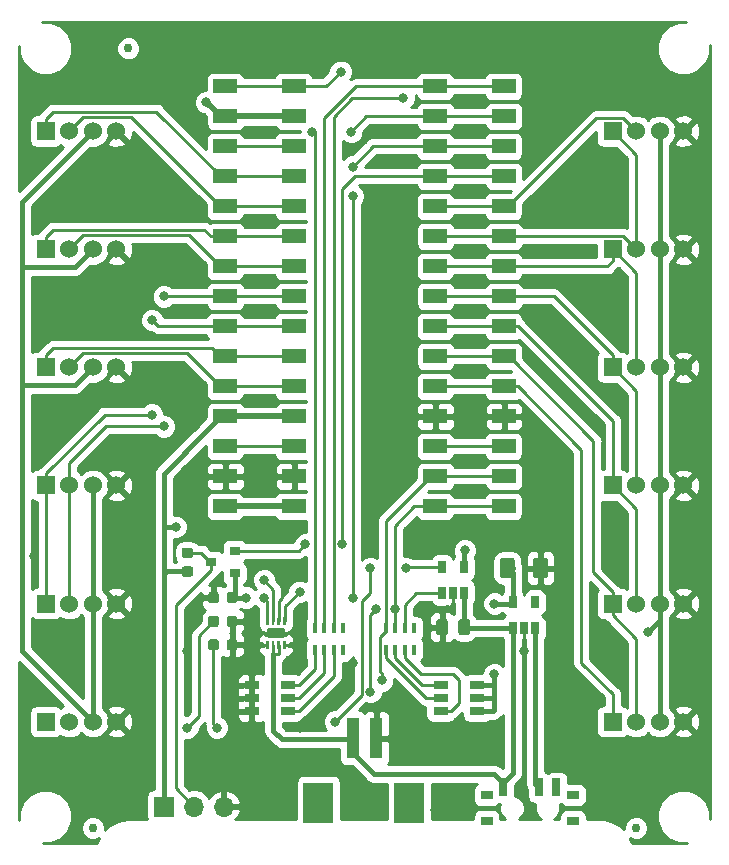
<source format=gbr>
G04 #@! TF.GenerationSoftware,KiCad,Pcbnew,(5.0.1-3-g963ef8bb5)*
G04 #@! TF.CreationDate,2020-03-03T13:58:01+01:00*
G04 #@! TF.ProjectId,studIOTmega_v11,73747564494F546D6567615F7631312E,rev?*
G04 #@! TF.SameCoordinates,Original*
G04 #@! TF.FileFunction,Copper,L1,Top,Signal*
G04 #@! TF.FilePolarity,Positive*
%FSLAX46Y46*%
G04 Gerber Fmt 4.6, Leading zero omitted, Abs format (unit mm)*
G04 Created by KiCad (PCBNEW (5.0.1-3-g963ef8bb5)) date 2020 March 03, Tuesday 13:58:01*
%MOMM*%
%LPD*%
G01*
G04 APERTURE LIST*
G04 #@! TA.AperFunction,BGAPad,CuDef*
%ADD10C,0.750000*%
G04 #@! TD*
G04 #@! TA.AperFunction,SMDPad,CuDef*
%ADD11R,0.900000X0.800000*%
G04 #@! TD*
G04 #@! TA.AperFunction,Conductor*
%ADD12C,0.100000*%
G04 #@! TD*
G04 #@! TA.AperFunction,SMDPad,CuDef*
%ADD13C,0.900000*%
G04 #@! TD*
G04 #@! TA.AperFunction,SMDPad,CuDef*
%ADD14C,0.250000*%
G04 #@! TD*
G04 #@! TA.AperFunction,ComponentPad*
%ADD15O,1.700000X1.700000*%
G04 #@! TD*
G04 #@! TA.AperFunction,ComponentPad*
%ADD16R,1.700000X1.700000*%
G04 #@! TD*
G04 #@! TA.AperFunction,ComponentPad*
%ADD17R,1.524000X1.524000*%
G04 #@! TD*
G04 #@! TA.AperFunction,ComponentPad*
%ADD18C,1.524000*%
G04 #@! TD*
G04 #@! TA.AperFunction,SMDPad,CuDef*
%ADD19R,2.000000X1.200000*%
G04 #@! TD*
G04 #@! TA.AperFunction,SMDPad,CuDef*
%ADD20C,0.975000*%
G04 #@! TD*
G04 #@! TA.AperFunction,SMDPad,CuDef*
%ADD21C,1.250000*%
G04 #@! TD*
G04 #@! TA.AperFunction,SMDPad,CuDef*
%ADD22R,1.000000X3.500000*%
G04 #@! TD*
G04 #@! TA.AperFunction,SMDPad,CuDef*
%ADD23R,2.500000X3.500000*%
G04 #@! TD*
G04 #@! TA.AperFunction,SMDPad,CuDef*
%ADD24C,0.875000*%
G04 #@! TD*
G04 #@! TA.AperFunction,SMDPad,CuDef*
%ADD25R,0.400000X0.900000*%
G04 #@! TD*
G04 #@! TA.AperFunction,SMDPad,CuDef*
%ADD26R,0.700000X1.500000*%
G04 #@! TD*
G04 #@! TA.AperFunction,SMDPad,CuDef*
%ADD27R,1.000000X0.800000*%
G04 #@! TD*
G04 #@! TA.AperFunction,SMDPad,CuDef*
%ADD28R,0.650000X1.060000*%
G04 #@! TD*
G04 #@! TA.AperFunction,SMDPad,CuDef*
%ADD29R,1.300000X0.700000*%
G04 #@! TD*
G04 #@! TA.AperFunction,ViaPad*
%ADD30C,0.800000*%
G04 #@! TD*
G04 #@! TA.AperFunction,Conductor*
%ADD31C,0.400000*%
G04 #@! TD*
G04 #@! TA.AperFunction,Conductor*
%ADD32C,0.250000*%
G04 #@! TD*
G04 #@! TA.AperFunction,Conductor*
%ADD33C,0.500000*%
G04 #@! TD*
G04 #@! TA.AperFunction,Conductor*
%ADD34C,0.254000*%
G04 #@! TD*
G04 APERTURE END LIST*
D10*
G04 #@! TO.P,REF\002A\002A,~*
G04 #@! TO.N,N/C*
X77000000Y-145000000D03*
G04 #@! TD*
G04 #@! TO.P,REF\002A\002A,~*
G04 #@! TO.N,N/C*
X123000000Y-145000000D03*
G04 #@! TD*
D11*
G04 #@! TO.P,Q00,1*
G04 #@! TO.N,3V3*
X89000000Y-123450000D03*
G04 #@! TO.P,Q00,2*
G04 #@! TO.N,D9*
X89000000Y-121550000D03*
G04 #@! TO.P,Q00,3*
G04 #@! TO.N,Net-(J13-Pad2)*
X87000000Y-122500000D03*
G04 #@! TD*
D12*
G04 #@! TO.N,GND*
G04 #@! TO.C,U02*
G36*
X93047054Y-128051083D02*
X93068895Y-128054323D01*
X93090314Y-128059688D01*
X93111104Y-128067127D01*
X93131064Y-128076568D01*
X93150003Y-128087919D01*
X93167738Y-128101073D01*
X93184099Y-128115901D01*
X93198927Y-128132262D01*
X93212081Y-128149997D01*
X93223432Y-128168936D01*
X93232873Y-128188896D01*
X93240312Y-128209686D01*
X93245677Y-128231105D01*
X93248917Y-128252946D01*
X93250000Y-128275000D01*
X93250000Y-128725000D01*
X93248917Y-128747054D01*
X93245677Y-128768895D01*
X93240312Y-128790314D01*
X93232873Y-128811104D01*
X93223432Y-128831064D01*
X93212081Y-128850003D01*
X93198927Y-128867738D01*
X93184099Y-128884099D01*
X93167738Y-128898927D01*
X93150003Y-128912081D01*
X93131064Y-128923432D01*
X93111104Y-128932873D01*
X93090314Y-128940312D01*
X93068895Y-128945677D01*
X93047054Y-128948917D01*
X93025000Y-128950000D01*
X91975000Y-128950000D01*
X91952946Y-128948917D01*
X91931105Y-128945677D01*
X91909686Y-128940312D01*
X91888896Y-128932873D01*
X91868936Y-128923432D01*
X91849997Y-128912081D01*
X91832262Y-128898927D01*
X91815901Y-128884099D01*
X91801073Y-128867738D01*
X91787919Y-128850003D01*
X91776568Y-128831064D01*
X91767127Y-128811104D01*
X91759688Y-128790314D01*
X91754323Y-128768895D01*
X91751083Y-128747054D01*
X91750000Y-128725000D01*
X91750000Y-128275000D01*
X91751083Y-128252946D01*
X91754323Y-128231105D01*
X91759688Y-128209686D01*
X91767127Y-128188896D01*
X91776568Y-128168936D01*
X91787919Y-128149997D01*
X91801073Y-128132262D01*
X91815901Y-128115901D01*
X91832262Y-128101073D01*
X91849997Y-128087919D01*
X91868936Y-128076568D01*
X91888896Y-128067127D01*
X91909686Y-128059688D01*
X91931105Y-128054323D01*
X91952946Y-128051083D01*
X91975000Y-128050000D01*
X93025000Y-128050000D01*
X93047054Y-128051083D01*
X93047054Y-128051083D01*
G37*
D13*
G04 #@! TD*
G04 #@! TO.P,U02,9*
G04 #@! TO.N,GND*
X92500000Y-128500000D03*
D12*
G04 #@! TO.N,GND*
G04 #@! TO.C,U02*
G36*
X91818626Y-129150301D02*
X91824693Y-129151201D01*
X91830643Y-129152691D01*
X91836418Y-129154758D01*
X91841962Y-129157380D01*
X91847223Y-129160533D01*
X91852150Y-129164187D01*
X91856694Y-129168306D01*
X91860813Y-129172850D01*
X91864467Y-129177777D01*
X91867620Y-129183038D01*
X91870242Y-129188582D01*
X91872309Y-129194357D01*
X91873799Y-129200307D01*
X91874699Y-129206374D01*
X91875000Y-129212500D01*
X91875000Y-129787500D01*
X91874699Y-129793626D01*
X91873799Y-129799693D01*
X91872309Y-129805643D01*
X91870242Y-129811418D01*
X91867620Y-129816962D01*
X91864467Y-129822223D01*
X91860813Y-129827150D01*
X91856694Y-129831694D01*
X91852150Y-129835813D01*
X91847223Y-129839467D01*
X91841962Y-129842620D01*
X91836418Y-129845242D01*
X91830643Y-129847309D01*
X91824693Y-129848799D01*
X91818626Y-129849699D01*
X91812500Y-129850000D01*
X91687500Y-129850000D01*
X91681374Y-129849699D01*
X91675307Y-129848799D01*
X91669357Y-129847309D01*
X91663582Y-129845242D01*
X91658038Y-129842620D01*
X91652777Y-129839467D01*
X91647850Y-129835813D01*
X91643306Y-129831694D01*
X91639187Y-129827150D01*
X91635533Y-129822223D01*
X91632380Y-129816962D01*
X91629758Y-129811418D01*
X91627691Y-129805643D01*
X91626201Y-129799693D01*
X91625301Y-129793626D01*
X91625000Y-129787500D01*
X91625000Y-129212500D01*
X91625301Y-129206374D01*
X91626201Y-129200307D01*
X91627691Y-129194357D01*
X91629758Y-129188582D01*
X91632380Y-129183038D01*
X91635533Y-129177777D01*
X91639187Y-129172850D01*
X91643306Y-129168306D01*
X91647850Y-129164187D01*
X91652777Y-129160533D01*
X91658038Y-129157380D01*
X91663582Y-129154758D01*
X91669357Y-129152691D01*
X91675307Y-129151201D01*
X91681374Y-129150301D01*
X91687500Y-129150000D01*
X91812500Y-129150000D01*
X91818626Y-129150301D01*
X91818626Y-129150301D01*
G37*
D14*
G04 #@! TD*
G04 #@! TO.P,U02,1*
G04 #@! TO.N,GND*
X91750000Y-129500000D03*
D12*
G04 #@! TO.N,VBAT*
G04 #@! TO.C,U02*
G36*
X92318626Y-129150301D02*
X92324693Y-129151201D01*
X92330643Y-129152691D01*
X92336418Y-129154758D01*
X92341962Y-129157380D01*
X92347223Y-129160533D01*
X92352150Y-129164187D01*
X92356694Y-129168306D01*
X92360813Y-129172850D01*
X92364467Y-129177777D01*
X92367620Y-129183038D01*
X92370242Y-129188582D01*
X92372309Y-129194357D01*
X92373799Y-129200307D01*
X92374699Y-129206374D01*
X92375000Y-129212500D01*
X92375000Y-129787500D01*
X92374699Y-129793626D01*
X92373799Y-129799693D01*
X92372309Y-129805643D01*
X92370242Y-129811418D01*
X92367620Y-129816962D01*
X92364467Y-129822223D01*
X92360813Y-129827150D01*
X92356694Y-129831694D01*
X92352150Y-129835813D01*
X92347223Y-129839467D01*
X92341962Y-129842620D01*
X92336418Y-129845242D01*
X92330643Y-129847309D01*
X92324693Y-129848799D01*
X92318626Y-129849699D01*
X92312500Y-129850000D01*
X92187500Y-129850000D01*
X92181374Y-129849699D01*
X92175307Y-129848799D01*
X92169357Y-129847309D01*
X92163582Y-129845242D01*
X92158038Y-129842620D01*
X92152777Y-129839467D01*
X92147850Y-129835813D01*
X92143306Y-129831694D01*
X92139187Y-129827150D01*
X92135533Y-129822223D01*
X92132380Y-129816962D01*
X92129758Y-129811418D01*
X92127691Y-129805643D01*
X92126201Y-129799693D01*
X92125301Y-129793626D01*
X92125000Y-129787500D01*
X92125000Y-129212500D01*
X92125301Y-129206374D01*
X92126201Y-129200307D01*
X92127691Y-129194357D01*
X92129758Y-129188582D01*
X92132380Y-129183038D01*
X92135533Y-129177777D01*
X92139187Y-129172850D01*
X92143306Y-129168306D01*
X92147850Y-129164187D01*
X92152777Y-129160533D01*
X92158038Y-129157380D01*
X92163582Y-129154758D01*
X92169357Y-129152691D01*
X92175307Y-129151201D01*
X92181374Y-129150301D01*
X92187500Y-129150000D01*
X92312500Y-129150000D01*
X92318626Y-129150301D01*
X92318626Y-129150301D01*
G37*
D14*
G04 #@! TD*
G04 #@! TO.P,U02,2*
G04 #@! TO.N,VBAT*
X92250000Y-129500000D03*
D12*
G04 #@! TO.N,VBAT*
G04 #@! TO.C,U02*
G36*
X92818626Y-129150301D02*
X92824693Y-129151201D01*
X92830643Y-129152691D01*
X92836418Y-129154758D01*
X92841962Y-129157380D01*
X92847223Y-129160533D01*
X92852150Y-129164187D01*
X92856694Y-129168306D01*
X92860813Y-129172850D01*
X92864467Y-129177777D01*
X92867620Y-129183038D01*
X92870242Y-129188582D01*
X92872309Y-129194357D01*
X92873799Y-129200307D01*
X92874699Y-129206374D01*
X92875000Y-129212500D01*
X92875000Y-129787500D01*
X92874699Y-129793626D01*
X92873799Y-129799693D01*
X92872309Y-129805643D01*
X92870242Y-129811418D01*
X92867620Y-129816962D01*
X92864467Y-129822223D01*
X92860813Y-129827150D01*
X92856694Y-129831694D01*
X92852150Y-129835813D01*
X92847223Y-129839467D01*
X92841962Y-129842620D01*
X92836418Y-129845242D01*
X92830643Y-129847309D01*
X92824693Y-129848799D01*
X92818626Y-129849699D01*
X92812500Y-129850000D01*
X92687500Y-129850000D01*
X92681374Y-129849699D01*
X92675307Y-129848799D01*
X92669357Y-129847309D01*
X92663582Y-129845242D01*
X92658038Y-129842620D01*
X92652777Y-129839467D01*
X92647850Y-129835813D01*
X92643306Y-129831694D01*
X92639187Y-129827150D01*
X92635533Y-129822223D01*
X92632380Y-129816962D01*
X92629758Y-129811418D01*
X92627691Y-129805643D01*
X92626201Y-129799693D01*
X92625301Y-129793626D01*
X92625000Y-129787500D01*
X92625000Y-129212500D01*
X92625301Y-129206374D01*
X92626201Y-129200307D01*
X92627691Y-129194357D01*
X92629758Y-129188582D01*
X92632380Y-129183038D01*
X92635533Y-129177777D01*
X92639187Y-129172850D01*
X92643306Y-129168306D01*
X92647850Y-129164187D01*
X92652777Y-129160533D01*
X92658038Y-129157380D01*
X92663582Y-129154758D01*
X92669357Y-129152691D01*
X92675307Y-129151201D01*
X92681374Y-129150301D01*
X92687500Y-129150000D01*
X92812500Y-129150000D01*
X92818626Y-129150301D01*
X92818626Y-129150301D01*
G37*
D14*
G04 #@! TD*
G04 #@! TO.P,U02,3*
G04 #@! TO.N,VBAT*
X92750000Y-129500000D03*
D12*
G04 #@! TO.N,GND*
G04 #@! TO.C,U02*
G36*
X93318626Y-129150301D02*
X93324693Y-129151201D01*
X93330643Y-129152691D01*
X93336418Y-129154758D01*
X93341962Y-129157380D01*
X93347223Y-129160533D01*
X93352150Y-129164187D01*
X93356694Y-129168306D01*
X93360813Y-129172850D01*
X93364467Y-129177777D01*
X93367620Y-129183038D01*
X93370242Y-129188582D01*
X93372309Y-129194357D01*
X93373799Y-129200307D01*
X93374699Y-129206374D01*
X93375000Y-129212500D01*
X93375000Y-129787500D01*
X93374699Y-129793626D01*
X93373799Y-129799693D01*
X93372309Y-129805643D01*
X93370242Y-129811418D01*
X93367620Y-129816962D01*
X93364467Y-129822223D01*
X93360813Y-129827150D01*
X93356694Y-129831694D01*
X93352150Y-129835813D01*
X93347223Y-129839467D01*
X93341962Y-129842620D01*
X93336418Y-129845242D01*
X93330643Y-129847309D01*
X93324693Y-129848799D01*
X93318626Y-129849699D01*
X93312500Y-129850000D01*
X93187500Y-129850000D01*
X93181374Y-129849699D01*
X93175307Y-129848799D01*
X93169357Y-129847309D01*
X93163582Y-129845242D01*
X93158038Y-129842620D01*
X93152777Y-129839467D01*
X93147850Y-129835813D01*
X93143306Y-129831694D01*
X93139187Y-129827150D01*
X93135533Y-129822223D01*
X93132380Y-129816962D01*
X93129758Y-129811418D01*
X93127691Y-129805643D01*
X93126201Y-129799693D01*
X93125301Y-129793626D01*
X93125000Y-129787500D01*
X93125000Y-129212500D01*
X93125301Y-129206374D01*
X93126201Y-129200307D01*
X93127691Y-129194357D01*
X93129758Y-129188582D01*
X93132380Y-129183038D01*
X93135533Y-129177777D01*
X93139187Y-129172850D01*
X93143306Y-129168306D01*
X93147850Y-129164187D01*
X93152777Y-129160533D01*
X93158038Y-129157380D01*
X93163582Y-129154758D01*
X93169357Y-129152691D01*
X93175307Y-129151201D01*
X93181374Y-129150301D01*
X93187500Y-129150000D01*
X93312500Y-129150000D01*
X93318626Y-129150301D01*
X93318626Y-129150301D01*
G37*
D14*
G04 #@! TD*
G04 #@! TO.P,U02,4*
G04 #@! TO.N,GND*
X93250000Y-129500000D03*
D12*
G04 #@! TO.N,ALRT*
G04 #@! TO.C,U02*
G36*
X93318626Y-127150301D02*
X93324693Y-127151201D01*
X93330643Y-127152691D01*
X93336418Y-127154758D01*
X93341962Y-127157380D01*
X93347223Y-127160533D01*
X93352150Y-127164187D01*
X93356694Y-127168306D01*
X93360813Y-127172850D01*
X93364467Y-127177777D01*
X93367620Y-127183038D01*
X93370242Y-127188582D01*
X93372309Y-127194357D01*
X93373799Y-127200307D01*
X93374699Y-127206374D01*
X93375000Y-127212500D01*
X93375000Y-127787500D01*
X93374699Y-127793626D01*
X93373799Y-127799693D01*
X93372309Y-127805643D01*
X93370242Y-127811418D01*
X93367620Y-127816962D01*
X93364467Y-127822223D01*
X93360813Y-127827150D01*
X93356694Y-127831694D01*
X93352150Y-127835813D01*
X93347223Y-127839467D01*
X93341962Y-127842620D01*
X93336418Y-127845242D01*
X93330643Y-127847309D01*
X93324693Y-127848799D01*
X93318626Y-127849699D01*
X93312500Y-127850000D01*
X93187500Y-127850000D01*
X93181374Y-127849699D01*
X93175307Y-127848799D01*
X93169357Y-127847309D01*
X93163582Y-127845242D01*
X93158038Y-127842620D01*
X93152777Y-127839467D01*
X93147850Y-127835813D01*
X93143306Y-127831694D01*
X93139187Y-127827150D01*
X93135533Y-127822223D01*
X93132380Y-127816962D01*
X93129758Y-127811418D01*
X93127691Y-127805643D01*
X93126201Y-127799693D01*
X93125301Y-127793626D01*
X93125000Y-127787500D01*
X93125000Y-127212500D01*
X93125301Y-127206374D01*
X93126201Y-127200307D01*
X93127691Y-127194357D01*
X93129758Y-127188582D01*
X93132380Y-127183038D01*
X93135533Y-127177777D01*
X93139187Y-127172850D01*
X93143306Y-127168306D01*
X93147850Y-127164187D01*
X93152777Y-127160533D01*
X93158038Y-127157380D01*
X93163582Y-127154758D01*
X93169357Y-127152691D01*
X93175307Y-127151201D01*
X93181374Y-127150301D01*
X93187500Y-127150000D01*
X93312500Y-127150000D01*
X93318626Y-127150301D01*
X93318626Y-127150301D01*
G37*
D14*
G04 #@! TD*
G04 #@! TO.P,U02,5*
G04 #@! TO.N,ALRT*
X93250000Y-127500000D03*
D12*
G04 #@! TO.N,GND*
G04 #@! TO.C,U02*
G36*
X92818626Y-127150301D02*
X92824693Y-127151201D01*
X92830643Y-127152691D01*
X92836418Y-127154758D01*
X92841962Y-127157380D01*
X92847223Y-127160533D01*
X92852150Y-127164187D01*
X92856694Y-127168306D01*
X92860813Y-127172850D01*
X92864467Y-127177777D01*
X92867620Y-127183038D01*
X92870242Y-127188582D01*
X92872309Y-127194357D01*
X92873799Y-127200307D01*
X92874699Y-127206374D01*
X92875000Y-127212500D01*
X92875000Y-127787500D01*
X92874699Y-127793626D01*
X92873799Y-127799693D01*
X92872309Y-127805643D01*
X92870242Y-127811418D01*
X92867620Y-127816962D01*
X92864467Y-127822223D01*
X92860813Y-127827150D01*
X92856694Y-127831694D01*
X92852150Y-127835813D01*
X92847223Y-127839467D01*
X92841962Y-127842620D01*
X92836418Y-127845242D01*
X92830643Y-127847309D01*
X92824693Y-127848799D01*
X92818626Y-127849699D01*
X92812500Y-127850000D01*
X92687500Y-127850000D01*
X92681374Y-127849699D01*
X92675307Y-127848799D01*
X92669357Y-127847309D01*
X92663582Y-127845242D01*
X92658038Y-127842620D01*
X92652777Y-127839467D01*
X92647850Y-127835813D01*
X92643306Y-127831694D01*
X92639187Y-127827150D01*
X92635533Y-127822223D01*
X92632380Y-127816962D01*
X92629758Y-127811418D01*
X92627691Y-127805643D01*
X92626201Y-127799693D01*
X92625301Y-127793626D01*
X92625000Y-127787500D01*
X92625000Y-127212500D01*
X92625301Y-127206374D01*
X92626201Y-127200307D01*
X92627691Y-127194357D01*
X92629758Y-127188582D01*
X92632380Y-127183038D01*
X92635533Y-127177777D01*
X92639187Y-127172850D01*
X92643306Y-127168306D01*
X92647850Y-127164187D01*
X92652777Y-127160533D01*
X92658038Y-127157380D01*
X92663582Y-127154758D01*
X92669357Y-127152691D01*
X92675307Y-127151201D01*
X92681374Y-127150301D01*
X92687500Y-127150000D01*
X92812500Y-127150000D01*
X92818626Y-127150301D01*
X92818626Y-127150301D01*
G37*
D14*
G04 #@! TD*
G04 #@! TO.P,U02,6*
G04 #@! TO.N,GND*
X92750000Y-127500000D03*
D12*
G04 #@! TO.N,SCL*
G04 #@! TO.C,U02*
G36*
X92318626Y-127150301D02*
X92324693Y-127151201D01*
X92330643Y-127152691D01*
X92336418Y-127154758D01*
X92341962Y-127157380D01*
X92347223Y-127160533D01*
X92352150Y-127164187D01*
X92356694Y-127168306D01*
X92360813Y-127172850D01*
X92364467Y-127177777D01*
X92367620Y-127183038D01*
X92370242Y-127188582D01*
X92372309Y-127194357D01*
X92373799Y-127200307D01*
X92374699Y-127206374D01*
X92375000Y-127212500D01*
X92375000Y-127787500D01*
X92374699Y-127793626D01*
X92373799Y-127799693D01*
X92372309Y-127805643D01*
X92370242Y-127811418D01*
X92367620Y-127816962D01*
X92364467Y-127822223D01*
X92360813Y-127827150D01*
X92356694Y-127831694D01*
X92352150Y-127835813D01*
X92347223Y-127839467D01*
X92341962Y-127842620D01*
X92336418Y-127845242D01*
X92330643Y-127847309D01*
X92324693Y-127848799D01*
X92318626Y-127849699D01*
X92312500Y-127850000D01*
X92187500Y-127850000D01*
X92181374Y-127849699D01*
X92175307Y-127848799D01*
X92169357Y-127847309D01*
X92163582Y-127845242D01*
X92158038Y-127842620D01*
X92152777Y-127839467D01*
X92147850Y-127835813D01*
X92143306Y-127831694D01*
X92139187Y-127827150D01*
X92135533Y-127822223D01*
X92132380Y-127816962D01*
X92129758Y-127811418D01*
X92127691Y-127805643D01*
X92126201Y-127799693D01*
X92125301Y-127793626D01*
X92125000Y-127787500D01*
X92125000Y-127212500D01*
X92125301Y-127206374D01*
X92126201Y-127200307D01*
X92127691Y-127194357D01*
X92129758Y-127188582D01*
X92132380Y-127183038D01*
X92135533Y-127177777D01*
X92139187Y-127172850D01*
X92143306Y-127168306D01*
X92147850Y-127164187D01*
X92152777Y-127160533D01*
X92158038Y-127157380D01*
X92163582Y-127154758D01*
X92169357Y-127152691D01*
X92175307Y-127151201D01*
X92181374Y-127150301D01*
X92187500Y-127150000D01*
X92312500Y-127150000D01*
X92318626Y-127150301D01*
X92318626Y-127150301D01*
G37*
D14*
G04 #@! TD*
G04 #@! TO.P,U02,7*
G04 #@! TO.N,SCL*
X92250000Y-127500000D03*
D12*
G04 #@! TO.N,SDA*
G04 #@! TO.C,U02*
G36*
X91818626Y-127150301D02*
X91824693Y-127151201D01*
X91830643Y-127152691D01*
X91836418Y-127154758D01*
X91841962Y-127157380D01*
X91847223Y-127160533D01*
X91852150Y-127164187D01*
X91856694Y-127168306D01*
X91860813Y-127172850D01*
X91864467Y-127177777D01*
X91867620Y-127183038D01*
X91870242Y-127188582D01*
X91872309Y-127194357D01*
X91873799Y-127200307D01*
X91874699Y-127206374D01*
X91875000Y-127212500D01*
X91875000Y-127787500D01*
X91874699Y-127793626D01*
X91873799Y-127799693D01*
X91872309Y-127805643D01*
X91870242Y-127811418D01*
X91867620Y-127816962D01*
X91864467Y-127822223D01*
X91860813Y-127827150D01*
X91856694Y-127831694D01*
X91852150Y-127835813D01*
X91847223Y-127839467D01*
X91841962Y-127842620D01*
X91836418Y-127845242D01*
X91830643Y-127847309D01*
X91824693Y-127848799D01*
X91818626Y-127849699D01*
X91812500Y-127850000D01*
X91687500Y-127850000D01*
X91681374Y-127849699D01*
X91675307Y-127848799D01*
X91669357Y-127847309D01*
X91663582Y-127845242D01*
X91658038Y-127842620D01*
X91652777Y-127839467D01*
X91647850Y-127835813D01*
X91643306Y-127831694D01*
X91639187Y-127827150D01*
X91635533Y-127822223D01*
X91632380Y-127816962D01*
X91629758Y-127811418D01*
X91627691Y-127805643D01*
X91626201Y-127799693D01*
X91625301Y-127793626D01*
X91625000Y-127787500D01*
X91625000Y-127212500D01*
X91625301Y-127206374D01*
X91626201Y-127200307D01*
X91627691Y-127194357D01*
X91629758Y-127188582D01*
X91632380Y-127183038D01*
X91635533Y-127177777D01*
X91639187Y-127172850D01*
X91643306Y-127168306D01*
X91647850Y-127164187D01*
X91652777Y-127160533D01*
X91658038Y-127157380D01*
X91663582Y-127154758D01*
X91669357Y-127152691D01*
X91675307Y-127151201D01*
X91681374Y-127150301D01*
X91687500Y-127150000D01*
X91812500Y-127150000D01*
X91818626Y-127150301D01*
X91818626Y-127150301D01*
G37*
D14*
G04 #@! TD*
G04 #@! TO.P,U02,8*
G04 #@! TO.N,SDA*
X91750000Y-127500000D03*
D15*
G04 #@! TO.P,J13,3*
G04 #@! TO.N,GND*
X88080000Y-143200000D03*
G04 #@! TO.P,J13,2*
G04 #@! TO.N,Net-(J13-Pad2)*
X85540000Y-143200000D03*
D16*
G04 #@! TO.P,J13,1*
G04 #@! TO.N,VUSB*
X83000000Y-143200000D03*
G04 #@! TD*
D17*
G04 #@! TO.P,J05,1*
G04 #@! TO.N,RX*
X73000000Y-136000000D03*
D18*
G04 #@! TO.P,J05,2*
G04 #@! TO.N,TX*
X75000000Y-136000000D03*
G04 #@! TO.P,J05,3*
G04 #@! TO.N,3V3*
X77000000Y-136000000D03*
G04 #@! TO.P,J05,4*
G04 #@! TO.N,GND*
X79000000Y-136000000D03*
G04 #@! TD*
D17*
G04 #@! TO.P,J08,1*
G04 #@! TO.N,D4*
X121000000Y-116000000D03*
D18*
G04 #@! TO.P,J08,2*
G04 #@! TO.N,D5*
X123000000Y-116000000D03*
G04 #@! TO.P,J08,3*
G04 #@! TO.N,3V3*
X125000000Y-116000000D03*
G04 #@! TO.P,J08,4*
G04 #@! TO.N,GND*
X127000000Y-116000000D03*
G04 #@! TD*
D17*
G04 #@! TO.P,J00,1*
G04 #@! TO.N,A0*
X73000000Y-86000000D03*
D18*
G04 #@! TO.P,J00,2*
G04 #@! TO.N,A1*
X75000000Y-86000000D03*
G04 #@! TO.P,J00,3*
G04 #@! TO.N,3V3*
X77000000Y-86000000D03*
G04 #@! TO.P,J00,4*
G04 #@! TO.N,GND*
X79000000Y-86000000D03*
G04 #@! TD*
D17*
G04 #@! TO.P,J01,1*
G04 #@! TO.N,A2*
X73000000Y-96000000D03*
D18*
G04 #@! TO.P,J01,2*
G04 #@! TO.N,A3*
X75000000Y-96000000D03*
G04 #@! TO.P,J01,3*
G04 #@! TO.N,3V3*
X77000000Y-96000000D03*
G04 #@! TO.P,J01,4*
G04 #@! TO.N,GND*
X79000000Y-96000000D03*
G04 #@! TD*
D17*
G04 #@! TO.P,J02,1*
G04 #@! TO.N,A6*
X73000000Y-106000000D03*
D18*
G04 #@! TO.P,J02,2*
G04 #@! TO.N,A7*
X75000000Y-106000000D03*
G04 #@! TO.P,J02,3*
G04 #@! TO.N,3V3*
X77000000Y-106000000D03*
G04 #@! TO.P,J02,4*
G04 #@! TO.N,GND*
X79000000Y-106000000D03*
G04 #@! TD*
D17*
G04 #@! TO.P,J03,1*
G04 #@! TO.N,SCL*
X73000000Y-116000000D03*
D18*
G04 #@! TO.P,J03,2*
G04 #@! TO.N,SDA*
X75000000Y-116000000D03*
G04 #@! TO.P,J03,3*
G04 #@! TO.N,3V3*
X77000000Y-116000000D03*
G04 #@! TO.P,J03,4*
G04 #@! TO.N,GND*
X79000000Y-116000000D03*
G04 #@! TD*
D17*
G04 #@! TO.P,J04,1*
G04 #@! TO.N,SCL*
X73000000Y-126000000D03*
D18*
G04 #@! TO.P,J04,2*
G04 #@! TO.N,SDA*
X75000000Y-126000000D03*
G04 #@! TO.P,J04,3*
G04 #@! TO.N,3V3*
X77000000Y-126000000D03*
G04 #@! TO.P,J04,4*
G04 #@! TO.N,GND*
X79000000Y-126000000D03*
G04 #@! TD*
D17*
G04 #@! TO.P,J06,1*
G04 #@! TO.N,D2*
X121000000Y-136000000D03*
D18*
G04 #@! TO.P,J06,2*
G04 #@! TO.N,D3*
X123000000Y-136000000D03*
G04 #@! TO.P,J06,3*
G04 #@! TO.N,3V3*
X125000000Y-136000000D03*
G04 #@! TO.P,J06,4*
G04 #@! TO.N,GND*
X127000000Y-136000000D03*
G04 #@! TD*
D17*
G04 #@! TO.P,J07,1*
G04 #@! TO.N,D3*
X121000000Y-126000000D03*
D18*
G04 #@! TO.P,J07,2*
G04 #@! TO.N,D4*
X123000000Y-126000000D03*
G04 #@! TO.P,J07,3*
G04 #@! TO.N,3V3*
X125000000Y-126000000D03*
G04 #@! TO.P,J07,4*
G04 #@! TO.N,GND*
X127000000Y-126000000D03*
G04 #@! TD*
D17*
G04 #@! TO.P,J09,1*
G04 #@! TO.N,D5*
X121000000Y-106000000D03*
D18*
G04 #@! TO.P,J09,2*
G04 #@! TO.N,D6*
X123000000Y-106000000D03*
G04 #@! TO.P,J09,3*
G04 #@! TO.N,3V3*
X125000000Y-106000000D03*
G04 #@! TO.P,J09,4*
G04 #@! TO.N,GND*
X127000000Y-106000000D03*
G04 #@! TD*
D17*
G04 #@! TO.P,J10,1*
G04 #@! TO.N,D6*
X121000000Y-96000000D03*
D18*
G04 #@! TO.P,J10,2*
G04 #@! TO.N,D7*
X123000000Y-96000000D03*
G04 #@! TO.P,J10,3*
G04 #@! TO.N,3V3*
X125000000Y-96000000D03*
G04 #@! TO.P,J10,4*
G04 #@! TO.N,GND*
X127000000Y-96000000D03*
G04 #@! TD*
D17*
G04 #@! TO.P,J11,1*
G04 #@! TO.N,D7*
X121000000Y-86000000D03*
D18*
G04 #@! TO.P,J11,2*
G04 #@! TO.N,D8*
X123000000Y-86000000D03*
G04 #@! TO.P,J11,3*
G04 #@! TO.N,3V3*
X125000000Y-86000000D03*
G04 #@! TO.P,J11,4*
G04 #@! TO.N,GND*
X127000000Y-86000000D03*
G04 #@! TD*
D19*
G04 #@! TO.P,U00,1*
G04 #@! TO.N,D13*
X88190000Y-82220000D03*
G04 #@! TO.P,U00,2*
G04 #@! TO.N,3V3*
X94030000Y-84760000D03*
G04 #@! TO.P,U00,3*
G04 #@! TO.N,Net-(U00-Pad3)*
X88190000Y-87300000D03*
G04 #@! TO.P,U00,4*
G04 #@! TO.N,A0*
X94030000Y-89840000D03*
G04 #@! TO.P,U00,5*
G04 #@! TO.N,A1*
X88190000Y-92380000D03*
G04 #@! TO.P,U00,6*
G04 #@! TO.N,A2*
X94030000Y-94920000D03*
G04 #@! TO.P,U00,7*
G04 #@! TO.N,A3*
X88190000Y-97460000D03*
G04 #@! TO.P,U00,8*
G04 #@! TO.N,SDA*
X94030000Y-100000000D03*
G04 #@! TO.P,U00,9*
G04 #@! TO.N,SCL*
X88190000Y-102540000D03*
G04 #@! TO.P,U00,10*
G04 #@! TO.N,A6*
X94030000Y-105080000D03*
G04 #@! TO.P,U00,11*
G04 #@! TO.N,A7*
X88190000Y-107620000D03*
G04 #@! TO.P,U00,12*
G04 #@! TO.N,VUSB*
X94030000Y-110160000D03*
G04 #@! TO.P,U00,13*
G04 #@! TO.N,Net-(U00-Pad13)*
X88190000Y-112700000D03*
G04 #@! TO.P,U00,14*
G04 #@! TO.N,GND*
X94030000Y-115240000D03*
G04 #@! TO.P,U00,15*
G04 #@! TO.N,VIN*
X88190000Y-117780000D03*
G04 #@! TO.P,U00,16*
G04 #@! TO.N,TX*
X105970000Y-117780000D03*
G04 #@! TO.P,U00,17*
G04 #@! TO.N,RX*
X111810000Y-115240000D03*
G04 #@! TO.P,U00,18*
G04 #@! TO.N,Net-(U00-Pad18)*
X105970000Y-112700000D03*
G04 #@! TO.P,U00,19*
G04 #@! TO.N,GND*
X111810000Y-110160000D03*
G04 #@! TO.P,U00,20*
G04 #@! TO.N,D2*
X105970000Y-107620000D03*
G04 #@! TO.P,U00,21*
G04 #@! TO.N,D3*
X111810000Y-105080000D03*
G04 #@! TO.P,U00,22*
G04 #@! TO.N,D4*
X105970000Y-102540000D03*
G04 #@! TO.P,U00,23*
G04 #@! TO.N,D5*
X111810000Y-100000000D03*
G04 #@! TO.P,U00,24*
G04 #@! TO.N,D6*
X105970000Y-97460000D03*
G04 #@! TO.P,U00,25*
G04 #@! TO.N,D7*
X111810000Y-94920000D03*
G04 #@! TO.P,U00,26*
G04 #@! TO.N,D8*
X105970000Y-92380000D03*
G04 #@! TO.P,U00,27*
G04 #@! TO.N,D9*
X111810000Y-89840000D03*
G04 #@! TO.P,U00,28*
G04 #@! TO.N,ALRT*
X105970000Y-87300000D03*
G04 #@! TO.P,U00,29*
G04 #@! TO.N,D11*
X111810000Y-84760000D03*
G04 #@! TO.P,U00,30*
G04 #@! TO.N,D12*
X105970000Y-82220000D03*
G04 #@! TO.P,U00,27*
G04 #@! TO.N,D9*
X106010000Y-89840000D03*
G04 #@! TO.P,U00,25*
G04 #@! TO.N,D7*
X106010000Y-94920000D03*
G04 #@! TO.P,U00,29*
G04 #@! TO.N,D11*
X106010000Y-84760000D03*
G04 #@! TO.P,U00,17*
G04 #@! TO.N,RX*
X106010000Y-115240000D03*
G04 #@! TO.P,U00,19*
G04 #@! TO.N,GND*
X106010000Y-110160000D03*
G04 #@! TO.P,U00,23*
G04 #@! TO.N,D5*
X106010000Y-100000000D03*
G04 #@! TO.P,U00,21*
G04 #@! TO.N,D3*
X106010000Y-105080000D03*
G04 #@! TO.P,U00,20*
G04 #@! TO.N,D2*
X111770000Y-107620000D03*
G04 #@! TO.P,U00,30*
G04 #@! TO.N,D12*
X111770000Y-82220000D03*
G04 #@! TO.P,U00,16*
G04 #@! TO.N,TX*
X111770000Y-117780000D03*
G04 #@! TO.P,U00,26*
G04 #@! TO.N,D8*
X111770000Y-92380000D03*
G04 #@! TO.P,U00,24*
G04 #@! TO.N,D6*
X111770000Y-97460000D03*
G04 #@! TO.P,U00,18*
G04 #@! TO.N,Net-(U00-Pad18)*
X111770000Y-112700000D03*
G04 #@! TO.P,U00,28*
G04 #@! TO.N,ALRT*
X111770000Y-87300000D03*
G04 #@! TO.P,U00,22*
G04 #@! TO.N,D4*
X111770000Y-102540000D03*
G04 #@! TO.P,U00,4*
G04 #@! TO.N,A0*
X88230000Y-89840000D03*
G04 #@! TO.P,U00,6*
G04 #@! TO.N,A2*
X88230000Y-94920000D03*
G04 #@! TO.P,U00,12*
G04 #@! TO.N,VUSB*
X88230000Y-110160000D03*
G04 #@! TO.P,U00,2*
G04 #@! TO.N,3V3*
X88230000Y-84760000D03*
G04 #@! TO.P,U00,10*
G04 #@! TO.N,A6*
X88230000Y-105080000D03*
G04 #@! TO.P,U00,8*
G04 #@! TO.N,SDA*
X88230000Y-100000000D03*
G04 #@! TO.P,U00,14*
G04 #@! TO.N,GND*
X88230000Y-115240000D03*
G04 #@! TO.P,U00,11*
G04 #@! TO.N,A7*
X93990000Y-107620000D03*
G04 #@! TO.P,U00,15*
G04 #@! TO.N,VIN*
X93990000Y-117780000D03*
G04 #@! TO.P,U00,5*
G04 #@! TO.N,A1*
X93990000Y-92380000D03*
G04 #@! TO.P,U00,13*
G04 #@! TO.N,Net-(U00-Pad13)*
X93990000Y-112700000D03*
G04 #@! TO.P,U00,9*
G04 #@! TO.N,SCL*
X93990000Y-102540000D03*
G04 #@! TO.P,U00,3*
G04 #@! TO.N,Net-(U00-Pad3)*
X93990000Y-87300000D03*
G04 #@! TO.P,U00,1*
G04 #@! TO.N,D13*
X93990000Y-82220000D03*
G04 #@! TO.P,U00,7*
G04 #@! TO.N,A3*
X93990000Y-97460000D03*
G04 #@! TD*
D12*
G04 #@! TO.N,VBAT*
G04 #@! TO.C,C00*
G36*
X108705142Y-127301174D02*
X108728803Y-127304684D01*
X108752007Y-127310496D01*
X108774529Y-127318554D01*
X108796153Y-127328782D01*
X108816670Y-127341079D01*
X108835883Y-127355329D01*
X108853607Y-127371393D01*
X108869671Y-127389117D01*
X108883921Y-127408330D01*
X108896218Y-127428847D01*
X108906446Y-127450471D01*
X108914504Y-127472993D01*
X108920316Y-127496197D01*
X108923826Y-127519858D01*
X108925000Y-127543750D01*
X108925000Y-128456250D01*
X108923826Y-128480142D01*
X108920316Y-128503803D01*
X108914504Y-128527007D01*
X108906446Y-128549529D01*
X108896218Y-128571153D01*
X108883921Y-128591670D01*
X108869671Y-128610883D01*
X108853607Y-128628607D01*
X108835883Y-128644671D01*
X108816670Y-128658921D01*
X108796153Y-128671218D01*
X108774529Y-128681446D01*
X108752007Y-128689504D01*
X108728803Y-128695316D01*
X108705142Y-128698826D01*
X108681250Y-128700000D01*
X108193750Y-128700000D01*
X108169858Y-128698826D01*
X108146197Y-128695316D01*
X108122993Y-128689504D01*
X108100471Y-128681446D01*
X108078847Y-128671218D01*
X108058330Y-128658921D01*
X108039117Y-128644671D01*
X108021393Y-128628607D01*
X108005329Y-128610883D01*
X107991079Y-128591670D01*
X107978782Y-128571153D01*
X107968554Y-128549529D01*
X107960496Y-128527007D01*
X107954684Y-128503803D01*
X107951174Y-128480142D01*
X107950000Y-128456250D01*
X107950000Y-127543750D01*
X107951174Y-127519858D01*
X107954684Y-127496197D01*
X107960496Y-127472993D01*
X107968554Y-127450471D01*
X107978782Y-127428847D01*
X107991079Y-127408330D01*
X108005329Y-127389117D01*
X108021393Y-127371393D01*
X108039117Y-127355329D01*
X108058330Y-127341079D01*
X108078847Y-127328782D01*
X108100471Y-127318554D01*
X108122993Y-127310496D01*
X108146197Y-127304684D01*
X108169858Y-127301174D01*
X108193750Y-127300000D01*
X108681250Y-127300000D01*
X108705142Y-127301174D01*
X108705142Y-127301174D01*
G37*
D20*
G04 #@! TD*
G04 #@! TO.P,C00,1*
G04 #@! TO.N,VBAT*
X108437500Y-128000000D03*
D12*
G04 #@! TO.N,GND*
G04 #@! TO.C,C00*
G36*
X106830142Y-127301174D02*
X106853803Y-127304684D01*
X106877007Y-127310496D01*
X106899529Y-127318554D01*
X106921153Y-127328782D01*
X106941670Y-127341079D01*
X106960883Y-127355329D01*
X106978607Y-127371393D01*
X106994671Y-127389117D01*
X107008921Y-127408330D01*
X107021218Y-127428847D01*
X107031446Y-127450471D01*
X107039504Y-127472993D01*
X107045316Y-127496197D01*
X107048826Y-127519858D01*
X107050000Y-127543750D01*
X107050000Y-128456250D01*
X107048826Y-128480142D01*
X107045316Y-128503803D01*
X107039504Y-128527007D01*
X107031446Y-128549529D01*
X107021218Y-128571153D01*
X107008921Y-128591670D01*
X106994671Y-128610883D01*
X106978607Y-128628607D01*
X106960883Y-128644671D01*
X106941670Y-128658921D01*
X106921153Y-128671218D01*
X106899529Y-128681446D01*
X106877007Y-128689504D01*
X106853803Y-128695316D01*
X106830142Y-128698826D01*
X106806250Y-128700000D01*
X106318750Y-128700000D01*
X106294858Y-128698826D01*
X106271197Y-128695316D01*
X106247993Y-128689504D01*
X106225471Y-128681446D01*
X106203847Y-128671218D01*
X106183330Y-128658921D01*
X106164117Y-128644671D01*
X106146393Y-128628607D01*
X106130329Y-128610883D01*
X106116079Y-128591670D01*
X106103782Y-128571153D01*
X106093554Y-128549529D01*
X106085496Y-128527007D01*
X106079684Y-128503803D01*
X106076174Y-128480142D01*
X106075000Y-128456250D01*
X106075000Y-127543750D01*
X106076174Y-127519858D01*
X106079684Y-127496197D01*
X106085496Y-127472993D01*
X106093554Y-127450471D01*
X106103782Y-127428847D01*
X106116079Y-127408330D01*
X106130329Y-127389117D01*
X106146393Y-127371393D01*
X106164117Y-127355329D01*
X106183330Y-127341079D01*
X106203847Y-127328782D01*
X106225471Y-127318554D01*
X106247993Y-127310496D01*
X106271197Y-127304684D01*
X106294858Y-127301174D01*
X106318750Y-127300000D01*
X106806250Y-127300000D01*
X106830142Y-127301174D01*
X106830142Y-127301174D01*
G37*
D20*
G04 #@! TD*
G04 #@! TO.P,C00,2*
G04 #@! TO.N,GND*
X106562500Y-128000000D03*
D12*
G04 #@! TO.N,3V3*
G04 #@! TO.C,C01*
G36*
X112499504Y-122126204D02*
X112523773Y-122129804D01*
X112547571Y-122135765D01*
X112570671Y-122144030D01*
X112592849Y-122154520D01*
X112613893Y-122167133D01*
X112633598Y-122181747D01*
X112651777Y-122198223D01*
X112668253Y-122216402D01*
X112682867Y-122236107D01*
X112695480Y-122257151D01*
X112705970Y-122279329D01*
X112714235Y-122302429D01*
X112720196Y-122326227D01*
X112723796Y-122350496D01*
X112725000Y-122375000D01*
X112725000Y-123625000D01*
X112723796Y-123649504D01*
X112720196Y-123673773D01*
X112714235Y-123697571D01*
X112705970Y-123720671D01*
X112695480Y-123742849D01*
X112682867Y-123763893D01*
X112668253Y-123783598D01*
X112651777Y-123801777D01*
X112633598Y-123818253D01*
X112613893Y-123832867D01*
X112592849Y-123845480D01*
X112570671Y-123855970D01*
X112547571Y-123864235D01*
X112523773Y-123870196D01*
X112499504Y-123873796D01*
X112475000Y-123875000D01*
X111725000Y-123875000D01*
X111700496Y-123873796D01*
X111676227Y-123870196D01*
X111652429Y-123864235D01*
X111629329Y-123855970D01*
X111607151Y-123845480D01*
X111586107Y-123832867D01*
X111566402Y-123818253D01*
X111548223Y-123801777D01*
X111531747Y-123783598D01*
X111517133Y-123763893D01*
X111504520Y-123742849D01*
X111494030Y-123720671D01*
X111485765Y-123697571D01*
X111479804Y-123673773D01*
X111476204Y-123649504D01*
X111475000Y-123625000D01*
X111475000Y-122375000D01*
X111476204Y-122350496D01*
X111479804Y-122326227D01*
X111485765Y-122302429D01*
X111494030Y-122279329D01*
X111504520Y-122257151D01*
X111517133Y-122236107D01*
X111531747Y-122216402D01*
X111548223Y-122198223D01*
X111566402Y-122181747D01*
X111586107Y-122167133D01*
X111607151Y-122154520D01*
X111629329Y-122144030D01*
X111652429Y-122135765D01*
X111676227Y-122129804D01*
X111700496Y-122126204D01*
X111725000Y-122125000D01*
X112475000Y-122125000D01*
X112499504Y-122126204D01*
X112499504Y-122126204D01*
G37*
D21*
G04 #@! TD*
G04 #@! TO.P,C01,1*
G04 #@! TO.N,3V3*
X112100000Y-123000000D03*
D12*
G04 #@! TO.N,GND*
G04 #@! TO.C,C01*
G36*
X115299504Y-122126204D02*
X115323773Y-122129804D01*
X115347571Y-122135765D01*
X115370671Y-122144030D01*
X115392849Y-122154520D01*
X115413893Y-122167133D01*
X115433598Y-122181747D01*
X115451777Y-122198223D01*
X115468253Y-122216402D01*
X115482867Y-122236107D01*
X115495480Y-122257151D01*
X115505970Y-122279329D01*
X115514235Y-122302429D01*
X115520196Y-122326227D01*
X115523796Y-122350496D01*
X115525000Y-122375000D01*
X115525000Y-123625000D01*
X115523796Y-123649504D01*
X115520196Y-123673773D01*
X115514235Y-123697571D01*
X115505970Y-123720671D01*
X115495480Y-123742849D01*
X115482867Y-123763893D01*
X115468253Y-123783598D01*
X115451777Y-123801777D01*
X115433598Y-123818253D01*
X115413893Y-123832867D01*
X115392849Y-123845480D01*
X115370671Y-123855970D01*
X115347571Y-123864235D01*
X115323773Y-123870196D01*
X115299504Y-123873796D01*
X115275000Y-123875000D01*
X114525000Y-123875000D01*
X114500496Y-123873796D01*
X114476227Y-123870196D01*
X114452429Y-123864235D01*
X114429329Y-123855970D01*
X114407151Y-123845480D01*
X114386107Y-123832867D01*
X114366402Y-123818253D01*
X114348223Y-123801777D01*
X114331747Y-123783598D01*
X114317133Y-123763893D01*
X114304520Y-123742849D01*
X114294030Y-123720671D01*
X114285765Y-123697571D01*
X114279804Y-123673773D01*
X114276204Y-123649504D01*
X114275000Y-123625000D01*
X114275000Y-122375000D01*
X114276204Y-122350496D01*
X114279804Y-122326227D01*
X114285765Y-122302429D01*
X114294030Y-122279329D01*
X114304520Y-122257151D01*
X114317133Y-122236107D01*
X114331747Y-122216402D01*
X114348223Y-122198223D01*
X114366402Y-122181747D01*
X114386107Y-122167133D01*
X114407151Y-122154520D01*
X114429329Y-122144030D01*
X114452429Y-122135765D01*
X114476227Y-122129804D01*
X114500496Y-122126204D01*
X114525000Y-122125000D01*
X115275000Y-122125000D01*
X115299504Y-122126204D01*
X115299504Y-122126204D01*
G37*
D21*
G04 #@! TD*
G04 #@! TO.P,C01,2*
G04 #@! TO.N,GND*
X114900000Y-123000000D03*
D22*
G04 #@! TO.P,J12,2*
G04 #@! TO.N,GND*
X101000000Y-137400000D03*
G04 #@! TO.P,J12,1*
G04 #@! TO.N,VBAT*
X99000000Y-137400000D03*
D23*
G04 #@! TO.P,J12,*
G04 #@! TO.N,*
X96100000Y-142900000D03*
X103800000Y-142900000D03*
G04 #@! TD*
D12*
G04 #@! TO.N,GND*
G04 #@! TO.C,R00*
G36*
X89027691Y-129026053D02*
X89048926Y-129029203D01*
X89069750Y-129034419D01*
X89089962Y-129041651D01*
X89109368Y-129050830D01*
X89127781Y-129061866D01*
X89145024Y-129074654D01*
X89160930Y-129089070D01*
X89175346Y-129104976D01*
X89188134Y-129122219D01*
X89199170Y-129140632D01*
X89208349Y-129160038D01*
X89215581Y-129180250D01*
X89220797Y-129201074D01*
X89223947Y-129222309D01*
X89225000Y-129243750D01*
X89225000Y-129756250D01*
X89223947Y-129777691D01*
X89220797Y-129798926D01*
X89215581Y-129819750D01*
X89208349Y-129839962D01*
X89199170Y-129859368D01*
X89188134Y-129877781D01*
X89175346Y-129895024D01*
X89160930Y-129910930D01*
X89145024Y-129925346D01*
X89127781Y-129938134D01*
X89109368Y-129949170D01*
X89089962Y-129958349D01*
X89069750Y-129965581D01*
X89048926Y-129970797D01*
X89027691Y-129973947D01*
X89006250Y-129975000D01*
X88568750Y-129975000D01*
X88547309Y-129973947D01*
X88526074Y-129970797D01*
X88505250Y-129965581D01*
X88485038Y-129958349D01*
X88465632Y-129949170D01*
X88447219Y-129938134D01*
X88429976Y-129925346D01*
X88414070Y-129910930D01*
X88399654Y-129895024D01*
X88386866Y-129877781D01*
X88375830Y-129859368D01*
X88366651Y-129839962D01*
X88359419Y-129819750D01*
X88354203Y-129798926D01*
X88351053Y-129777691D01*
X88350000Y-129756250D01*
X88350000Y-129243750D01*
X88351053Y-129222309D01*
X88354203Y-129201074D01*
X88359419Y-129180250D01*
X88366651Y-129160038D01*
X88375830Y-129140632D01*
X88386866Y-129122219D01*
X88399654Y-129104976D01*
X88414070Y-129089070D01*
X88429976Y-129074654D01*
X88447219Y-129061866D01*
X88465632Y-129050830D01*
X88485038Y-129041651D01*
X88505250Y-129034419D01*
X88526074Y-129029203D01*
X88547309Y-129026053D01*
X88568750Y-129025000D01*
X89006250Y-129025000D01*
X89027691Y-129026053D01*
X89027691Y-129026053D01*
G37*
D24*
G04 #@! TD*
G04 #@! TO.P,R00,1*
G04 #@! TO.N,GND*
X88787500Y-129500000D03*
D12*
G04 #@! TO.N,Net-(JP00-Pad1)*
G04 #@! TO.C,R00*
G36*
X87452691Y-129026053D02*
X87473926Y-129029203D01*
X87494750Y-129034419D01*
X87514962Y-129041651D01*
X87534368Y-129050830D01*
X87552781Y-129061866D01*
X87570024Y-129074654D01*
X87585930Y-129089070D01*
X87600346Y-129104976D01*
X87613134Y-129122219D01*
X87624170Y-129140632D01*
X87633349Y-129160038D01*
X87640581Y-129180250D01*
X87645797Y-129201074D01*
X87648947Y-129222309D01*
X87650000Y-129243750D01*
X87650000Y-129756250D01*
X87648947Y-129777691D01*
X87645797Y-129798926D01*
X87640581Y-129819750D01*
X87633349Y-129839962D01*
X87624170Y-129859368D01*
X87613134Y-129877781D01*
X87600346Y-129895024D01*
X87585930Y-129910930D01*
X87570024Y-129925346D01*
X87552781Y-129938134D01*
X87534368Y-129949170D01*
X87514962Y-129958349D01*
X87494750Y-129965581D01*
X87473926Y-129970797D01*
X87452691Y-129973947D01*
X87431250Y-129975000D01*
X86993750Y-129975000D01*
X86972309Y-129973947D01*
X86951074Y-129970797D01*
X86930250Y-129965581D01*
X86910038Y-129958349D01*
X86890632Y-129949170D01*
X86872219Y-129938134D01*
X86854976Y-129925346D01*
X86839070Y-129910930D01*
X86824654Y-129895024D01*
X86811866Y-129877781D01*
X86800830Y-129859368D01*
X86791651Y-129839962D01*
X86784419Y-129819750D01*
X86779203Y-129798926D01*
X86776053Y-129777691D01*
X86775000Y-129756250D01*
X86775000Y-129243750D01*
X86776053Y-129222309D01*
X86779203Y-129201074D01*
X86784419Y-129180250D01*
X86791651Y-129160038D01*
X86800830Y-129140632D01*
X86811866Y-129122219D01*
X86824654Y-129104976D01*
X86839070Y-129089070D01*
X86854976Y-129074654D01*
X86872219Y-129061866D01*
X86890632Y-129050830D01*
X86910038Y-129041651D01*
X86930250Y-129034419D01*
X86951074Y-129029203D01*
X86972309Y-129026053D01*
X86993750Y-129025000D01*
X87431250Y-129025000D01*
X87452691Y-129026053D01*
X87452691Y-129026053D01*
G37*
D24*
G04 #@! TD*
G04 #@! TO.P,R00,2*
G04 #@! TO.N,Net-(JP00-Pad1)*
X87212500Y-129500000D03*
D12*
G04 #@! TO.N,GND*
G04 #@! TO.C,R01*
G36*
X89027691Y-127026053D02*
X89048926Y-127029203D01*
X89069750Y-127034419D01*
X89089962Y-127041651D01*
X89109368Y-127050830D01*
X89127781Y-127061866D01*
X89145024Y-127074654D01*
X89160930Y-127089070D01*
X89175346Y-127104976D01*
X89188134Y-127122219D01*
X89199170Y-127140632D01*
X89208349Y-127160038D01*
X89215581Y-127180250D01*
X89220797Y-127201074D01*
X89223947Y-127222309D01*
X89225000Y-127243750D01*
X89225000Y-127756250D01*
X89223947Y-127777691D01*
X89220797Y-127798926D01*
X89215581Y-127819750D01*
X89208349Y-127839962D01*
X89199170Y-127859368D01*
X89188134Y-127877781D01*
X89175346Y-127895024D01*
X89160930Y-127910930D01*
X89145024Y-127925346D01*
X89127781Y-127938134D01*
X89109368Y-127949170D01*
X89089962Y-127958349D01*
X89069750Y-127965581D01*
X89048926Y-127970797D01*
X89027691Y-127973947D01*
X89006250Y-127975000D01*
X88568750Y-127975000D01*
X88547309Y-127973947D01*
X88526074Y-127970797D01*
X88505250Y-127965581D01*
X88485038Y-127958349D01*
X88465632Y-127949170D01*
X88447219Y-127938134D01*
X88429976Y-127925346D01*
X88414070Y-127910930D01*
X88399654Y-127895024D01*
X88386866Y-127877781D01*
X88375830Y-127859368D01*
X88366651Y-127839962D01*
X88359419Y-127819750D01*
X88354203Y-127798926D01*
X88351053Y-127777691D01*
X88350000Y-127756250D01*
X88350000Y-127243750D01*
X88351053Y-127222309D01*
X88354203Y-127201074D01*
X88359419Y-127180250D01*
X88366651Y-127160038D01*
X88375830Y-127140632D01*
X88386866Y-127122219D01*
X88399654Y-127104976D01*
X88414070Y-127089070D01*
X88429976Y-127074654D01*
X88447219Y-127061866D01*
X88465632Y-127050830D01*
X88485038Y-127041651D01*
X88505250Y-127034419D01*
X88526074Y-127029203D01*
X88547309Y-127026053D01*
X88568750Y-127025000D01*
X89006250Y-127025000D01*
X89027691Y-127026053D01*
X89027691Y-127026053D01*
G37*
D24*
G04 #@! TD*
G04 #@! TO.P,R01,2*
G04 #@! TO.N,GND*
X88787500Y-127500000D03*
D12*
G04 #@! TO.N,Net-(JP00-Pad3)*
G04 #@! TO.C,R01*
G36*
X87452691Y-127026053D02*
X87473926Y-127029203D01*
X87494750Y-127034419D01*
X87514962Y-127041651D01*
X87534368Y-127050830D01*
X87552781Y-127061866D01*
X87570024Y-127074654D01*
X87585930Y-127089070D01*
X87600346Y-127104976D01*
X87613134Y-127122219D01*
X87624170Y-127140632D01*
X87633349Y-127160038D01*
X87640581Y-127180250D01*
X87645797Y-127201074D01*
X87648947Y-127222309D01*
X87650000Y-127243750D01*
X87650000Y-127756250D01*
X87648947Y-127777691D01*
X87645797Y-127798926D01*
X87640581Y-127819750D01*
X87633349Y-127839962D01*
X87624170Y-127859368D01*
X87613134Y-127877781D01*
X87600346Y-127895024D01*
X87585930Y-127910930D01*
X87570024Y-127925346D01*
X87552781Y-127938134D01*
X87534368Y-127949170D01*
X87514962Y-127958349D01*
X87494750Y-127965581D01*
X87473926Y-127970797D01*
X87452691Y-127973947D01*
X87431250Y-127975000D01*
X86993750Y-127975000D01*
X86972309Y-127973947D01*
X86951074Y-127970797D01*
X86930250Y-127965581D01*
X86910038Y-127958349D01*
X86890632Y-127949170D01*
X86872219Y-127938134D01*
X86854976Y-127925346D01*
X86839070Y-127910930D01*
X86824654Y-127895024D01*
X86811866Y-127877781D01*
X86800830Y-127859368D01*
X86791651Y-127839962D01*
X86784419Y-127819750D01*
X86779203Y-127798926D01*
X86776053Y-127777691D01*
X86775000Y-127756250D01*
X86775000Y-127243750D01*
X86776053Y-127222309D01*
X86779203Y-127201074D01*
X86784419Y-127180250D01*
X86791651Y-127160038D01*
X86800830Y-127140632D01*
X86811866Y-127122219D01*
X86824654Y-127104976D01*
X86839070Y-127089070D01*
X86854976Y-127074654D01*
X86872219Y-127061866D01*
X86890632Y-127050830D01*
X86910038Y-127041651D01*
X86930250Y-127034419D01*
X86951074Y-127029203D01*
X86972309Y-127026053D01*
X86993750Y-127025000D01*
X87431250Y-127025000D01*
X87452691Y-127026053D01*
X87452691Y-127026053D01*
G37*
D24*
G04 #@! TD*
G04 #@! TO.P,R01,1*
G04 #@! TO.N,Net-(JP00-Pad3)*
X87212500Y-127500000D03*
D25*
G04 #@! TO.P,RN00,1*
G04 #@! TO.N,D11*
X95800000Y-128100000D03*
G04 #@! TO.P,RN00,2*
G04 #@! TO.N,D12*
X96600000Y-128100000D03*
G04 #@! TO.P,RN00,3*
G04 #@! TO.N,D13*
X97400000Y-128100000D03*
G04 #@! TO.P,RN00,4*
G04 #@! TO.N,Net-(RN00-Pad4)*
X98200000Y-128100000D03*
G04 #@! TO.P,RN00,5*
G04 #@! TO.N,Net-(RN00-Pad5)*
X98200000Y-129900000D03*
G04 #@! TO.P,RN00,6*
G04 #@! TO.N,Net-(D00-Pad4)*
X97400000Y-129900000D03*
G04 #@! TO.P,RN00,7*
G04 #@! TO.N,Net-(D00-Pad5)*
X96600000Y-129900000D03*
G04 #@! TO.P,RN00,8*
G04 #@! TO.N,Net-(D00-Pad6)*
X95800000Y-129900000D03*
G04 #@! TD*
G04 #@! TO.P,RN01,8*
G04 #@! TO.N,Net-(D01-Pad2)*
X101800000Y-129900000D03*
G04 #@! TO.P,RN01,7*
G04 #@! TO.N,Net-(D01-Pad1)*
X102600000Y-129900000D03*
G04 #@! TO.P,RN01,6*
G04 #@! TO.N,Net-(D01-Pad3)*
X103400000Y-129900000D03*
G04 #@! TO.P,RN01,5*
G04 #@! TO.N,Net-(RN01-Pad5)*
X104200000Y-129900000D03*
G04 #@! TO.P,RN01,4*
G04 #@! TO.N,Net-(RN01-Pad4)*
X104200000Y-128100000D03*
G04 #@! TO.P,RN01,3*
G04 #@! TO.N,STAT*
X103400000Y-128100000D03*
G04 #@! TO.P,RN01,2*
G04 #@! TO.N,TX*
X102600000Y-128100000D03*
G04 #@! TO.P,RN01,1*
G04 #@! TO.N,RX*
X101800000Y-128100000D03*
G04 #@! TD*
D26*
G04 #@! TO.P,SW00,1*
G04 #@! TO.N,VBAT*
X111750000Y-141570000D03*
G04 #@! TO.P,SW00,2*
G04 #@! TO.N,Net-(SW00-Pad2)*
X114750000Y-141570000D03*
G04 #@! TO.P,SW00,3*
G04 #@! TO.N,Net-(SW00-Pad3)*
X116250000Y-141570000D03*
D27*
G04 #@! TO.P,SW00,*
G04 #@! TO.N,*
X110350000Y-144430000D03*
X117650000Y-144430000D03*
X117650000Y-142220000D03*
X110350000Y-142220000D03*
G04 #@! TD*
D28*
G04 #@! TO.P,U01,1*
G04 #@! TO.N,STAT*
X106550000Y-125100000D03*
G04 #@! TO.P,U01,2*
G04 #@! TO.N,GND*
X107500000Y-125100000D03*
G04 #@! TO.P,U01,3*
G04 #@! TO.N,VBAT*
X108450000Y-125100000D03*
G04 #@! TO.P,U01,4*
G04 #@! TO.N,VUSB*
X108450000Y-122900000D03*
G04 #@! TO.P,U01,5*
G04 #@! TO.N,Net-(JP00-Pad2)*
X106550000Y-122900000D03*
G04 #@! TD*
G04 #@! TO.P,U03,5*
G04 #@! TO.N,3V3*
X112550000Y-125900000D03*
G04 #@! TO.P,U03,4*
G04 #@! TO.N,Net-(U03-Pad4)*
X114450000Y-125900000D03*
G04 #@! TO.P,U03,3*
G04 #@! TO.N,Net-(SW00-Pad2)*
X114450000Y-128100000D03*
G04 #@! TO.P,U03,2*
G04 #@! TO.N,GND*
X113500000Y-128100000D03*
G04 #@! TO.P,U03,1*
G04 #@! TO.N,VBAT*
X112550000Y-128100000D03*
G04 #@! TD*
D12*
G04 #@! TO.N,GND*
G04 #@! TO.C,C02*
G36*
X87452691Y-125026053D02*
X87473926Y-125029203D01*
X87494750Y-125034419D01*
X87514962Y-125041651D01*
X87534368Y-125050830D01*
X87552781Y-125061866D01*
X87570024Y-125074654D01*
X87585930Y-125089070D01*
X87600346Y-125104976D01*
X87613134Y-125122219D01*
X87624170Y-125140632D01*
X87633349Y-125160038D01*
X87640581Y-125180250D01*
X87645797Y-125201074D01*
X87648947Y-125222309D01*
X87650000Y-125243750D01*
X87650000Y-125756250D01*
X87648947Y-125777691D01*
X87645797Y-125798926D01*
X87640581Y-125819750D01*
X87633349Y-125839962D01*
X87624170Y-125859368D01*
X87613134Y-125877781D01*
X87600346Y-125895024D01*
X87585930Y-125910930D01*
X87570024Y-125925346D01*
X87552781Y-125938134D01*
X87534368Y-125949170D01*
X87514962Y-125958349D01*
X87494750Y-125965581D01*
X87473926Y-125970797D01*
X87452691Y-125973947D01*
X87431250Y-125975000D01*
X86993750Y-125975000D01*
X86972309Y-125973947D01*
X86951074Y-125970797D01*
X86930250Y-125965581D01*
X86910038Y-125958349D01*
X86890632Y-125949170D01*
X86872219Y-125938134D01*
X86854976Y-125925346D01*
X86839070Y-125910930D01*
X86824654Y-125895024D01*
X86811866Y-125877781D01*
X86800830Y-125859368D01*
X86791651Y-125839962D01*
X86784419Y-125819750D01*
X86779203Y-125798926D01*
X86776053Y-125777691D01*
X86775000Y-125756250D01*
X86775000Y-125243750D01*
X86776053Y-125222309D01*
X86779203Y-125201074D01*
X86784419Y-125180250D01*
X86791651Y-125160038D01*
X86800830Y-125140632D01*
X86811866Y-125122219D01*
X86824654Y-125104976D01*
X86839070Y-125089070D01*
X86854976Y-125074654D01*
X86872219Y-125061866D01*
X86890632Y-125050830D01*
X86910038Y-125041651D01*
X86930250Y-125034419D01*
X86951074Y-125029203D01*
X86972309Y-125026053D01*
X86993750Y-125025000D01*
X87431250Y-125025000D01*
X87452691Y-125026053D01*
X87452691Y-125026053D01*
G37*
D24*
G04 #@! TD*
G04 #@! TO.P,C02,1*
G04 #@! TO.N,GND*
X87212500Y-125500000D03*
D12*
G04 #@! TO.N,3V3*
G04 #@! TO.C,C02*
G36*
X89027691Y-125026053D02*
X89048926Y-125029203D01*
X89069750Y-125034419D01*
X89089962Y-125041651D01*
X89109368Y-125050830D01*
X89127781Y-125061866D01*
X89145024Y-125074654D01*
X89160930Y-125089070D01*
X89175346Y-125104976D01*
X89188134Y-125122219D01*
X89199170Y-125140632D01*
X89208349Y-125160038D01*
X89215581Y-125180250D01*
X89220797Y-125201074D01*
X89223947Y-125222309D01*
X89225000Y-125243750D01*
X89225000Y-125756250D01*
X89223947Y-125777691D01*
X89220797Y-125798926D01*
X89215581Y-125819750D01*
X89208349Y-125839962D01*
X89199170Y-125859368D01*
X89188134Y-125877781D01*
X89175346Y-125895024D01*
X89160930Y-125910930D01*
X89145024Y-125925346D01*
X89127781Y-125938134D01*
X89109368Y-125949170D01*
X89089962Y-125958349D01*
X89069750Y-125965581D01*
X89048926Y-125970797D01*
X89027691Y-125973947D01*
X89006250Y-125975000D01*
X88568750Y-125975000D01*
X88547309Y-125973947D01*
X88526074Y-125970797D01*
X88505250Y-125965581D01*
X88485038Y-125958349D01*
X88465632Y-125949170D01*
X88447219Y-125938134D01*
X88429976Y-125925346D01*
X88414070Y-125910930D01*
X88399654Y-125895024D01*
X88386866Y-125877781D01*
X88375830Y-125859368D01*
X88366651Y-125839962D01*
X88359419Y-125819750D01*
X88354203Y-125798926D01*
X88351053Y-125777691D01*
X88350000Y-125756250D01*
X88350000Y-125243750D01*
X88351053Y-125222309D01*
X88354203Y-125201074D01*
X88359419Y-125180250D01*
X88366651Y-125160038D01*
X88375830Y-125140632D01*
X88386866Y-125122219D01*
X88399654Y-125104976D01*
X88414070Y-125089070D01*
X88429976Y-125074654D01*
X88447219Y-125061866D01*
X88465632Y-125050830D01*
X88485038Y-125041651D01*
X88505250Y-125034419D01*
X88526074Y-125029203D01*
X88547309Y-125026053D01*
X88568750Y-125025000D01*
X89006250Y-125025000D01*
X89027691Y-125026053D01*
X89027691Y-125026053D01*
G37*
D24*
G04 #@! TD*
G04 #@! TO.P,C02,2*
G04 #@! TO.N,3V3*
X88787500Y-125500000D03*
D12*
G04 #@! TO.N,Net-(J13-Pad2)*
G04 #@! TO.C,R02*
G36*
X85277691Y-121276053D02*
X85298926Y-121279203D01*
X85319750Y-121284419D01*
X85339962Y-121291651D01*
X85359368Y-121300830D01*
X85377781Y-121311866D01*
X85395024Y-121324654D01*
X85410930Y-121339070D01*
X85425346Y-121354976D01*
X85438134Y-121372219D01*
X85449170Y-121390632D01*
X85458349Y-121410038D01*
X85465581Y-121430250D01*
X85470797Y-121451074D01*
X85473947Y-121472309D01*
X85475000Y-121493750D01*
X85475000Y-121931250D01*
X85473947Y-121952691D01*
X85470797Y-121973926D01*
X85465581Y-121994750D01*
X85458349Y-122014962D01*
X85449170Y-122034368D01*
X85438134Y-122052781D01*
X85425346Y-122070024D01*
X85410930Y-122085930D01*
X85395024Y-122100346D01*
X85377781Y-122113134D01*
X85359368Y-122124170D01*
X85339962Y-122133349D01*
X85319750Y-122140581D01*
X85298926Y-122145797D01*
X85277691Y-122148947D01*
X85256250Y-122150000D01*
X84743750Y-122150000D01*
X84722309Y-122148947D01*
X84701074Y-122145797D01*
X84680250Y-122140581D01*
X84660038Y-122133349D01*
X84640632Y-122124170D01*
X84622219Y-122113134D01*
X84604976Y-122100346D01*
X84589070Y-122085930D01*
X84574654Y-122070024D01*
X84561866Y-122052781D01*
X84550830Y-122034368D01*
X84541651Y-122014962D01*
X84534419Y-121994750D01*
X84529203Y-121973926D01*
X84526053Y-121952691D01*
X84525000Y-121931250D01*
X84525000Y-121493750D01*
X84526053Y-121472309D01*
X84529203Y-121451074D01*
X84534419Y-121430250D01*
X84541651Y-121410038D01*
X84550830Y-121390632D01*
X84561866Y-121372219D01*
X84574654Y-121354976D01*
X84589070Y-121339070D01*
X84604976Y-121324654D01*
X84622219Y-121311866D01*
X84640632Y-121300830D01*
X84660038Y-121291651D01*
X84680250Y-121284419D01*
X84701074Y-121279203D01*
X84722309Y-121276053D01*
X84743750Y-121275000D01*
X85256250Y-121275000D01*
X85277691Y-121276053D01*
X85277691Y-121276053D01*
G37*
D24*
G04 #@! TD*
G04 #@! TO.P,R02,1*
G04 #@! TO.N,Net-(J13-Pad2)*
X85000000Y-121712500D03*
D12*
G04 #@! TO.N,VUSB*
G04 #@! TO.C,R02*
G36*
X85277691Y-122851053D02*
X85298926Y-122854203D01*
X85319750Y-122859419D01*
X85339962Y-122866651D01*
X85359368Y-122875830D01*
X85377781Y-122886866D01*
X85395024Y-122899654D01*
X85410930Y-122914070D01*
X85425346Y-122929976D01*
X85438134Y-122947219D01*
X85449170Y-122965632D01*
X85458349Y-122985038D01*
X85465581Y-123005250D01*
X85470797Y-123026074D01*
X85473947Y-123047309D01*
X85475000Y-123068750D01*
X85475000Y-123506250D01*
X85473947Y-123527691D01*
X85470797Y-123548926D01*
X85465581Y-123569750D01*
X85458349Y-123589962D01*
X85449170Y-123609368D01*
X85438134Y-123627781D01*
X85425346Y-123645024D01*
X85410930Y-123660930D01*
X85395024Y-123675346D01*
X85377781Y-123688134D01*
X85359368Y-123699170D01*
X85339962Y-123708349D01*
X85319750Y-123715581D01*
X85298926Y-123720797D01*
X85277691Y-123723947D01*
X85256250Y-123725000D01*
X84743750Y-123725000D01*
X84722309Y-123723947D01*
X84701074Y-123720797D01*
X84680250Y-123715581D01*
X84660038Y-123708349D01*
X84640632Y-123699170D01*
X84622219Y-123688134D01*
X84604976Y-123675346D01*
X84589070Y-123660930D01*
X84574654Y-123645024D01*
X84561866Y-123627781D01*
X84550830Y-123609368D01*
X84541651Y-123589962D01*
X84534419Y-123569750D01*
X84529203Y-123548926D01*
X84526053Y-123527691D01*
X84525000Y-123506250D01*
X84525000Y-123068750D01*
X84526053Y-123047309D01*
X84529203Y-123026074D01*
X84534419Y-123005250D01*
X84541651Y-122985038D01*
X84550830Y-122965632D01*
X84561866Y-122947219D01*
X84574654Y-122929976D01*
X84589070Y-122914070D01*
X84604976Y-122899654D01*
X84622219Y-122886866D01*
X84640632Y-122875830D01*
X84660038Y-122866651D01*
X84680250Y-122859419D01*
X84701074Y-122854203D01*
X84722309Y-122851053D01*
X84743750Y-122850000D01*
X85256250Y-122850000D01*
X85277691Y-122851053D01*
X85277691Y-122851053D01*
G37*
D24*
G04 #@! TD*
G04 #@! TO.P,R02,2*
G04 #@! TO.N,VUSB*
X85000000Y-123287500D03*
D29*
G04 #@! TO.P,D00,6*
G04 #@! TO.N,Net-(D00-Pad6)*
X93550000Y-132900000D03*
G04 #@! TO.P,D00,5*
G04 #@! TO.N,Net-(D00-Pad5)*
X93550000Y-134000000D03*
G04 #@! TO.P,D00,4*
G04 #@! TO.N,Net-(D00-Pad4)*
X93550000Y-135100000D03*
G04 #@! TO.P,D00,3*
G04 #@! TO.N,GND*
X90450000Y-135100000D03*
G04 #@! TO.P,D00,2*
X90450000Y-134000000D03*
G04 #@! TO.P,D00,1*
X90450000Y-132900000D03*
G04 #@! TD*
G04 #@! TO.P,D01,1*
G04 #@! TO.N,Net-(D01-Pad1)*
X106450000Y-132900000D03*
G04 #@! TO.P,D01,2*
G04 #@! TO.N,Net-(D01-Pad2)*
X106450000Y-134000000D03*
G04 #@! TO.P,D01,3*
G04 #@! TO.N,Net-(D01-Pad3)*
X106450000Y-135100000D03*
G04 #@! TO.P,D01,4*
G04 #@! TO.N,3V3*
X109550000Y-135100000D03*
G04 #@! TO.P,D01,5*
X109550000Y-134000000D03*
G04 #@! TO.P,D01,6*
X109550000Y-132900000D03*
G04 #@! TD*
D10*
G04 #@! TO.P,REF\002A\002A,~*
G04 #@! TO.N,N/C*
X80000000Y-79000000D03*
G04 #@! TD*
D30*
G04 #@! TO.N,GND*
X91100000Y-115300000D03*
X78700000Y-141100000D03*
X120500000Y-141600000D03*
X102489000Y-114236500D03*
X102600000Y-88500000D03*
X102600000Y-91100000D03*
X82800000Y-90700000D03*
X106500000Y-130500000D03*
X93500000Y-123000000D03*
X85500000Y-126500000D03*
X85000000Y-130000000D03*
X94500000Y-127000000D03*
X99000000Y-131000000D03*
X113500000Y-130000000D03*
X116000000Y-127000000D03*
X94500000Y-136500000D03*
X102500000Y-136000000D03*
X102500000Y-137000000D03*
X102500000Y-138000000D03*
X102500000Y-139000000D03*
X106000000Y-143500000D03*
X73500000Y-130500000D03*
X72000000Y-122000000D03*
X122000000Y-133000000D03*
X121500000Y-120500000D03*
G04 #@! TO.N,3V3*
X86614000Y-83566000D03*
X124015500Y-128397000D03*
X90000000Y-125500000D03*
X111000000Y-126000000D03*
X111000000Y-132000000D03*
G04 #@! TO.N,SDA*
X83000000Y-100000000D03*
X83000000Y-111000000D03*
X91500000Y-125500000D03*
G04 #@! TO.N,SCL*
X82000000Y-102000000D03*
X82000000Y-110000000D03*
X91500000Y-124000000D03*
G04 #@! TO.N,RX*
X101500000Y-132500000D03*
G04 #@! TO.N,TX*
X102600000Y-126500000D03*
X101000000Y-126500000D03*
X100500000Y-133500000D03*
G04 #@! TO.N,D9*
X95000000Y-121000000D03*
X98125000Y-121000000D03*
G04 #@! TO.N,D11*
X98869500Y-86042500D03*
X95567500Y-86042500D03*
G04 #@! TO.N,D13*
X97973248Y-80973248D03*
X103300000Y-83200000D03*
G04 #@! TO.N,Net-(JP00-Pad1)*
X87500000Y-136500000D03*
G04 #@! TO.N,Net-(JP00-Pad3)*
X85000000Y-136500000D03*
G04 #@! TO.N,Net-(JP00-Pad2)*
X103500000Y-123000000D03*
X100500000Y-123000000D03*
X97500000Y-136000000D03*
G04 #@! TO.N,VUSB*
X108500000Y-121500000D03*
X84000000Y-119500000D03*
G04 #@! TO.N,ALRT*
X99000000Y-91500000D03*
X99000000Y-125500000D03*
X99000000Y-89000000D03*
X94500000Y-125000000D03*
G04 #@! TD*
D31*
G04 #@! TO.N,VBAT*
X100770000Y-140420000D02*
X111000000Y-140420000D01*
X99000000Y-138650000D02*
X100770000Y-140420000D01*
X111000000Y-140420000D02*
X111750000Y-141170000D01*
X99000000Y-137400000D02*
X99000000Y-138650000D01*
D32*
X92250000Y-129500000D02*
X92250000Y-130250000D01*
X92750000Y-129500000D02*
X92750000Y-130250000D01*
X92750000Y-130250000D02*
X92250000Y-130250000D01*
D31*
X98900000Y-137500000D02*
X99000000Y-137400000D01*
X93000000Y-137500000D02*
X98900000Y-137500000D01*
X92250000Y-136750000D02*
X93000000Y-137500000D01*
X92250000Y-130250000D02*
X92250000Y-136750000D01*
X108450000Y-127987500D02*
X108437500Y-128000000D01*
X108450000Y-125100000D02*
X108450000Y-127987500D01*
X108537500Y-128100000D02*
X108437500Y-128000000D01*
X112550000Y-128100000D02*
X108537500Y-128100000D01*
X112550000Y-128100000D02*
X112550000Y-139950000D01*
X111750000Y-141170000D02*
X111750000Y-141570000D01*
X112550000Y-140370000D02*
X111750000Y-141170000D01*
X112550000Y-139950000D02*
X112550000Y-140370000D01*
D32*
G04 #@! TO.N,GND*
X113500000Y-128100000D02*
X113500000Y-128880000D01*
X113500000Y-128880000D02*
X113500000Y-130000000D01*
X91750000Y-129500000D02*
X91000000Y-129500000D01*
X107500000Y-125100000D02*
X107500000Y-126500000D01*
X93500000Y-124000000D02*
X93500000Y-123000000D01*
X92750000Y-127500000D02*
X92750000Y-125750000D01*
X92750000Y-125750000D02*
X93000000Y-125500000D01*
X93000000Y-124500000D02*
X93500000Y-124000000D01*
X93000000Y-125500000D02*
X93000000Y-124500000D01*
X113500000Y-130000000D02*
X113500000Y-130000000D01*
X93250000Y-129500000D02*
X93940000Y-129500000D01*
D33*
G04 #@! TO.N,3V3*
X94030000Y-84760000D02*
X88230000Y-84760000D01*
D31*
X125000000Y-127412500D02*
X124015500Y-128397000D01*
X125000000Y-126000000D02*
X125000000Y-127412500D01*
D33*
X87808000Y-84760000D02*
X86614000Y-83566000D01*
D31*
X88230000Y-84760000D02*
X87808000Y-84760000D01*
X112100000Y-123100000D02*
X112100000Y-123000000D01*
X112100000Y-123000000D02*
X112600000Y-123000000D01*
X112550000Y-123450000D02*
X112100000Y-123000000D01*
X112550000Y-125900000D02*
X112550000Y-123450000D01*
X90000000Y-125500000D02*
X88787500Y-125500000D01*
X89000000Y-125287500D02*
X88787500Y-125500000D01*
X89000000Y-123450000D02*
X89000000Y-125287500D01*
X112450000Y-126000000D02*
X112550000Y-125900000D01*
X111000000Y-126000000D02*
X112450000Y-126000000D01*
X109550000Y-132900000D02*
X110900000Y-132900000D01*
X110900000Y-132900000D02*
X111000000Y-133000000D01*
X111000000Y-133000000D02*
X111000000Y-134000000D01*
X111000000Y-134000000D02*
X109550000Y-134000000D01*
X111000000Y-134000000D02*
X111000000Y-135000000D01*
X110900000Y-135100000D02*
X109550000Y-135100000D01*
X111000000Y-135000000D02*
X110900000Y-135100000D01*
X111000000Y-132000000D02*
X111000000Y-133000000D01*
X77000000Y-86000000D02*
X71000000Y-92000000D01*
X71000000Y-130000000D02*
X77000000Y-136000000D01*
X77000000Y-126000000D02*
X77000000Y-136000000D01*
X77000000Y-116000000D02*
X77000000Y-126000000D01*
X71000000Y-107500000D02*
X75500000Y-107500000D01*
X75500000Y-107500000D02*
X77000000Y-106000000D01*
X71000000Y-107500000D02*
X71000000Y-130000000D01*
X75500000Y-97500000D02*
X77000000Y-96000000D01*
X71000000Y-97500000D02*
X75500000Y-97500000D01*
X71000000Y-92000000D02*
X71000000Y-97500000D01*
X71000000Y-97500000D02*
X71000000Y-107500000D01*
X125000000Y-126000000D02*
X125000000Y-136000000D01*
X125000000Y-116000000D02*
X125000000Y-126000000D01*
X125000000Y-116000000D02*
X125000000Y-106000000D01*
X125000000Y-97077630D02*
X125000000Y-106000000D01*
X125000000Y-96000000D02*
X125000000Y-97077630D01*
X125000000Y-86000000D02*
X125000000Y-96000000D01*
D32*
G04 #@! TO.N,Net-(D01-Pad1)*
X105550000Y-132900000D02*
X106450000Y-132900000D01*
X104900000Y-132900000D02*
X105550000Y-132900000D01*
X102600000Y-130600000D02*
X104900000Y-132900000D01*
X102600000Y-129900000D02*
X102600000Y-130600000D01*
G04 #@! TO.N,Net-(D01-Pad2)*
X105550000Y-134000000D02*
X106450000Y-134000000D01*
X101800000Y-130600000D02*
X105200000Y-134000000D01*
X105200000Y-134000000D02*
X105550000Y-134000000D01*
X101800000Y-129900000D02*
X101800000Y-130600000D01*
G04 #@! TO.N,Net-(D01-Pad3)*
X108000000Y-134450000D02*
X107350000Y-135100000D01*
X108000000Y-132500000D02*
X108000000Y-134450000D01*
X107500000Y-132000000D02*
X108000000Y-132500000D01*
X104800000Y-132000000D02*
X107500000Y-132000000D01*
X103400000Y-130600000D02*
X104800000Y-132000000D01*
X107350000Y-135100000D02*
X106450000Y-135100000D01*
X103400000Y-129900000D02*
X103400000Y-130600000D01*
G04 #@! TO.N,A0*
X88230000Y-89840000D02*
X94030000Y-89840000D01*
X73000000Y-84988000D02*
X73000000Y-86000000D01*
X73625011Y-84362989D02*
X73000000Y-84988000D01*
X87830000Y-89840000D02*
X82352989Y-84362989D01*
X82352989Y-84362989D02*
X73625011Y-84362989D01*
X88230000Y-89840000D02*
X87830000Y-89840000D01*
G04 #@! TO.N,A1*
X88190000Y-92380000D02*
X93990000Y-92380000D01*
X75761999Y-85238001D02*
X75000000Y-86000000D01*
X76187001Y-84812999D02*
X75761999Y-85238001D01*
X80222999Y-84812999D02*
X76187001Y-84812999D01*
X87790000Y-92380000D02*
X80222999Y-84812999D01*
X88190000Y-92380000D02*
X87790000Y-92380000D01*
G04 #@! TO.N,A3*
X88190000Y-97460000D02*
X93990000Y-97460000D01*
X76187001Y-94812999D02*
X75761999Y-95238001D01*
X85142999Y-94812999D02*
X76187001Y-94812999D01*
X75761999Y-95238001D02*
X75000000Y-96000000D01*
X87790000Y-97460000D02*
X85142999Y-94812999D01*
X88190000Y-97460000D02*
X87790000Y-97460000D01*
G04 #@! TO.N,A2*
X94030000Y-94920000D02*
X88230000Y-94920000D01*
X73000000Y-94988000D02*
X73000000Y-96000000D01*
X86422990Y-94362990D02*
X73625010Y-94362990D01*
X73625010Y-94362990D02*
X73000000Y-94988000D01*
X86980000Y-94920000D02*
X86422990Y-94362990D01*
X88230000Y-94920000D02*
X86980000Y-94920000D01*
G04 #@! TO.N,A6*
X94030000Y-105080000D02*
X88230000Y-105080000D01*
X73000000Y-104988000D02*
X73000000Y-106000000D01*
X73625010Y-104362990D02*
X73000000Y-104988000D01*
X87112990Y-104362990D02*
X73625010Y-104362990D01*
X87830000Y-105080000D02*
X87112990Y-104362990D01*
X88230000Y-105080000D02*
X87830000Y-105080000D01*
G04 #@! TO.N,A7*
X89440000Y-107620000D02*
X93990000Y-107620000D01*
X88190000Y-107620000D02*
X89440000Y-107620000D01*
X75761999Y-105238001D02*
X75000000Y-106000000D01*
X76187001Y-104812999D02*
X75761999Y-105238001D01*
X84982999Y-104812999D02*
X76187001Y-104812999D01*
X87790000Y-107620000D02*
X84982999Y-104812999D01*
X88190000Y-107620000D02*
X87790000Y-107620000D01*
G04 #@! TO.N,SDA*
X94030000Y-100000000D02*
X88230000Y-100000000D01*
X88230000Y-100000000D02*
X83000000Y-100000000D01*
X75000000Y-116000000D02*
X75000000Y-126000000D01*
X75000000Y-116000000D02*
X75000000Y-114100000D01*
X78100000Y-111000000D02*
X83000000Y-111000000D01*
X75000000Y-114100000D02*
X78100000Y-111000000D01*
X91750000Y-125750000D02*
X91500000Y-125500000D01*
X91750000Y-127500000D02*
X91750000Y-125750000D01*
G04 #@! TO.N,SCL*
X88190000Y-102540000D02*
X93990000Y-102540000D01*
X82540000Y-102540000D02*
X82000000Y-102000000D01*
X88190000Y-102540000D02*
X82540000Y-102540000D01*
X73000000Y-114988000D02*
X73000000Y-116000000D01*
X77988000Y-110000000D02*
X73000000Y-114988000D01*
X82000000Y-110000000D02*
X77988000Y-110000000D01*
X73000000Y-116000000D02*
X73000000Y-126000000D01*
X92250000Y-124835784D02*
X92250000Y-127500000D01*
X91500000Y-124000000D02*
X92250000Y-124835784D01*
G04 #@! TO.N,RX*
X105610000Y-115240000D02*
X106010000Y-115240000D01*
X101800000Y-119050000D02*
X105610000Y-115240000D01*
X101800000Y-128100000D02*
X101800000Y-119050000D01*
X107260000Y-115240000D02*
X111810000Y-115240000D01*
X106010000Y-115240000D02*
X107260000Y-115240000D01*
X101500000Y-131934315D02*
X101500000Y-132500000D01*
X101274999Y-131709314D02*
X101500000Y-131934315D01*
X101274999Y-128875001D02*
X101274999Y-131709314D01*
X101800000Y-128350000D02*
X101274999Y-128875001D01*
X101800000Y-128100000D02*
X101800000Y-128350000D01*
G04 #@! TO.N,TX*
X102600000Y-128100000D02*
X102600000Y-126500000D01*
X104220000Y-117780000D02*
X105970000Y-117780000D01*
X102600000Y-119400000D02*
X104220000Y-117780000D01*
X105970000Y-117780000D02*
X111770000Y-117780000D01*
X102600000Y-126500000D02*
X102600000Y-119400000D01*
X100500000Y-127000000D02*
X100500000Y-133500000D01*
X101000000Y-126500000D02*
X100500000Y-127000000D01*
G04 #@! TO.N,D3*
X106010000Y-105080000D02*
X111810000Y-105080000D01*
X112210000Y-105080000D02*
X119380000Y-112250000D01*
X111810000Y-105080000D02*
X112210000Y-105080000D01*
X121000000Y-124988000D02*
X121000000Y-126000000D01*
X119380000Y-123368000D02*
X121000000Y-124988000D01*
X119380000Y-112250000D02*
X119380000Y-123368000D01*
X123000000Y-129012000D02*
X123000000Y-134922370D01*
X121000000Y-127012000D02*
X123000000Y-129012000D01*
X123000000Y-134922370D02*
X123000000Y-136000000D01*
X121000000Y-126000000D02*
X121000000Y-127012000D01*
G04 #@! TO.N,D2*
X111770000Y-107620000D02*
X105970000Y-107620000D01*
X111770000Y-107620000D02*
X112170000Y-107620000D01*
X113020000Y-107620000D02*
X118364000Y-112964000D01*
X111770000Y-107620000D02*
X113020000Y-107620000D01*
X118364000Y-112964000D02*
X118364000Y-131000500D01*
X121000000Y-133636500D02*
X121000000Y-136000000D01*
X118364000Y-131000500D02*
X121000000Y-133636500D01*
X118363500Y-131000000D02*
X118364000Y-131000500D01*
G04 #@! TO.N,D4*
X111770000Y-102540000D02*
X105970000Y-102540000D01*
X121000000Y-114988000D02*
X121000000Y-116000000D01*
X121000000Y-110520000D02*
X121000000Y-111506000D01*
X113020000Y-102540000D02*
X121000000Y-110520000D01*
X111770000Y-102540000D02*
X113020000Y-102540000D01*
X121000000Y-111506000D02*
X121000000Y-114988000D01*
X121000000Y-111370000D02*
X121000000Y-111506000D01*
X123000000Y-118000000D02*
X121000000Y-116000000D01*
X123000000Y-126000000D02*
X123000000Y-118000000D01*
G04 #@! TO.N,D5*
X106010000Y-100000000D02*
X111810000Y-100000000D01*
X121000000Y-104988000D02*
X121000000Y-106000000D01*
X116012000Y-100000000D02*
X121000000Y-104988000D01*
X111810000Y-100000000D02*
X116012000Y-100000000D01*
X123000000Y-108000000D02*
X121000000Y-106000000D01*
X123000000Y-116000000D02*
X123000000Y-108000000D01*
G04 #@! TO.N,D7*
X106010000Y-94920000D02*
X111810000Y-94920000D01*
X123000000Y-95550000D02*
X123000000Y-96000000D01*
X123000000Y-88000000D02*
X121000000Y-86000000D01*
X123000000Y-96000000D02*
X123000000Y-88000000D01*
X122238001Y-95238001D02*
X123000000Y-96000000D01*
X121912999Y-94912999D02*
X122238001Y-95238001D01*
X113067001Y-94912999D02*
X121912999Y-94912999D01*
X113060000Y-94920000D02*
X113067001Y-94912999D01*
X111810000Y-94920000D02*
X113060000Y-94920000D01*
G04 #@! TO.N,D6*
X111770000Y-97460000D02*
X105970000Y-97460000D01*
X120870000Y-96000000D02*
X121000000Y-96000000D01*
X120552000Y-97460000D02*
X121000000Y-97012000D01*
X121000000Y-97012000D02*
X121000000Y-96000000D01*
X111770000Y-97460000D02*
X120552000Y-97460000D01*
X123000000Y-98000000D02*
X121000000Y-96000000D01*
X123000000Y-106000000D02*
X123000000Y-98000000D01*
G04 #@! TO.N,D8*
X105970000Y-92380000D02*
X111770000Y-92380000D01*
X122238001Y-85238001D02*
X123000000Y-86000000D01*
X121912999Y-84912999D02*
X122238001Y-85238001D01*
X119637001Y-84912999D02*
X121912999Y-84912999D01*
X112170000Y-92380000D02*
X119637001Y-84912999D01*
X111770000Y-92380000D02*
X112170000Y-92380000D01*
G04 #@! TO.N,D9*
X94450000Y-121550000D02*
X95000000Y-121000000D01*
X89000000Y-121550000D02*
X94450000Y-121550000D01*
X106010000Y-89840000D02*
X99160000Y-89840000D01*
X98125000Y-90875000D02*
X98125000Y-121000000D01*
X99160000Y-89840000D02*
X98125000Y-90875000D01*
X111810000Y-89840000D02*
X108840000Y-89840000D01*
X108840000Y-89840000D02*
X106010000Y-89840000D01*
G04 #@! TO.N,D11*
X106010000Y-84760000D02*
X111810000Y-84760000D01*
X111810000Y-84760000D02*
X112210000Y-84760000D01*
X95800000Y-99100000D02*
X95800000Y-98900000D01*
X95567500Y-86042500D02*
X95800000Y-86200000D01*
X95800000Y-86200000D02*
X95800000Y-99100000D01*
X100152000Y-84760000D02*
X98869500Y-86042500D01*
X106010000Y-84760000D02*
X100152000Y-84760000D01*
X95800000Y-120100000D02*
X95800000Y-128100000D01*
X95800000Y-99100000D02*
X95800000Y-120100000D01*
G04 #@! TO.N,D13*
X88190000Y-82220000D02*
X93990000Y-82220000D01*
X96726496Y-82220000D02*
X97973248Y-80973248D01*
X93990000Y-82220000D02*
X96726496Y-82220000D01*
X97400000Y-120100000D02*
X97400000Y-128100000D01*
X98981500Y-83200000D02*
X97400000Y-84781500D01*
X97400000Y-84781500D02*
X97400000Y-120100000D01*
X103300000Y-83200000D02*
X98981500Y-83200000D01*
G04 #@! TO.N,D12*
X105970000Y-82220000D02*
X111770000Y-82220000D01*
X101280000Y-82220000D02*
X105970000Y-82220000D01*
X96600000Y-84883000D02*
X99263000Y-82220000D01*
X99263000Y-82220000D02*
X101280000Y-82220000D01*
X96600000Y-128100000D02*
X96600000Y-120000000D01*
X96600000Y-120000000D02*
X96600000Y-84883000D01*
X96600000Y-120100000D02*
X96600000Y-120000000D01*
G04 #@! TO.N,Net-(JP00-Pad1)*
X87212500Y-136212500D02*
X87500000Y-136500000D01*
X87212500Y-129500000D02*
X87212500Y-136212500D01*
G04 #@! TO.N,Net-(JP00-Pad3)*
X86000000Y-135500000D02*
X85000000Y-136500000D01*
X86000000Y-128712500D02*
X86000000Y-135500000D01*
X87212500Y-127500000D02*
X86000000Y-128712500D01*
G04 #@! TO.N,Net-(JP00-Pad2)*
X103600000Y-122900000D02*
X103500000Y-123000000D01*
X106550000Y-122900000D02*
X103600000Y-122900000D01*
X100500000Y-125073002D02*
X100500000Y-123000000D01*
X99774999Y-125798003D02*
X100500000Y-125073002D01*
X99774999Y-133725001D02*
X99774999Y-125798003D01*
X97500000Y-136000000D02*
X99774999Y-133725001D01*
G04 #@! TO.N,STAT*
X103400000Y-128100000D02*
X103400000Y-126100000D01*
X104400000Y-125100000D02*
X106550000Y-125100000D01*
X103400000Y-126100000D02*
X104400000Y-125100000D01*
D31*
G04 #@! TO.N,Net-(SW00-Pad2)*
X114450000Y-141270000D02*
X114750000Y-141570000D01*
X114450000Y-128100000D02*
X114450000Y-141270000D01*
D32*
G04 #@! TO.N,Net-(U00-Pad3)*
X88190000Y-87300000D02*
X93990000Y-87300000D01*
G04 #@! TO.N,Net-(U00-Pad13)*
X88190000Y-112700000D02*
X93990000Y-112700000D01*
D33*
G04 #@! TO.N,VIN*
X88190000Y-117780000D02*
X93990000Y-117780000D01*
G04 #@! TO.N,VUSB*
X94030000Y-110160000D02*
X88230000Y-110160000D01*
D31*
X88230000Y-110160000D02*
X87960000Y-110160000D01*
X83000000Y-143000000D02*
X83000000Y-132500000D01*
X83000000Y-123000000D02*
X83000000Y-122700000D01*
X83212500Y-123287500D02*
X83000000Y-123500000D01*
X85000000Y-123287500D02*
X83212500Y-123287500D01*
X83000000Y-123500000D02*
X83000000Y-123000000D01*
X83000000Y-132500000D02*
X83000000Y-123500000D01*
X108450000Y-121550000D02*
X108500000Y-121500000D01*
X108450000Y-122900000D02*
X108450000Y-121550000D01*
X84000000Y-119500000D02*
X83000000Y-119500000D01*
X83000000Y-119500000D02*
X83000000Y-123000000D01*
X83000000Y-118700000D02*
X83000000Y-119500000D01*
X86621000Y-111379000D02*
X83000000Y-115000000D01*
X83000000Y-115000000D02*
X83000000Y-118700000D01*
X87830000Y-110160000D02*
X88230000Y-110160000D01*
X86621000Y-111369000D02*
X87830000Y-110160000D01*
X86621000Y-111379000D02*
X86621000Y-111369000D01*
D32*
G04 #@! TO.N,Net-(U00-Pad18)*
X105970000Y-112700000D02*
X111770000Y-112700000D01*
G04 #@! TO.N,ALRT*
X105970000Y-87300000D02*
X111770000Y-87300000D01*
X111770000Y-87300000D02*
X112170000Y-87300000D01*
X99000000Y-91500000D02*
X99000000Y-109500000D01*
X99000000Y-109500000D02*
X99000000Y-125500000D01*
X100700000Y-87300000D02*
X99000000Y-89000000D01*
X105970000Y-87300000D02*
X100700000Y-87300000D01*
X93250000Y-126250000D02*
X94500000Y-125000000D01*
X93250000Y-127500000D02*
X93250000Y-126250000D01*
G04 #@! TO.N,Net-(J13-Pad2)*
X86950000Y-122500000D02*
X87000000Y-122500000D01*
X86162500Y-121712500D02*
X86950000Y-122500000D01*
X85000000Y-121712500D02*
X86162500Y-121712500D01*
X87000000Y-123150000D02*
X84000000Y-126150000D01*
X87000000Y-122500000D02*
X87000000Y-123150000D01*
X84000000Y-141660000D02*
X85540000Y-143200000D01*
X84000000Y-126150000D02*
X84000000Y-141660000D01*
G04 #@! TO.N,Net-(D00-Pad4)*
X97400000Y-130600000D02*
X97400000Y-129900000D01*
X94450000Y-135100000D02*
X97400000Y-132150000D01*
X97400000Y-132150000D02*
X97400000Y-130600000D01*
X93550000Y-135100000D02*
X94450000Y-135100000D01*
G04 #@! TO.N,Net-(D00-Pad6)*
X95800000Y-130600000D02*
X95800000Y-129900000D01*
X95800000Y-131550000D02*
X95800000Y-130600000D01*
X94450000Y-132900000D02*
X95800000Y-131550000D01*
X93550000Y-132900000D02*
X94450000Y-132900000D01*
G04 #@! TO.N,Net-(D00-Pad5)*
X96600000Y-131850000D02*
X96600000Y-130600000D01*
X96600000Y-130600000D02*
X96600000Y-129900000D01*
X94450000Y-134000000D02*
X96600000Y-131850000D01*
X93550000Y-134000000D02*
X94450000Y-134000000D01*
G04 #@! TD*
D34*
G04 #@! TO.N,GND*
G36*
X127214615Y-76765000D02*
X126555431Y-76765000D01*
X125733974Y-77105259D01*
X125105259Y-77733974D01*
X124765000Y-78555431D01*
X124765000Y-79444569D01*
X125105259Y-80266026D01*
X125733974Y-80894741D01*
X126555431Y-81235000D01*
X127444569Y-81235000D01*
X128266026Y-80894741D01*
X128894741Y-80266026D01*
X129235000Y-79444569D01*
X129235000Y-78696587D01*
X129265000Y-79032732D01*
X129265001Y-143957290D01*
X129235000Y-144214615D01*
X129235000Y-143555431D01*
X128894741Y-142733974D01*
X128266026Y-142105259D01*
X127444569Y-141765000D01*
X126555431Y-141765000D01*
X125733974Y-142105259D01*
X125105259Y-142733974D01*
X124765000Y-143555431D01*
X124765000Y-144444569D01*
X125105259Y-145266026D01*
X125733974Y-145894741D01*
X126555431Y-146235000D01*
X127303414Y-146235000D01*
X126967269Y-146265000D01*
X122613794Y-146265000D01*
X122519738Y-145950500D01*
X122487615Y-145880980D01*
X122799099Y-146010000D01*
X123200901Y-146010000D01*
X123572119Y-145856237D01*
X123856237Y-145572119D01*
X124010000Y-145200901D01*
X124010000Y-144799099D01*
X123856237Y-144427881D01*
X123572119Y-144143763D01*
X123200901Y-143990000D01*
X122799099Y-143990000D01*
X122427881Y-144143763D01*
X122143763Y-144427881D01*
X121990000Y-144799099D01*
X121990000Y-145131139D01*
X121986906Y-145128440D01*
X121557321Y-144758285D01*
X121473248Y-144704518D01*
X121389908Y-144649774D01*
X121381757Y-144646007D01*
X120865549Y-144411302D01*
X120769779Y-144383297D01*
X120674410Y-144354140D01*
X120665530Y-144352812D01*
X120123869Y-144275240D01*
X120072388Y-144265000D01*
X118797440Y-144265000D01*
X118797440Y-144030000D01*
X118748157Y-143782235D01*
X118607809Y-143572191D01*
X118397765Y-143431843D01*
X118150000Y-143382560D01*
X117150000Y-143382560D01*
X116902235Y-143431843D01*
X116692191Y-143572191D01*
X116551843Y-143782235D01*
X116502560Y-144030000D01*
X116502560Y-144265000D01*
X116077951Y-144265000D01*
X116114603Y-144249818D01*
X116419818Y-143944603D01*
X116585000Y-143545820D01*
X116585000Y-143114180D01*
X116524218Y-142967440D01*
X116600000Y-142967440D01*
X116616280Y-142964202D01*
X116692191Y-143077809D01*
X116902235Y-143218157D01*
X117150000Y-143267440D01*
X118150000Y-143267440D01*
X118397765Y-143218157D01*
X118607809Y-143077809D01*
X118748157Y-142867765D01*
X118797440Y-142620000D01*
X118797440Y-141820000D01*
X118748157Y-141572235D01*
X118607809Y-141362191D01*
X118397765Y-141221843D01*
X118150000Y-141172560D01*
X117247440Y-141172560D01*
X117247440Y-140820000D01*
X117198157Y-140572235D01*
X117057809Y-140362191D01*
X116847765Y-140221843D01*
X116600000Y-140172560D01*
X115900000Y-140172560D01*
X115652235Y-140221843D01*
X115500000Y-140323564D01*
X115347765Y-140221843D01*
X115285000Y-140209358D01*
X115285000Y-129009700D01*
X115373157Y-128877765D01*
X115422440Y-128630000D01*
X115422440Y-127570000D01*
X115373157Y-127322235D01*
X115232809Y-127112191D01*
X115064905Y-127000000D01*
X115232809Y-126887809D01*
X115373157Y-126677765D01*
X115422440Y-126430000D01*
X115422440Y-125370000D01*
X115373157Y-125122235D01*
X115232809Y-124912191D01*
X115022765Y-124771843D01*
X114775000Y-124722560D01*
X114125000Y-124722560D01*
X113877235Y-124771843D01*
X113667191Y-124912191D01*
X113526843Y-125122235D01*
X113500000Y-125257185D01*
X113473157Y-125122235D01*
X113385000Y-124990300D01*
X113385000Y-123532232D01*
X113401357Y-123449999D01*
X113385000Y-123367764D01*
X113385000Y-123367763D01*
X113378924Y-123337217D01*
X113386552Y-123325801D01*
X113394518Y-123285750D01*
X113640000Y-123285750D01*
X113640000Y-124001310D01*
X113736673Y-124234699D01*
X113915302Y-124413327D01*
X114148691Y-124510000D01*
X114614250Y-124510000D01*
X114773000Y-124351250D01*
X114773000Y-123127000D01*
X115027000Y-123127000D01*
X115027000Y-124351250D01*
X115185750Y-124510000D01*
X115651309Y-124510000D01*
X115884698Y-124413327D01*
X116063327Y-124234699D01*
X116160000Y-124001310D01*
X116160000Y-123285750D01*
X116001250Y-123127000D01*
X115027000Y-123127000D01*
X114773000Y-123127000D01*
X113798750Y-123127000D01*
X113640000Y-123285750D01*
X113394518Y-123285750D01*
X113451358Y-123000000D01*
X113386552Y-122674199D01*
X113372440Y-122653079D01*
X113372440Y-122375000D01*
X113304126Y-122031565D01*
X113282160Y-121998690D01*
X113640000Y-121998690D01*
X113640000Y-122714250D01*
X113798750Y-122873000D01*
X114773000Y-122873000D01*
X114773000Y-121648750D01*
X115027000Y-121648750D01*
X115027000Y-122873000D01*
X116001250Y-122873000D01*
X116160000Y-122714250D01*
X116160000Y-121998690D01*
X116063327Y-121765301D01*
X115884698Y-121586673D01*
X115651309Y-121490000D01*
X115185750Y-121490000D01*
X115027000Y-121648750D01*
X114773000Y-121648750D01*
X114614250Y-121490000D01*
X114148691Y-121490000D01*
X113915302Y-121586673D01*
X113736673Y-121765301D01*
X113640000Y-121998690D01*
X113282160Y-121998690D01*
X113109586Y-121740414D01*
X112818435Y-121545874D01*
X112475000Y-121477560D01*
X111725000Y-121477560D01*
X111381565Y-121545874D01*
X111090414Y-121740414D01*
X110895874Y-122031565D01*
X110827560Y-122375000D01*
X110827560Y-123625000D01*
X110895874Y-123968435D01*
X111090414Y-124259586D01*
X111381565Y-124454126D01*
X111715001Y-124520451D01*
X111715000Y-124990299D01*
X111626843Y-125122235D01*
X111620058Y-125156347D01*
X111586280Y-125122569D01*
X111205874Y-124965000D01*
X110794126Y-124965000D01*
X110413720Y-125122569D01*
X110122569Y-125413720D01*
X109965000Y-125794126D01*
X109965000Y-126205874D01*
X110122569Y-126586280D01*
X110413720Y-126877431D01*
X110794126Y-127035000D01*
X111205874Y-127035000D01*
X111586280Y-126877431D01*
X111628711Y-126835000D01*
X111731905Y-126835000D01*
X111767191Y-126887809D01*
X111935095Y-127000000D01*
X111767191Y-127112191D01*
X111665087Y-127265000D01*
X109516993Y-127265000D01*
X109504602Y-127202706D01*
X109311416Y-126913584D01*
X109285000Y-126895933D01*
X109285000Y-126009700D01*
X109373157Y-125877765D01*
X109422440Y-125630000D01*
X109422440Y-124570000D01*
X109373157Y-124322235D01*
X109232809Y-124112191D01*
X109064905Y-124000000D01*
X109232809Y-123887809D01*
X109373157Y-123677765D01*
X109422440Y-123430000D01*
X109422440Y-122370000D01*
X109373157Y-122122235D01*
X109360467Y-122103244D01*
X109377431Y-122086280D01*
X109535000Y-121705874D01*
X109535000Y-121294126D01*
X109377431Y-120913720D01*
X109086280Y-120622569D01*
X108705874Y-120465000D01*
X108294126Y-120465000D01*
X107913720Y-120622569D01*
X107622569Y-120913720D01*
X107465000Y-121294126D01*
X107465000Y-121705874D01*
X107595130Y-122020037D01*
X107526843Y-122122235D01*
X107500000Y-122257185D01*
X107473157Y-122122235D01*
X107332809Y-121912191D01*
X107122765Y-121771843D01*
X106875000Y-121722560D01*
X106225000Y-121722560D01*
X105977235Y-121771843D01*
X105767191Y-121912191D01*
X105626843Y-122122235D01*
X105623309Y-122140000D01*
X104103711Y-122140000D01*
X104086280Y-122122569D01*
X103705874Y-121965000D01*
X103360000Y-121965000D01*
X103360000Y-119714801D01*
X104401962Y-118672840D01*
X104512191Y-118837809D01*
X104722235Y-118978157D01*
X104970000Y-119027440D01*
X106970000Y-119027440D01*
X107217765Y-118978157D01*
X107427809Y-118837809D01*
X107568157Y-118627765D01*
X107585614Y-118540000D01*
X110154386Y-118540000D01*
X110171843Y-118627765D01*
X110312191Y-118837809D01*
X110522235Y-118978157D01*
X110770000Y-119027440D01*
X112770000Y-119027440D01*
X113017765Y-118978157D01*
X113227809Y-118837809D01*
X113368157Y-118627765D01*
X113417440Y-118380000D01*
X113417440Y-117180000D01*
X113368157Y-116932235D01*
X113227809Y-116722191D01*
X113017765Y-116581843D01*
X112770000Y-116532560D01*
X110770000Y-116532560D01*
X110522235Y-116581843D01*
X110312191Y-116722191D01*
X110171843Y-116932235D01*
X110154386Y-117020000D01*
X107585614Y-117020000D01*
X107568157Y-116932235D01*
X107427809Y-116722191D01*
X107217765Y-116581843D01*
X106970000Y-116532560D01*
X105392242Y-116532560D01*
X105437362Y-116487440D01*
X107010000Y-116487440D01*
X107257765Y-116438157D01*
X107467809Y-116297809D01*
X107608157Y-116087765D01*
X107625614Y-116000000D01*
X110194386Y-116000000D01*
X110211843Y-116087765D01*
X110352191Y-116297809D01*
X110562235Y-116438157D01*
X110810000Y-116487440D01*
X112810000Y-116487440D01*
X113057765Y-116438157D01*
X113267809Y-116297809D01*
X113408157Y-116087765D01*
X113457440Y-115840000D01*
X113457440Y-114640000D01*
X113408157Y-114392235D01*
X113267809Y-114182191D01*
X113057765Y-114041843D01*
X112810000Y-113992560D01*
X110810000Y-113992560D01*
X110562235Y-114041843D01*
X110352191Y-114182191D01*
X110211843Y-114392235D01*
X110194386Y-114480000D01*
X107625614Y-114480000D01*
X107608157Y-114392235D01*
X107467809Y-114182191D01*
X107257765Y-114041843D01*
X107010000Y-113992560D01*
X105010000Y-113992560D01*
X104762235Y-114041843D01*
X104552191Y-114182191D01*
X104411843Y-114392235D01*
X104362560Y-114640000D01*
X104362560Y-115412638D01*
X101315528Y-118459671D01*
X101252072Y-118502071D01*
X101209672Y-118565527D01*
X101209671Y-118565528D01*
X101110834Y-118713448D01*
X101084097Y-118753463D01*
X101067320Y-118837809D01*
X101025112Y-119050000D01*
X101040001Y-119124852D01*
X101040001Y-122103400D01*
X100705874Y-121965000D01*
X100294126Y-121965000D01*
X99913720Y-122122569D01*
X99760000Y-122276289D01*
X99760000Y-112100000D01*
X104322560Y-112100000D01*
X104322560Y-113300000D01*
X104371843Y-113547765D01*
X104512191Y-113757809D01*
X104722235Y-113898157D01*
X104970000Y-113947440D01*
X106970000Y-113947440D01*
X107217765Y-113898157D01*
X107427809Y-113757809D01*
X107568157Y-113547765D01*
X107585614Y-113460000D01*
X110154386Y-113460000D01*
X110171843Y-113547765D01*
X110312191Y-113757809D01*
X110522235Y-113898157D01*
X110770000Y-113947440D01*
X112770000Y-113947440D01*
X113017765Y-113898157D01*
X113227809Y-113757809D01*
X113368157Y-113547765D01*
X113417440Y-113300000D01*
X113417440Y-112100000D01*
X113368157Y-111852235D01*
X113227809Y-111642191D01*
X113017765Y-111501843D01*
X112770000Y-111452560D01*
X110770000Y-111452560D01*
X110522235Y-111501843D01*
X110312191Y-111642191D01*
X110171843Y-111852235D01*
X110154386Y-111940000D01*
X107585614Y-111940000D01*
X107568157Y-111852235D01*
X107427809Y-111642191D01*
X107217765Y-111501843D01*
X106970000Y-111452560D01*
X104970000Y-111452560D01*
X104722235Y-111501843D01*
X104512191Y-111642191D01*
X104371843Y-111852235D01*
X104322560Y-112100000D01*
X99760000Y-112100000D01*
X99760000Y-110445750D01*
X104375000Y-110445750D01*
X104375000Y-110886310D01*
X104471673Y-111119699D01*
X104650302Y-111298327D01*
X104883691Y-111395000D01*
X105724250Y-111395000D01*
X105883000Y-111236250D01*
X105883000Y-110287000D01*
X106137000Y-110287000D01*
X106137000Y-111236250D01*
X106295750Y-111395000D01*
X107136309Y-111395000D01*
X107369698Y-111298327D01*
X107548327Y-111119699D01*
X107645000Y-110886310D01*
X107645000Y-110445750D01*
X110175000Y-110445750D01*
X110175000Y-110886310D01*
X110271673Y-111119699D01*
X110450302Y-111298327D01*
X110683691Y-111395000D01*
X111524250Y-111395000D01*
X111683000Y-111236250D01*
X111683000Y-110287000D01*
X111937000Y-110287000D01*
X111937000Y-111236250D01*
X112095750Y-111395000D01*
X112936309Y-111395000D01*
X113169698Y-111298327D01*
X113348327Y-111119699D01*
X113445000Y-110886310D01*
X113445000Y-110445750D01*
X113286250Y-110287000D01*
X111937000Y-110287000D01*
X111683000Y-110287000D01*
X110333750Y-110287000D01*
X110175000Y-110445750D01*
X107645000Y-110445750D01*
X107486250Y-110287000D01*
X106137000Y-110287000D01*
X105883000Y-110287000D01*
X104533750Y-110287000D01*
X104375000Y-110445750D01*
X99760000Y-110445750D01*
X99760000Y-109433690D01*
X104375000Y-109433690D01*
X104375000Y-109874250D01*
X104533750Y-110033000D01*
X105883000Y-110033000D01*
X105883000Y-109083750D01*
X106137000Y-109083750D01*
X106137000Y-110033000D01*
X107486250Y-110033000D01*
X107645000Y-109874250D01*
X107645000Y-109433690D01*
X110175000Y-109433690D01*
X110175000Y-109874250D01*
X110333750Y-110033000D01*
X111683000Y-110033000D01*
X111683000Y-109083750D01*
X111937000Y-109083750D01*
X111937000Y-110033000D01*
X113286250Y-110033000D01*
X113445000Y-109874250D01*
X113445000Y-109433690D01*
X113348327Y-109200301D01*
X113169698Y-109021673D01*
X112936309Y-108925000D01*
X112095750Y-108925000D01*
X111937000Y-109083750D01*
X111683000Y-109083750D01*
X111524250Y-108925000D01*
X110683691Y-108925000D01*
X110450302Y-109021673D01*
X110271673Y-109200301D01*
X110175000Y-109433690D01*
X107645000Y-109433690D01*
X107548327Y-109200301D01*
X107369698Y-109021673D01*
X107136309Y-108925000D01*
X106295750Y-108925000D01*
X106137000Y-109083750D01*
X105883000Y-109083750D01*
X105724250Y-108925000D01*
X104883691Y-108925000D01*
X104650302Y-109021673D01*
X104471673Y-109200301D01*
X104375000Y-109433690D01*
X99760000Y-109433690D01*
X99760000Y-92203711D01*
X99877431Y-92086280D01*
X100035000Y-91705874D01*
X100035000Y-91294126D01*
X99877431Y-90913720D01*
X99586280Y-90622569D01*
X99531794Y-90600000D01*
X104394386Y-90600000D01*
X104411843Y-90687765D01*
X104552191Y-90897809D01*
X104762235Y-91038157D01*
X105010000Y-91087440D01*
X107010000Y-91087440D01*
X107257765Y-91038157D01*
X107467809Y-90897809D01*
X107608157Y-90687765D01*
X107625614Y-90600000D01*
X110194386Y-90600000D01*
X110211843Y-90687765D01*
X110352191Y-90897809D01*
X110562235Y-91038157D01*
X110810000Y-91087440D01*
X112387759Y-91087440D01*
X112342639Y-91132560D01*
X110770000Y-91132560D01*
X110522235Y-91181843D01*
X110312191Y-91322191D01*
X110171843Y-91532235D01*
X110154386Y-91620000D01*
X107585614Y-91620000D01*
X107568157Y-91532235D01*
X107427809Y-91322191D01*
X107217765Y-91181843D01*
X106970000Y-91132560D01*
X104970000Y-91132560D01*
X104722235Y-91181843D01*
X104512191Y-91322191D01*
X104371843Y-91532235D01*
X104322560Y-91780000D01*
X104322560Y-92980000D01*
X104371843Y-93227765D01*
X104512191Y-93437809D01*
X104722235Y-93578157D01*
X104970000Y-93627440D01*
X106970000Y-93627440D01*
X107217765Y-93578157D01*
X107427809Y-93437809D01*
X107568157Y-93227765D01*
X107585614Y-93140000D01*
X110154386Y-93140000D01*
X110171843Y-93227765D01*
X110312191Y-93437809D01*
X110522235Y-93578157D01*
X110770000Y-93627440D01*
X112770000Y-93627440D01*
X113017765Y-93578157D01*
X113227809Y-93437809D01*
X113368157Y-93227765D01*
X113417440Y-92980000D01*
X113417440Y-92207361D01*
X119590560Y-86034242D01*
X119590560Y-86762000D01*
X119639843Y-87009765D01*
X119780191Y-87219809D01*
X119990235Y-87360157D01*
X120238000Y-87409440D01*
X121334639Y-87409440D01*
X122240001Y-88314803D01*
X122240000Y-94217451D01*
X122209536Y-94197095D01*
X121987851Y-94152999D01*
X121987846Y-94152999D01*
X121912999Y-94138111D01*
X121838152Y-94152999D01*
X113424222Y-94152999D01*
X113408157Y-94072235D01*
X113267809Y-93862191D01*
X113057765Y-93721843D01*
X112810000Y-93672560D01*
X110810000Y-93672560D01*
X110562235Y-93721843D01*
X110352191Y-93862191D01*
X110211843Y-94072235D01*
X110194386Y-94160000D01*
X107625614Y-94160000D01*
X107608157Y-94072235D01*
X107467809Y-93862191D01*
X107257765Y-93721843D01*
X107010000Y-93672560D01*
X105010000Y-93672560D01*
X104762235Y-93721843D01*
X104552191Y-93862191D01*
X104411843Y-94072235D01*
X104362560Y-94320000D01*
X104362560Y-95520000D01*
X104411843Y-95767765D01*
X104552191Y-95977809D01*
X104762235Y-96118157D01*
X105010000Y-96167440D01*
X107010000Y-96167440D01*
X107257765Y-96118157D01*
X107467809Y-95977809D01*
X107608157Y-95767765D01*
X107625614Y-95680000D01*
X110194386Y-95680000D01*
X110211843Y-95767765D01*
X110352191Y-95977809D01*
X110562235Y-96118157D01*
X110810000Y-96167440D01*
X112810000Y-96167440D01*
X113057765Y-96118157D01*
X113267809Y-95977809D01*
X113408157Y-95767765D01*
X113427007Y-95672999D01*
X119590560Y-95672999D01*
X119590560Y-96700000D01*
X113385614Y-96700000D01*
X113368157Y-96612235D01*
X113227809Y-96402191D01*
X113017765Y-96261843D01*
X112770000Y-96212560D01*
X110770000Y-96212560D01*
X110522235Y-96261843D01*
X110312191Y-96402191D01*
X110171843Y-96612235D01*
X110154386Y-96700000D01*
X107585614Y-96700000D01*
X107568157Y-96612235D01*
X107427809Y-96402191D01*
X107217765Y-96261843D01*
X106970000Y-96212560D01*
X104970000Y-96212560D01*
X104722235Y-96261843D01*
X104512191Y-96402191D01*
X104371843Y-96612235D01*
X104322560Y-96860000D01*
X104322560Y-98060000D01*
X104371843Y-98307765D01*
X104512191Y-98517809D01*
X104722235Y-98658157D01*
X104970000Y-98707440D01*
X106970000Y-98707440D01*
X107217765Y-98658157D01*
X107427809Y-98517809D01*
X107568157Y-98307765D01*
X107585614Y-98220000D01*
X110154386Y-98220000D01*
X110171843Y-98307765D01*
X110312191Y-98517809D01*
X110522235Y-98658157D01*
X110770000Y-98707440D01*
X112770000Y-98707440D01*
X113017765Y-98658157D01*
X113227809Y-98517809D01*
X113368157Y-98307765D01*
X113385614Y-98220000D01*
X120477153Y-98220000D01*
X120552000Y-98234888D01*
X120626847Y-98220000D01*
X120626852Y-98220000D01*
X120848537Y-98175904D01*
X121099929Y-98007929D01*
X121142331Y-97944470D01*
X121484470Y-97602331D01*
X121510282Y-97585084D01*
X122240001Y-98314803D01*
X122240000Y-104802700D01*
X122235966Y-104804371D01*
X122219809Y-104780191D01*
X122009765Y-104639843D01*
X121762000Y-104590560D01*
X121648483Y-104590560D01*
X121547929Y-104440071D01*
X121484473Y-104397671D01*
X116602331Y-99515530D01*
X116559929Y-99452071D01*
X116308537Y-99284096D01*
X116086852Y-99240000D01*
X116086847Y-99240000D01*
X116012000Y-99225112D01*
X115937153Y-99240000D01*
X113425614Y-99240000D01*
X113408157Y-99152235D01*
X113267809Y-98942191D01*
X113057765Y-98801843D01*
X112810000Y-98752560D01*
X110810000Y-98752560D01*
X110562235Y-98801843D01*
X110352191Y-98942191D01*
X110211843Y-99152235D01*
X110194386Y-99240000D01*
X107625614Y-99240000D01*
X107608157Y-99152235D01*
X107467809Y-98942191D01*
X107257765Y-98801843D01*
X107010000Y-98752560D01*
X105010000Y-98752560D01*
X104762235Y-98801843D01*
X104552191Y-98942191D01*
X104411843Y-99152235D01*
X104362560Y-99400000D01*
X104362560Y-100600000D01*
X104411843Y-100847765D01*
X104552191Y-101057809D01*
X104762235Y-101198157D01*
X105010000Y-101247440D01*
X107010000Y-101247440D01*
X107257765Y-101198157D01*
X107467809Y-101057809D01*
X107608157Y-100847765D01*
X107625614Y-100760000D01*
X110194386Y-100760000D01*
X110211843Y-100847765D01*
X110352191Y-101057809D01*
X110562235Y-101198157D01*
X110810000Y-101247440D01*
X112810000Y-101247440D01*
X113057765Y-101198157D01*
X113267809Y-101057809D01*
X113408157Y-100847765D01*
X113425614Y-100760000D01*
X115697199Y-100760000D01*
X119755036Y-104817838D01*
X119639843Y-104990235D01*
X119590560Y-105238000D01*
X119590560Y-106762000D01*
X119639843Y-107009765D01*
X119780191Y-107219809D01*
X119990235Y-107360157D01*
X120238000Y-107409440D01*
X121334639Y-107409440D01*
X122240001Y-108314803D01*
X122240000Y-114802700D01*
X122235966Y-114804371D01*
X122219809Y-114780191D01*
X122009765Y-114639843D01*
X121762000Y-114590560D01*
X121760000Y-114590560D01*
X121760000Y-110594846D01*
X121774888Y-110519999D01*
X121760000Y-110445152D01*
X121760000Y-110445148D01*
X121715904Y-110223463D01*
X121547929Y-109972071D01*
X121484473Y-109929671D01*
X113610331Y-102055530D01*
X113567929Y-101992071D01*
X113406318Y-101884086D01*
X113368157Y-101692235D01*
X113227809Y-101482191D01*
X113017765Y-101341843D01*
X112770000Y-101292560D01*
X110770000Y-101292560D01*
X110522235Y-101341843D01*
X110312191Y-101482191D01*
X110171843Y-101692235D01*
X110154386Y-101780000D01*
X107585614Y-101780000D01*
X107568157Y-101692235D01*
X107427809Y-101482191D01*
X107217765Y-101341843D01*
X106970000Y-101292560D01*
X104970000Y-101292560D01*
X104722235Y-101341843D01*
X104512191Y-101482191D01*
X104371843Y-101692235D01*
X104322560Y-101940000D01*
X104322560Y-103140000D01*
X104371843Y-103387765D01*
X104512191Y-103597809D01*
X104722235Y-103738157D01*
X104970000Y-103787440D01*
X106970000Y-103787440D01*
X107217765Y-103738157D01*
X107427809Y-103597809D01*
X107568157Y-103387765D01*
X107585614Y-103300000D01*
X110154386Y-103300000D01*
X110171843Y-103387765D01*
X110312191Y-103597809D01*
X110522235Y-103738157D01*
X110770000Y-103787440D01*
X112770000Y-103787440D01*
X113017765Y-103738157D01*
X113093051Y-103687852D01*
X120240000Y-110834802D01*
X120240001Y-111295145D01*
X120240000Y-111295149D01*
X120240000Y-111431149D01*
X120240001Y-114590560D01*
X120238000Y-114590560D01*
X120140000Y-114610053D01*
X120140000Y-112324846D01*
X120154888Y-112249999D01*
X120140000Y-112175152D01*
X120140000Y-112175148D01*
X120095904Y-111953463D01*
X119927929Y-111702071D01*
X119864473Y-111659671D01*
X113457440Y-105252639D01*
X113457440Y-104480000D01*
X113408157Y-104232235D01*
X113267809Y-104022191D01*
X113057765Y-103881843D01*
X112810000Y-103832560D01*
X110810000Y-103832560D01*
X110562235Y-103881843D01*
X110352191Y-104022191D01*
X110211843Y-104232235D01*
X110194386Y-104320000D01*
X107625614Y-104320000D01*
X107608157Y-104232235D01*
X107467809Y-104022191D01*
X107257765Y-103881843D01*
X107010000Y-103832560D01*
X105010000Y-103832560D01*
X104762235Y-103881843D01*
X104552191Y-104022191D01*
X104411843Y-104232235D01*
X104362560Y-104480000D01*
X104362560Y-105680000D01*
X104411843Y-105927765D01*
X104552191Y-106137809D01*
X104762235Y-106278157D01*
X105010000Y-106327440D01*
X107010000Y-106327440D01*
X107257765Y-106278157D01*
X107467809Y-106137809D01*
X107608157Y-105927765D01*
X107625614Y-105840000D01*
X110194386Y-105840000D01*
X110211843Y-105927765D01*
X110352191Y-106137809D01*
X110562235Y-106278157D01*
X110810000Y-106327440D01*
X112382639Y-106327440D01*
X112427759Y-106372560D01*
X110770000Y-106372560D01*
X110522235Y-106421843D01*
X110312191Y-106562191D01*
X110171843Y-106772235D01*
X110154386Y-106860000D01*
X107585614Y-106860000D01*
X107568157Y-106772235D01*
X107427809Y-106562191D01*
X107217765Y-106421843D01*
X106970000Y-106372560D01*
X104970000Y-106372560D01*
X104722235Y-106421843D01*
X104512191Y-106562191D01*
X104371843Y-106772235D01*
X104322560Y-107020000D01*
X104322560Y-108220000D01*
X104371843Y-108467765D01*
X104512191Y-108677809D01*
X104722235Y-108818157D01*
X104970000Y-108867440D01*
X106970000Y-108867440D01*
X107217765Y-108818157D01*
X107427809Y-108677809D01*
X107568157Y-108467765D01*
X107585614Y-108380000D01*
X110154386Y-108380000D01*
X110171843Y-108467765D01*
X110312191Y-108677809D01*
X110522235Y-108818157D01*
X110770000Y-108867440D01*
X112770000Y-108867440D01*
X113017765Y-108818157D01*
X113093051Y-108767852D01*
X117604000Y-113278802D01*
X117604001Y-130922634D01*
X117588612Y-131000000D01*
X117647597Y-131296537D01*
X117773171Y-131484472D01*
X117773671Y-131484972D01*
X117816072Y-131548429D01*
X117879528Y-131590829D01*
X120240000Y-133951302D01*
X120240000Y-134590560D01*
X120238000Y-134590560D01*
X119990235Y-134639843D01*
X119780191Y-134780191D01*
X119639843Y-134990235D01*
X119590560Y-135238000D01*
X119590560Y-136762000D01*
X119639843Y-137009765D01*
X119780191Y-137219809D01*
X119990235Y-137360157D01*
X120238000Y-137409440D01*
X121762000Y-137409440D01*
X122009765Y-137360157D01*
X122219809Y-137219809D01*
X122235966Y-137195629D01*
X122722119Y-137397000D01*
X123277881Y-137397000D01*
X123791337Y-137184320D01*
X124000000Y-136975657D01*
X124208663Y-137184320D01*
X124722119Y-137397000D01*
X125277881Y-137397000D01*
X125791337Y-137184320D01*
X125995444Y-136980213D01*
X126199392Y-136980213D01*
X126268857Y-137222397D01*
X126792302Y-137409144D01*
X127347368Y-137381362D01*
X127731143Y-137222397D01*
X127800608Y-136980213D01*
X127000000Y-136179605D01*
X126199392Y-136980213D01*
X125995444Y-136980213D01*
X126184320Y-136791337D01*
X126294106Y-136526289D01*
X126820395Y-136000000D01*
X127179605Y-136000000D01*
X127980213Y-136800608D01*
X128222397Y-136731143D01*
X128409144Y-136207698D01*
X128381362Y-135652632D01*
X128222397Y-135268857D01*
X127980213Y-135199392D01*
X127179605Y-136000000D01*
X126820395Y-136000000D01*
X126294106Y-135473711D01*
X126184320Y-135208663D01*
X125995444Y-135019787D01*
X126199392Y-135019787D01*
X127000000Y-135820395D01*
X127800608Y-135019787D01*
X127731143Y-134777603D01*
X127207698Y-134590856D01*
X126652632Y-134618638D01*
X126268857Y-134777603D01*
X126199392Y-135019787D01*
X125995444Y-135019787D01*
X125835000Y-134859343D01*
X125835000Y-127494734D01*
X125851357Y-127412501D01*
X125835000Y-127330268D01*
X125835000Y-127140657D01*
X125995444Y-126980213D01*
X126199392Y-126980213D01*
X126268857Y-127222397D01*
X126792302Y-127409144D01*
X127347368Y-127381362D01*
X127731143Y-127222397D01*
X127800608Y-126980213D01*
X127000000Y-126179605D01*
X126199392Y-126980213D01*
X125995444Y-126980213D01*
X126184320Y-126791337D01*
X126294106Y-126526289D01*
X126820395Y-126000000D01*
X127179605Y-126000000D01*
X127980213Y-126800608D01*
X128222397Y-126731143D01*
X128409144Y-126207698D01*
X128381362Y-125652632D01*
X128222397Y-125268857D01*
X127980213Y-125199392D01*
X127179605Y-126000000D01*
X126820395Y-126000000D01*
X126294106Y-125473711D01*
X126184320Y-125208663D01*
X125995444Y-125019787D01*
X126199392Y-125019787D01*
X127000000Y-125820395D01*
X127800608Y-125019787D01*
X127731143Y-124777603D01*
X127207698Y-124590856D01*
X126652632Y-124618638D01*
X126268857Y-124777603D01*
X126199392Y-125019787D01*
X125995444Y-125019787D01*
X125835000Y-124859343D01*
X125835000Y-117140657D01*
X125995444Y-116980213D01*
X126199392Y-116980213D01*
X126268857Y-117222397D01*
X126792302Y-117409144D01*
X127347368Y-117381362D01*
X127731143Y-117222397D01*
X127800608Y-116980213D01*
X127000000Y-116179605D01*
X126199392Y-116980213D01*
X125995444Y-116980213D01*
X126184320Y-116791337D01*
X126294106Y-116526289D01*
X126820395Y-116000000D01*
X127179605Y-116000000D01*
X127980213Y-116800608D01*
X128222397Y-116731143D01*
X128409144Y-116207698D01*
X128381362Y-115652632D01*
X128222397Y-115268857D01*
X127980213Y-115199392D01*
X127179605Y-116000000D01*
X126820395Y-116000000D01*
X126294106Y-115473711D01*
X126184320Y-115208663D01*
X125995444Y-115019787D01*
X126199392Y-115019787D01*
X127000000Y-115820395D01*
X127800608Y-115019787D01*
X127731143Y-114777603D01*
X127207698Y-114590856D01*
X126652632Y-114618638D01*
X126268857Y-114777603D01*
X126199392Y-115019787D01*
X125995444Y-115019787D01*
X125835000Y-114859343D01*
X125835000Y-107140657D01*
X125995444Y-106980213D01*
X126199392Y-106980213D01*
X126268857Y-107222397D01*
X126792302Y-107409144D01*
X127347368Y-107381362D01*
X127731143Y-107222397D01*
X127800608Y-106980213D01*
X127000000Y-106179605D01*
X126199392Y-106980213D01*
X125995444Y-106980213D01*
X126184320Y-106791337D01*
X126294106Y-106526289D01*
X126820395Y-106000000D01*
X127179605Y-106000000D01*
X127980213Y-106800608D01*
X128222397Y-106731143D01*
X128409144Y-106207698D01*
X128381362Y-105652632D01*
X128222397Y-105268857D01*
X127980213Y-105199392D01*
X127179605Y-106000000D01*
X126820395Y-106000000D01*
X126294106Y-105473711D01*
X126184320Y-105208663D01*
X125995444Y-105019787D01*
X126199392Y-105019787D01*
X127000000Y-105820395D01*
X127800608Y-105019787D01*
X127731143Y-104777603D01*
X127207698Y-104590856D01*
X126652632Y-104618638D01*
X126268857Y-104777603D01*
X126199392Y-105019787D01*
X125995444Y-105019787D01*
X125835000Y-104859343D01*
X125835000Y-97140657D01*
X125995444Y-96980213D01*
X126199392Y-96980213D01*
X126268857Y-97222397D01*
X126792302Y-97409144D01*
X127347368Y-97381362D01*
X127731143Y-97222397D01*
X127800608Y-96980213D01*
X127000000Y-96179605D01*
X126199392Y-96980213D01*
X125995444Y-96980213D01*
X126184320Y-96791337D01*
X126294106Y-96526289D01*
X126820395Y-96000000D01*
X127179605Y-96000000D01*
X127980213Y-96800608D01*
X128222397Y-96731143D01*
X128409144Y-96207698D01*
X128381362Y-95652632D01*
X128222397Y-95268857D01*
X127980213Y-95199392D01*
X127179605Y-96000000D01*
X126820395Y-96000000D01*
X126294106Y-95473711D01*
X126184320Y-95208663D01*
X125995444Y-95019787D01*
X126199392Y-95019787D01*
X127000000Y-95820395D01*
X127800608Y-95019787D01*
X127731143Y-94777603D01*
X127207698Y-94590856D01*
X126652632Y-94618638D01*
X126268857Y-94777603D01*
X126199392Y-95019787D01*
X125995444Y-95019787D01*
X125835000Y-94859343D01*
X125835000Y-87140657D01*
X125995444Y-86980213D01*
X126199392Y-86980213D01*
X126268857Y-87222397D01*
X126792302Y-87409144D01*
X127347368Y-87381362D01*
X127731143Y-87222397D01*
X127800608Y-86980213D01*
X127000000Y-86179605D01*
X126199392Y-86980213D01*
X125995444Y-86980213D01*
X126184320Y-86791337D01*
X126294106Y-86526289D01*
X126820395Y-86000000D01*
X127179605Y-86000000D01*
X127980213Y-86800608D01*
X128222397Y-86731143D01*
X128409144Y-86207698D01*
X128381362Y-85652632D01*
X128222397Y-85268857D01*
X127980213Y-85199392D01*
X127179605Y-86000000D01*
X126820395Y-86000000D01*
X126294106Y-85473711D01*
X126184320Y-85208663D01*
X125995444Y-85019787D01*
X126199392Y-85019787D01*
X127000000Y-85820395D01*
X127800608Y-85019787D01*
X127731143Y-84777603D01*
X127207698Y-84590856D01*
X126652632Y-84618638D01*
X126268857Y-84777603D01*
X126199392Y-85019787D01*
X125995444Y-85019787D01*
X125791337Y-84815680D01*
X125277881Y-84603000D01*
X124722119Y-84603000D01*
X124208663Y-84815680D01*
X124000000Y-85024343D01*
X123791337Y-84815680D01*
X123277881Y-84603000D01*
X122722119Y-84603000D01*
X122690781Y-84615980D01*
X122503330Y-84428529D01*
X122460928Y-84365070D01*
X122209536Y-84197095D01*
X121987851Y-84152999D01*
X121987846Y-84152999D01*
X121912999Y-84138111D01*
X121838152Y-84152999D01*
X119711847Y-84152999D01*
X119637000Y-84138111D01*
X119562153Y-84152999D01*
X119562149Y-84152999D01*
X119340464Y-84197095D01*
X119089072Y-84365070D01*
X119046672Y-84428526D01*
X113457440Y-90017759D01*
X113457440Y-89240000D01*
X113408157Y-88992235D01*
X113267809Y-88782191D01*
X113057765Y-88641843D01*
X112810000Y-88592560D01*
X110810000Y-88592560D01*
X110562235Y-88641843D01*
X110352191Y-88782191D01*
X110211843Y-88992235D01*
X110194386Y-89080000D01*
X107625614Y-89080000D01*
X107608157Y-88992235D01*
X107467809Y-88782191D01*
X107257765Y-88641843D01*
X107010000Y-88592560D01*
X105010000Y-88592560D01*
X104762235Y-88641843D01*
X104552191Y-88782191D01*
X104411843Y-88992235D01*
X104394386Y-89080000D01*
X100035000Y-89080000D01*
X100035000Y-89039801D01*
X101014802Y-88060000D01*
X104354386Y-88060000D01*
X104371843Y-88147765D01*
X104512191Y-88357809D01*
X104722235Y-88498157D01*
X104970000Y-88547440D01*
X106970000Y-88547440D01*
X107217765Y-88498157D01*
X107427809Y-88357809D01*
X107568157Y-88147765D01*
X107585614Y-88060000D01*
X110154386Y-88060000D01*
X110171843Y-88147765D01*
X110312191Y-88357809D01*
X110522235Y-88498157D01*
X110770000Y-88547440D01*
X112770000Y-88547440D01*
X113017765Y-88498157D01*
X113227809Y-88357809D01*
X113368157Y-88147765D01*
X113417440Y-87900000D01*
X113417440Y-86700000D01*
X113368157Y-86452235D01*
X113227809Y-86242191D01*
X113017765Y-86101843D01*
X112770000Y-86052560D01*
X110770000Y-86052560D01*
X110522235Y-86101843D01*
X110312191Y-86242191D01*
X110171843Y-86452235D01*
X110154386Y-86540000D01*
X107585614Y-86540000D01*
X107568157Y-86452235D01*
X107427809Y-86242191D01*
X107217765Y-86101843D01*
X106970000Y-86052560D01*
X104970000Y-86052560D01*
X104722235Y-86101843D01*
X104512191Y-86242191D01*
X104371843Y-86452235D01*
X104354386Y-86540000D01*
X100774846Y-86540000D01*
X100699999Y-86525112D01*
X100625152Y-86540000D01*
X100625148Y-86540000D01*
X100403463Y-86584096D01*
X100152071Y-86752071D01*
X100109671Y-86815527D01*
X98960199Y-87965000D01*
X98794126Y-87965000D01*
X98413720Y-88122569D01*
X98160000Y-88376289D01*
X98160000Y-86796711D01*
X98283220Y-86919931D01*
X98663626Y-87077500D01*
X99075374Y-87077500D01*
X99455780Y-86919931D01*
X99746931Y-86628780D01*
X99904500Y-86248374D01*
X99904500Y-86082301D01*
X100466802Y-85520000D01*
X104394386Y-85520000D01*
X104411843Y-85607765D01*
X104552191Y-85817809D01*
X104762235Y-85958157D01*
X105010000Y-86007440D01*
X107010000Y-86007440D01*
X107257765Y-85958157D01*
X107467809Y-85817809D01*
X107608157Y-85607765D01*
X107625614Y-85520000D01*
X110194386Y-85520000D01*
X110211843Y-85607765D01*
X110352191Y-85817809D01*
X110562235Y-85958157D01*
X110810000Y-86007440D01*
X112810000Y-86007440D01*
X113057765Y-85958157D01*
X113267809Y-85817809D01*
X113408157Y-85607765D01*
X113457440Y-85360000D01*
X113457440Y-84160000D01*
X113408157Y-83912235D01*
X113267809Y-83702191D01*
X113057765Y-83561843D01*
X112810000Y-83512560D01*
X110810000Y-83512560D01*
X110562235Y-83561843D01*
X110352191Y-83702191D01*
X110211843Y-83912235D01*
X110194386Y-84000000D01*
X107625614Y-84000000D01*
X107608157Y-83912235D01*
X107467809Y-83702191D01*
X107257765Y-83561843D01*
X107010000Y-83512560D01*
X105010000Y-83512560D01*
X104762235Y-83561843D01*
X104552191Y-83702191D01*
X104411843Y-83912235D01*
X104394386Y-84000000D01*
X103963711Y-84000000D01*
X104177431Y-83786280D01*
X104335000Y-83405874D01*
X104335000Y-82994126D01*
X104329149Y-82980000D01*
X104354386Y-82980000D01*
X104371843Y-83067765D01*
X104512191Y-83277809D01*
X104722235Y-83418157D01*
X104970000Y-83467440D01*
X106970000Y-83467440D01*
X107217765Y-83418157D01*
X107427809Y-83277809D01*
X107568157Y-83067765D01*
X107585614Y-82980000D01*
X110154386Y-82980000D01*
X110171843Y-83067765D01*
X110312191Y-83277809D01*
X110522235Y-83418157D01*
X110770000Y-83467440D01*
X112770000Y-83467440D01*
X113017765Y-83418157D01*
X113227809Y-83277809D01*
X113368157Y-83067765D01*
X113417440Y-82820000D01*
X113417440Y-81620000D01*
X113368157Y-81372235D01*
X113227809Y-81162191D01*
X113017765Y-81021843D01*
X112770000Y-80972560D01*
X110770000Y-80972560D01*
X110522235Y-81021843D01*
X110312191Y-81162191D01*
X110171843Y-81372235D01*
X110154386Y-81460000D01*
X107585614Y-81460000D01*
X107568157Y-81372235D01*
X107427809Y-81162191D01*
X107217765Y-81021843D01*
X106970000Y-80972560D01*
X104970000Y-80972560D01*
X104722235Y-81021843D01*
X104512191Y-81162191D01*
X104371843Y-81372235D01*
X104354386Y-81460000D01*
X99337848Y-81460000D01*
X99263000Y-81445112D01*
X99188152Y-81460000D01*
X99188148Y-81460000D01*
X99014605Y-81494520D01*
X98966462Y-81504096D01*
X98883503Y-81559528D01*
X98784581Y-81625626D01*
X98850679Y-81559528D01*
X99008248Y-81179122D01*
X99008248Y-80767374D01*
X98850679Y-80386968D01*
X98559528Y-80095817D01*
X98179122Y-79938248D01*
X97767374Y-79938248D01*
X97386968Y-80095817D01*
X97095817Y-80386968D01*
X96938248Y-80767374D01*
X96938248Y-80933446D01*
X96411695Y-81460000D01*
X95605614Y-81460000D01*
X95588157Y-81372235D01*
X95447809Y-81162191D01*
X95237765Y-81021843D01*
X94990000Y-80972560D01*
X92990000Y-80972560D01*
X92742235Y-81021843D01*
X92532191Y-81162191D01*
X92391843Y-81372235D01*
X92374386Y-81460000D01*
X89805614Y-81460000D01*
X89788157Y-81372235D01*
X89647809Y-81162191D01*
X89437765Y-81021843D01*
X89190000Y-80972560D01*
X87190000Y-80972560D01*
X86942235Y-81021843D01*
X86732191Y-81162191D01*
X86591843Y-81372235D01*
X86542560Y-81620000D01*
X86542560Y-82531000D01*
X86408126Y-82531000D01*
X86027720Y-82688569D01*
X85736569Y-82979720D01*
X85579000Y-83360126D01*
X85579000Y-83771874D01*
X85736569Y-84152280D01*
X86027720Y-84443431D01*
X86389853Y-84593431D01*
X86582560Y-84786138D01*
X86582560Y-85360000D01*
X86631843Y-85607765D01*
X86772191Y-85817809D01*
X86982235Y-85958157D01*
X87230000Y-86007440D01*
X89230000Y-86007440D01*
X89477765Y-85958157D01*
X89687809Y-85817809D01*
X89803277Y-85645000D01*
X92456723Y-85645000D01*
X92572191Y-85817809D01*
X92782235Y-85958157D01*
X93030000Y-86007440D01*
X94532500Y-86007440D01*
X94532500Y-86052560D01*
X92990000Y-86052560D01*
X92742235Y-86101843D01*
X92532191Y-86242191D01*
X92391843Y-86452235D01*
X92374386Y-86540000D01*
X89805614Y-86540000D01*
X89788157Y-86452235D01*
X89647809Y-86242191D01*
X89437765Y-86101843D01*
X89190000Y-86052560D01*
X87190000Y-86052560D01*
X86942235Y-86101843D01*
X86732191Y-86242191D01*
X86591843Y-86452235D01*
X86542560Y-86700000D01*
X86542560Y-87477758D01*
X82943320Y-83878519D01*
X82900918Y-83815060D01*
X82649526Y-83647085D01*
X82427841Y-83602989D01*
X82427836Y-83602989D01*
X82352989Y-83588101D01*
X82278142Y-83602989D01*
X73699857Y-83602989D01*
X73625010Y-83588101D01*
X73550163Y-83602989D01*
X73550159Y-83602989D01*
X73328474Y-83647085D01*
X73077082Y-83815060D01*
X73034682Y-83878516D01*
X72515530Y-84397669D01*
X72452071Y-84440071D01*
X72351518Y-84590560D01*
X72238000Y-84590560D01*
X71990235Y-84639843D01*
X71780191Y-84780191D01*
X71639843Y-84990235D01*
X71590560Y-85238000D01*
X71590560Y-86762000D01*
X71639843Y-87009765D01*
X71780191Y-87219809D01*
X71990235Y-87360157D01*
X72238000Y-87409440D01*
X73762000Y-87409440D01*
X74009765Y-87360157D01*
X74219809Y-87219809D01*
X74235966Y-87195629D01*
X74509996Y-87309136D01*
X70735000Y-91084133D01*
X70735000Y-79042702D01*
X70765000Y-78785385D01*
X70765000Y-79444569D01*
X71105259Y-80266026D01*
X71733974Y-80894741D01*
X72555431Y-81235000D01*
X73444569Y-81235000D01*
X74266026Y-80894741D01*
X74894741Y-80266026D01*
X75235000Y-79444569D01*
X75235000Y-78799099D01*
X78990000Y-78799099D01*
X78990000Y-79200901D01*
X79143763Y-79572119D01*
X79427881Y-79856237D01*
X79799099Y-80010000D01*
X80200901Y-80010000D01*
X80572119Y-79856237D01*
X80856237Y-79572119D01*
X81010000Y-79200901D01*
X81010000Y-78799099D01*
X80856237Y-78427881D01*
X80572119Y-78143763D01*
X80200901Y-77990000D01*
X79799099Y-77990000D01*
X79427881Y-78143763D01*
X79143763Y-78427881D01*
X78990000Y-78799099D01*
X75235000Y-78799099D01*
X75235000Y-78555431D01*
X74894741Y-77733974D01*
X74266026Y-77105259D01*
X73444569Y-76765000D01*
X72696587Y-76765000D01*
X73032732Y-76735000D01*
X126957298Y-76735000D01*
X127214615Y-76765000D01*
X127214615Y-76765000D01*
G37*
X127214615Y-76765000D02*
X126555431Y-76765000D01*
X125733974Y-77105259D01*
X125105259Y-77733974D01*
X124765000Y-78555431D01*
X124765000Y-79444569D01*
X125105259Y-80266026D01*
X125733974Y-80894741D01*
X126555431Y-81235000D01*
X127444569Y-81235000D01*
X128266026Y-80894741D01*
X128894741Y-80266026D01*
X129235000Y-79444569D01*
X129235000Y-78696587D01*
X129265000Y-79032732D01*
X129265001Y-143957290D01*
X129235000Y-144214615D01*
X129235000Y-143555431D01*
X128894741Y-142733974D01*
X128266026Y-142105259D01*
X127444569Y-141765000D01*
X126555431Y-141765000D01*
X125733974Y-142105259D01*
X125105259Y-142733974D01*
X124765000Y-143555431D01*
X124765000Y-144444569D01*
X125105259Y-145266026D01*
X125733974Y-145894741D01*
X126555431Y-146235000D01*
X127303414Y-146235000D01*
X126967269Y-146265000D01*
X122613794Y-146265000D01*
X122519738Y-145950500D01*
X122487615Y-145880980D01*
X122799099Y-146010000D01*
X123200901Y-146010000D01*
X123572119Y-145856237D01*
X123856237Y-145572119D01*
X124010000Y-145200901D01*
X124010000Y-144799099D01*
X123856237Y-144427881D01*
X123572119Y-144143763D01*
X123200901Y-143990000D01*
X122799099Y-143990000D01*
X122427881Y-144143763D01*
X122143763Y-144427881D01*
X121990000Y-144799099D01*
X121990000Y-145131139D01*
X121986906Y-145128440D01*
X121557321Y-144758285D01*
X121473248Y-144704518D01*
X121389908Y-144649774D01*
X121381757Y-144646007D01*
X120865549Y-144411302D01*
X120769779Y-144383297D01*
X120674410Y-144354140D01*
X120665530Y-144352812D01*
X120123869Y-144275240D01*
X120072388Y-144265000D01*
X118797440Y-144265000D01*
X118797440Y-144030000D01*
X118748157Y-143782235D01*
X118607809Y-143572191D01*
X118397765Y-143431843D01*
X118150000Y-143382560D01*
X117150000Y-143382560D01*
X116902235Y-143431843D01*
X116692191Y-143572191D01*
X116551843Y-143782235D01*
X116502560Y-144030000D01*
X116502560Y-144265000D01*
X116077951Y-144265000D01*
X116114603Y-144249818D01*
X116419818Y-143944603D01*
X116585000Y-143545820D01*
X116585000Y-143114180D01*
X116524218Y-142967440D01*
X116600000Y-142967440D01*
X116616280Y-142964202D01*
X116692191Y-143077809D01*
X116902235Y-143218157D01*
X117150000Y-143267440D01*
X118150000Y-143267440D01*
X118397765Y-143218157D01*
X118607809Y-143077809D01*
X118748157Y-142867765D01*
X118797440Y-142620000D01*
X118797440Y-141820000D01*
X118748157Y-141572235D01*
X118607809Y-141362191D01*
X118397765Y-141221843D01*
X118150000Y-141172560D01*
X117247440Y-141172560D01*
X117247440Y-140820000D01*
X117198157Y-140572235D01*
X117057809Y-140362191D01*
X116847765Y-140221843D01*
X116600000Y-140172560D01*
X115900000Y-140172560D01*
X115652235Y-140221843D01*
X115500000Y-140323564D01*
X115347765Y-140221843D01*
X115285000Y-140209358D01*
X115285000Y-129009700D01*
X115373157Y-128877765D01*
X115422440Y-128630000D01*
X115422440Y-127570000D01*
X115373157Y-127322235D01*
X115232809Y-127112191D01*
X115064905Y-127000000D01*
X115232809Y-126887809D01*
X115373157Y-126677765D01*
X115422440Y-126430000D01*
X115422440Y-125370000D01*
X115373157Y-125122235D01*
X115232809Y-124912191D01*
X115022765Y-124771843D01*
X114775000Y-124722560D01*
X114125000Y-124722560D01*
X113877235Y-124771843D01*
X113667191Y-124912191D01*
X113526843Y-125122235D01*
X113500000Y-125257185D01*
X113473157Y-125122235D01*
X113385000Y-124990300D01*
X113385000Y-123532232D01*
X113401357Y-123449999D01*
X113385000Y-123367764D01*
X113385000Y-123367763D01*
X113378924Y-123337217D01*
X113386552Y-123325801D01*
X113394518Y-123285750D01*
X113640000Y-123285750D01*
X113640000Y-124001310D01*
X113736673Y-124234699D01*
X113915302Y-124413327D01*
X114148691Y-124510000D01*
X114614250Y-124510000D01*
X114773000Y-124351250D01*
X114773000Y-123127000D01*
X115027000Y-123127000D01*
X115027000Y-124351250D01*
X115185750Y-124510000D01*
X115651309Y-124510000D01*
X115884698Y-124413327D01*
X116063327Y-124234699D01*
X116160000Y-124001310D01*
X116160000Y-123285750D01*
X116001250Y-123127000D01*
X115027000Y-123127000D01*
X114773000Y-123127000D01*
X113798750Y-123127000D01*
X113640000Y-123285750D01*
X113394518Y-123285750D01*
X113451358Y-123000000D01*
X113386552Y-122674199D01*
X113372440Y-122653079D01*
X113372440Y-122375000D01*
X113304126Y-122031565D01*
X113282160Y-121998690D01*
X113640000Y-121998690D01*
X113640000Y-122714250D01*
X113798750Y-122873000D01*
X114773000Y-122873000D01*
X114773000Y-121648750D01*
X115027000Y-121648750D01*
X115027000Y-122873000D01*
X116001250Y-122873000D01*
X116160000Y-122714250D01*
X116160000Y-121998690D01*
X116063327Y-121765301D01*
X115884698Y-121586673D01*
X115651309Y-121490000D01*
X115185750Y-121490000D01*
X115027000Y-121648750D01*
X114773000Y-121648750D01*
X114614250Y-121490000D01*
X114148691Y-121490000D01*
X113915302Y-121586673D01*
X113736673Y-121765301D01*
X113640000Y-121998690D01*
X113282160Y-121998690D01*
X113109586Y-121740414D01*
X112818435Y-121545874D01*
X112475000Y-121477560D01*
X111725000Y-121477560D01*
X111381565Y-121545874D01*
X111090414Y-121740414D01*
X110895874Y-122031565D01*
X110827560Y-122375000D01*
X110827560Y-123625000D01*
X110895874Y-123968435D01*
X111090414Y-124259586D01*
X111381565Y-124454126D01*
X111715001Y-124520451D01*
X111715000Y-124990299D01*
X111626843Y-125122235D01*
X111620058Y-125156347D01*
X111586280Y-125122569D01*
X111205874Y-124965000D01*
X110794126Y-124965000D01*
X110413720Y-125122569D01*
X110122569Y-125413720D01*
X109965000Y-125794126D01*
X109965000Y-126205874D01*
X110122569Y-126586280D01*
X110413720Y-126877431D01*
X110794126Y-127035000D01*
X111205874Y-127035000D01*
X111586280Y-126877431D01*
X111628711Y-126835000D01*
X111731905Y-126835000D01*
X111767191Y-126887809D01*
X111935095Y-127000000D01*
X111767191Y-127112191D01*
X111665087Y-127265000D01*
X109516993Y-127265000D01*
X109504602Y-127202706D01*
X109311416Y-126913584D01*
X109285000Y-126895933D01*
X109285000Y-126009700D01*
X109373157Y-125877765D01*
X109422440Y-125630000D01*
X109422440Y-124570000D01*
X109373157Y-124322235D01*
X109232809Y-124112191D01*
X109064905Y-124000000D01*
X109232809Y-123887809D01*
X109373157Y-123677765D01*
X109422440Y-123430000D01*
X109422440Y-122370000D01*
X109373157Y-122122235D01*
X109360467Y-122103244D01*
X109377431Y-122086280D01*
X109535000Y-121705874D01*
X109535000Y-121294126D01*
X109377431Y-120913720D01*
X109086280Y-120622569D01*
X108705874Y-120465000D01*
X108294126Y-120465000D01*
X107913720Y-120622569D01*
X107622569Y-120913720D01*
X107465000Y-121294126D01*
X107465000Y-121705874D01*
X107595130Y-122020037D01*
X107526843Y-122122235D01*
X107500000Y-122257185D01*
X107473157Y-122122235D01*
X107332809Y-121912191D01*
X107122765Y-121771843D01*
X106875000Y-121722560D01*
X106225000Y-121722560D01*
X105977235Y-121771843D01*
X105767191Y-121912191D01*
X105626843Y-122122235D01*
X105623309Y-122140000D01*
X104103711Y-122140000D01*
X104086280Y-122122569D01*
X103705874Y-121965000D01*
X103360000Y-121965000D01*
X103360000Y-119714801D01*
X104401962Y-118672840D01*
X104512191Y-118837809D01*
X104722235Y-118978157D01*
X104970000Y-119027440D01*
X106970000Y-119027440D01*
X107217765Y-118978157D01*
X107427809Y-118837809D01*
X107568157Y-118627765D01*
X107585614Y-118540000D01*
X110154386Y-118540000D01*
X110171843Y-118627765D01*
X110312191Y-118837809D01*
X110522235Y-118978157D01*
X110770000Y-119027440D01*
X112770000Y-119027440D01*
X113017765Y-118978157D01*
X113227809Y-118837809D01*
X113368157Y-118627765D01*
X113417440Y-118380000D01*
X113417440Y-117180000D01*
X113368157Y-116932235D01*
X113227809Y-116722191D01*
X113017765Y-116581843D01*
X112770000Y-116532560D01*
X110770000Y-116532560D01*
X110522235Y-116581843D01*
X110312191Y-116722191D01*
X110171843Y-116932235D01*
X110154386Y-117020000D01*
X107585614Y-117020000D01*
X107568157Y-116932235D01*
X107427809Y-116722191D01*
X107217765Y-116581843D01*
X106970000Y-116532560D01*
X105392242Y-116532560D01*
X105437362Y-116487440D01*
X107010000Y-116487440D01*
X107257765Y-116438157D01*
X107467809Y-116297809D01*
X107608157Y-116087765D01*
X107625614Y-116000000D01*
X110194386Y-116000000D01*
X110211843Y-116087765D01*
X110352191Y-116297809D01*
X110562235Y-116438157D01*
X110810000Y-116487440D01*
X112810000Y-116487440D01*
X113057765Y-116438157D01*
X113267809Y-116297809D01*
X113408157Y-116087765D01*
X113457440Y-115840000D01*
X113457440Y-114640000D01*
X113408157Y-114392235D01*
X113267809Y-114182191D01*
X113057765Y-114041843D01*
X112810000Y-113992560D01*
X110810000Y-113992560D01*
X110562235Y-114041843D01*
X110352191Y-114182191D01*
X110211843Y-114392235D01*
X110194386Y-114480000D01*
X107625614Y-114480000D01*
X107608157Y-114392235D01*
X107467809Y-114182191D01*
X107257765Y-114041843D01*
X107010000Y-113992560D01*
X105010000Y-113992560D01*
X104762235Y-114041843D01*
X104552191Y-114182191D01*
X104411843Y-114392235D01*
X104362560Y-114640000D01*
X104362560Y-115412638D01*
X101315528Y-118459671D01*
X101252072Y-118502071D01*
X101209672Y-118565527D01*
X101209671Y-118565528D01*
X101110834Y-118713448D01*
X101084097Y-118753463D01*
X101067320Y-118837809D01*
X101025112Y-119050000D01*
X101040001Y-119124852D01*
X101040001Y-122103400D01*
X100705874Y-121965000D01*
X100294126Y-121965000D01*
X99913720Y-122122569D01*
X99760000Y-122276289D01*
X99760000Y-112100000D01*
X104322560Y-112100000D01*
X104322560Y-113300000D01*
X104371843Y-113547765D01*
X104512191Y-113757809D01*
X104722235Y-113898157D01*
X104970000Y-113947440D01*
X106970000Y-113947440D01*
X107217765Y-113898157D01*
X107427809Y-113757809D01*
X107568157Y-113547765D01*
X107585614Y-113460000D01*
X110154386Y-113460000D01*
X110171843Y-113547765D01*
X110312191Y-113757809D01*
X110522235Y-113898157D01*
X110770000Y-113947440D01*
X112770000Y-113947440D01*
X113017765Y-113898157D01*
X113227809Y-113757809D01*
X113368157Y-113547765D01*
X113417440Y-113300000D01*
X113417440Y-112100000D01*
X113368157Y-111852235D01*
X113227809Y-111642191D01*
X113017765Y-111501843D01*
X112770000Y-111452560D01*
X110770000Y-111452560D01*
X110522235Y-111501843D01*
X110312191Y-111642191D01*
X110171843Y-111852235D01*
X110154386Y-111940000D01*
X107585614Y-111940000D01*
X107568157Y-111852235D01*
X107427809Y-111642191D01*
X107217765Y-111501843D01*
X106970000Y-111452560D01*
X104970000Y-111452560D01*
X104722235Y-111501843D01*
X104512191Y-111642191D01*
X104371843Y-111852235D01*
X104322560Y-112100000D01*
X99760000Y-112100000D01*
X99760000Y-110445750D01*
X104375000Y-110445750D01*
X104375000Y-110886310D01*
X104471673Y-111119699D01*
X104650302Y-111298327D01*
X104883691Y-111395000D01*
X105724250Y-111395000D01*
X105883000Y-111236250D01*
X105883000Y-110287000D01*
X106137000Y-110287000D01*
X106137000Y-111236250D01*
X106295750Y-111395000D01*
X107136309Y-111395000D01*
X107369698Y-111298327D01*
X107548327Y-111119699D01*
X107645000Y-110886310D01*
X107645000Y-110445750D01*
X110175000Y-110445750D01*
X110175000Y-110886310D01*
X110271673Y-111119699D01*
X110450302Y-111298327D01*
X110683691Y-111395000D01*
X111524250Y-111395000D01*
X111683000Y-111236250D01*
X111683000Y-110287000D01*
X111937000Y-110287000D01*
X111937000Y-111236250D01*
X112095750Y-111395000D01*
X112936309Y-111395000D01*
X113169698Y-111298327D01*
X113348327Y-111119699D01*
X113445000Y-110886310D01*
X113445000Y-110445750D01*
X113286250Y-110287000D01*
X111937000Y-110287000D01*
X111683000Y-110287000D01*
X110333750Y-110287000D01*
X110175000Y-110445750D01*
X107645000Y-110445750D01*
X107486250Y-110287000D01*
X106137000Y-110287000D01*
X105883000Y-110287000D01*
X104533750Y-110287000D01*
X104375000Y-110445750D01*
X99760000Y-110445750D01*
X99760000Y-109433690D01*
X104375000Y-109433690D01*
X104375000Y-109874250D01*
X104533750Y-110033000D01*
X105883000Y-110033000D01*
X105883000Y-109083750D01*
X106137000Y-109083750D01*
X106137000Y-110033000D01*
X107486250Y-110033000D01*
X107645000Y-109874250D01*
X107645000Y-109433690D01*
X110175000Y-109433690D01*
X110175000Y-109874250D01*
X110333750Y-110033000D01*
X111683000Y-110033000D01*
X111683000Y-109083750D01*
X111937000Y-109083750D01*
X111937000Y-110033000D01*
X113286250Y-110033000D01*
X113445000Y-109874250D01*
X113445000Y-109433690D01*
X113348327Y-109200301D01*
X113169698Y-109021673D01*
X112936309Y-108925000D01*
X112095750Y-108925000D01*
X111937000Y-109083750D01*
X111683000Y-109083750D01*
X111524250Y-108925000D01*
X110683691Y-108925000D01*
X110450302Y-109021673D01*
X110271673Y-109200301D01*
X110175000Y-109433690D01*
X107645000Y-109433690D01*
X107548327Y-109200301D01*
X107369698Y-109021673D01*
X107136309Y-108925000D01*
X106295750Y-108925000D01*
X106137000Y-109083750D01*
X105883000Y-109083750D01*
X105724250Y-108925000D01*
X104883691Y-108925000D01*
X104650302Y-109021673D01*
X104471673Y-109200301D01*
X104375000Y-109433690D01*
X99760000Y-109433690D01*
X99760000Y-92203711D01*
X99877431Y-92086280D01*
X100035000Y-91705874D01*
X100035000Y-91294126D01*
X99877431Y-90913720D01*
X99586280Y-90622569D01*
X99531794Y-90600000D01*
X104394386Y-90600000D01*
X104411843Y-90687765D01*
X104552191Y-90897809D01*
X104762235Y-91038157D01*
X105010000Y-91087440D01*
X107010000Y-91087440D01*
X107257765Y-91038157D01*
X107467809Y-90897809D01*
X107608157Y-90687765D01*
X107625614Y-90600000D01*
X110194386Y-90600000D01*
X110211843Y-90687765D01*
X110352191Y-90897809D01*
X110562235Y-91038157D01*
X110810000Y-91087440D01*
X112387759Y-91087440D01*
X112342639Y-91132560D01*
X110770000Y-91132560D01*
X110522235Y-91181843D01*
X110312191Y-91322191D01*
X110171843Y-91532235D01*
X110154386Y-91620000D01*
X107585614Y-91620000D01*
X107568157Y-91532235D01*
X107427809Y-91322191D01*
X107217765Y-91181843D01*
X106970000Y-91132560D01*
X104970000Y-91132560D01*
X104722235Y-91181843D01*
X104512191Y-91322191D01*
X104371843Y-91532235D01*
X104322560Y-91780000D01*
X104322560Y-92980000D01*
X104371843Y-93227765D01*
X104512191Y-93437809D01*
X104722235Y-93578157D01*
X104970000Y-93627440D01*
X106970000Y-93627440D01*
X107217765Y-93578157D01*
X107427809Y-93437809D01*
X107568157Y-93227765D01*
X107585614Y-93140000D01*
X110154386Y-93140000D01*
X110171843Y-93227765D01*
X110312191Y-93437809D01*
X110522235Y-93578157D01*
X110770000Y-93627440D01*
X112770000Y-93627440D01*
X113017765Y-93578157D01*
X113227809Y-93437809D01*
X113368157Y-93227765D01*
X113417440Y-92980000D01*
X113417440Y-92207361D01*
X119590560Y-86034242D01*
X119590560Y-86762000D01*
X119639843Y-87009765D01*
X119780191Y-87219809D01*
X119990235Y-87360157D01*
X120238000Y-87409440D01*
X121334639Y-87409440D01*
X122240001Y-88314803D01*
X122240000Y-94217451D01*
X122209536Y-94197095D01*
X121987851Y-94152999D01*
X121987846Y-94152999D01*
X121912999Y-94138111D01*
X121838152Y-94152999D01*
X113424222Y-94152999D01*
X113408157Y-94072235D01*
X113267809Y-93862191D01*
X113057765Y-93721843D01*
X112810000Y-93672560D01*
X110810000Y-93672560D01*
X110562235Y-93721843D01*
X110352191Y-93862191D01*
X110211843Y-94072235D01*
X110194386Y-94160000D01*
X107625614Y-94160000D01*
X107608157Y-94072235D01*
X107467809Y-93862191D01*
X107257765Y-93721843D01*
X107010000Y-93672560D01*
X105010000Y-93672560D01*
X104762235Y-93721843D01*
X104552191Y-93862191D01*
X104411843Y-94072235D01*
X104362560Y-94320000D01*
X104362560Y-95520000D01*
X104411843Y-95767765D01*
X104552191Y-95977809D01*
X104762235Y-96118157D01*
X105010000Y-96167440D01*
X107010000Y-96167440D01*
X107257765Y-96118157D01*
X107467809Y-95977809D01*
X107608157Y-95767765D01*
X107625614Y-95680000D01*
X110194386Y-95680000D01*
X110211843Y-95767765D01*
X110352191Y-95977809D01*
X110562235Y-96118157D01*
X110810000Y-96167440D01*
X112810000Y-96167440D01*
X113057765Y-96118157D01*
X113267809Y-95977809D01*
X113408157Y-95767765D01*
X113427007Y-95672999D01*
X119590560Y-95672999D01*
X119590560Y-96700000D01*
X113385614Y-96700000D01*
X113368157Y-96612235D01*
X113227809Y-96402191D01*
X113017765Y-96261843D01*
X112770000Y-96212560D01*
X110770000Y-96212560D01*
X110522235Y-96261843D01*
X110312191Y-96402191D01*
X110171843Y-96612235D01*
X110154386Y-96700000D01*
X107585614Y-96700000D01*
X107568157Y-96612235D01*
X107427809Y-96402191D01*
X107217765Y-96261843D01*
X106970000Y-96212560D01*
X104970000Y-96212560D01*
X104722235Y-96261843D01*
X104512191Y-96402191D01*
X104371843Y-96612235D01*
X104322560Y-96860000D01*
X104322560Y-98060000D01*
X104371843Y-98307765D01*
X104512191Y-98517809D01*
X104722235Y-98658157D01*
X104970000Y-98707440D01*
X106970000Y-98707440D01*
X107217765Y-98658157D01*
X107427809Y-98517809D01*
X107568157Y-98307765D01*
X107585614Y-98220000D01*
X110154386Y-98220000D01*
X110171843Y-98307765D01*
X110312191Y-98517809D01*
X110522235Y-98658157D01*
X110770000Y-98707440D01*
X112770000Y-98707440D01*
X113017765Y-98658157D01*
X113227809Y-98517809D01*
X113368157Y-98307765D01*
X113385614Y-98220000D01*
X120477153Y-98220000D01*
X120552000Y-98234888D01*
X120626847Y-98220000D01*
X120626852Y-98220000D01*
X120848537Y-98175904D01*
X121099929Y-98007929D01*
X121142331Y-97944470D01*
X121484470Y-97602331D01*
X121510282Y-97585084D01*
X122240001Y-98314803D01*
X122240000Y-104802700D01*
X122235966Y-104804371D01*
X122219809Y-104780191D01*
X122009765Y-104639843D01*
X121762000Y-104590560D01*
X121648483Y-104590560D01*
X121547929Y-104440071D01*
X121484473Y-104397671D01*
X116602331Y-99515530D01*
X116559929Y-99452071D01*
X116308537Y-99284096D01*
X116086852Y-99240000D01*
X116086847Y-99240000D01*
X116012000Y-99225112D01*
X115937153Y-99240000D01*
X113425614Y-99240000D01*
X113408157Y-99152235D01*
X113267809Y-98942191D01*
X113057765Y-98801843D01*
X112810000Y-98752560D01*
X110810000Y-98752560D01*
X110562235Y-98801843D01*
X110352191Y-98942191D01*
X110211843Y-99152235D01*
X110194386Y-99240000D01*
X107625614Y-99240000D01*
X107608157Y-99152235D01*
X107467809Y-98942191D01*
X107257765Y-98801843D01*
X107010000Y-98752560D01*
X105010000Y-98752560D01*
X104762235Y-98801843D01*
X104552191Y-98942191D01*
X104411843Y-99152235D01*
X104362560Y-99400000D01*
X104362560Y-100600000D01*
X104411843Y-100847765D01*
X104552191Y-101057809D01*
X104762235Y-101198157D01*
X105010000Y-101247440D01*
X107010000Y-101247440D01*
X107257765Y-101198157D01*
X107467809Y-101057809D01*
X107608157Y-100847765D01*
X107625614Y-100760000D01*
X110194386Y-100760000D01*
X110211843Y-100847765D01*
X110352191Y-101057809D01*
X110562235Y-101198157D01*
X110810000Y-101247440D01*
X112810000Y-101247440D01*
X113057765Y-101198157D01*
X113267809Y-101057809D01*
X113408157Y-100847765D01*
X113425614Y-100760000D01*
X115697199Y-100760000D01*
X119755036Y-104817838D01*
X119639843Y-104990235D01*
X119590560Y-105238000D01*
X119590560Y-106762000D01*
X119639843Y-107009765D01*
X119780191Y-107219809D01*
X119990235Y-107360157D01*
X120238000Y-107409440D01*
X121334639Y-107409440D01*
X122240001Y-108314803D01*
X122240000Y-114802700D01*
X122235966Y-114804371D01*
X122219809Y-114780191D01*
X122009765Y-114639843D01*
X121762000Y-114590560D01*
X121760000Y-114590560D01*
X121760000Y-110594846D01*
X121774888Y-110519999D01*
X121760000Y-110445152D01*
X121760000Y-110445148D01*
X121715904Y-110223463D01*
X121547929Y-109972071D01*
X121484473Y-109929671D01*
X113610331Y-102055530D01*
X113567929Y-101992071D01*
X113406318Y-101884086D01*
X113368157Y-101692235D01*
X113227809Y-101482191D01*
X113017765Y-101341843D01*
X112770000Y-101292560D01*
X110770000Y-101292560D01*
X110522235Y-101341843D01*
X110312191Y-101482191D01*
X110171843Y-101692235D01*
X110154386Y-101780000D01*
X107585614Y-101780000D01*
X107568157Y-101692235D01*
X107427809Y-101482191D01*
X107217765Y-101341843D01*
X106970000Y-101292560D01*
X104970000Y-101292560D01*
X104722235Y-101341843D01*
X104512191Y-101482191D01*
X104371843Y-101692235D01*
X104322560Y-101940000D01*
X104322560Y-103140000D01*
X104371843Y-103387765D01*
X104512191Y-103597809D01*
X104722235Y-103738157D01*
X104970000Y-103787440D01*
X106970000Y-103787440D01*
X107217765Y-103738157D01*
X107427809Y-103597809D01*
X107568157Y-103387765D01*
X107585614Y-103300000D01*
X110154386Y-103300000D01*
X110171843Y-103387765D01*
X110312191Y-103597809D01*
X110522235Y-103738157D01*
X110770000Y-103787440D01*
X112770000Y-103787440D01*
X113017765Y-103738157D01*
X113093051Y-103687852D01*
X120240000Y-110834802D01*
X120240001Y-111295145D01*
X120240000Y-111295149D01*
X120240000Y-111431149D01*
X120240001Y-114590560D01*
X120238000Y-114590560D01*
X120140000Y-114610053D01*
X120140000Y-112324846D01*
X120154888Y-112249999D01*
X120140000Y-112175152D01*
X120140000Y-112175148D01*
X120095904Y-111953463D01*
X119927929Y-111702071D01*
X119864473Y-111659671D01*
X113457440Y-105252639D01*
X113457440Y-104480000D01*
X113408157Y-104232235D01*
X113267809Y-104022191D01*
X113057765Y-103881843D01*
X112810000Y-103832560D01*
X110810000Y-103832560D01*
X110562235Y-103881843D01*
X110352191Y-104022191D01*
X110211843Y-104232235D01*
X110194386Y-104320000D01*
X107625614Y-104320000D01*
X107608157Y-104232235D01*
X107467809Y-104022191D01*
X107257765Y-103881843D01*
X107010000Y-103832560D01*
X105010000Y-103832560D01*
X104762235Y-103881843D01*
X104552191Y-104022191D01*
X104411843Y-104232235D01*
X104362560Y-104480000D01*
X104362560Y-105680000D01*
X104411843Y-105927765D01*
X104552191Y-106137809D01*
X104762235Y-106278157D01*
X105010000Y-106327440D01*
X107010000Y-106327440D01*
X107257765Y-106278157D01*
X107467809Y-106137809D01*
X107608157Y-105927765D01*
X107625614Y-105840000D01*
X110194386Y-105840000D01*
X110211843Y-105927765D01*
X110352191Y-106137809D01*
X110562235Y-106278157D01*
X110810000Y-106327440D01*
X112382639Y-106327440D01*
X112427759Y-106372560D01*
X110770000Y-106372560D01*
X110522235Y-106421843D01*
X110312191Y-106562191D01*
X110171843Y-106772235D01*
X110154386Y-106860000D01*
X107585614Y-106860000D01*
X107568157Y-106772235D01*
X107427809Y-106562191D01*
X107217765Y-106421843D01*
X106970000Y-106372560D01*
X104970000Y-106372560D01*
X104722235Y-106421843D01*
X104512191Y-106562191D01*
X104371843Y-106772235D01*
X104322560Y-107020000D01*
X104322560Y-108220000D01*
X104371843Y-108467765D01*
X104512191Y-108677809D01*
X104722235Y-108818157D01*
X104970000Y-108867440D01*
X106970000Y-108867440D01*
X107217765Y-108818157D01*
X107427809Y-108677809D01*
X107568157Y-108467765D01*
X107585614Y-108380000D01*
X110154386Y-108380000D01*
X110171843Y-108467765D01*
X110312191Y-108677809D01*
X110522235Y-108818157D01*
X110770000Y-108867440D01*
X112770000Y-108867440D01*
X113017765Y-108818157D01*
X113093051Y-108767852D01*
X117604000Y-113278802D01*
X117604001Y-130922634D01*
X117588612Y-131000000D01*
X117647597Y-131296537D01*
X117773171Y-131484472D01*
X117773671Y-131484972D01*
X117816072Y-131548429D01*
X117879528Y-131590829D01*
X120240000Y-133951302D01*
X120240000Y-134590560D01*
X120238000Y-134590560D01*
X119990235Y-134639843D01*
X119780191Y-134780191D01*
X119639843Y-134990235D01*
X119590560Y-135238000D01*
X119590560Y-136762000D01*
X119639843Y-137009765D01*
X119780191Y-137219809D01*
X119990235Y-137360157D01*
X120238000Y-137409440D01*
X121762000Y-137409440D01*
X122009765Y-137360157D01*
X122219809Y-137219809D01*
X122235966Y-137195629D01*
X122722119Y-137397000D01*
X123277881Y-137397000D01*
X123791337Y-137184320D01*
X124000000Y-136975657D01*
X124208663Y-137184320D01*
X124722119Y-137397000D01*
X125277881Y-137397000D01*
X125791337Y-137184320D01*
X125995444Y-136980213D01*
X126199392Y-136980213D01*
X126268857Y-137222397D01*
X126792302Y-137409144D01*
X127347368Y-137381362D01*
X127731143Y-137222397D01*
X127800608Y-136980213D01*
X127000000Y-136179605D01*
X126199392Y-136980213D01*
X125995444Y-136980213D01*
X126184320Y-136791337D01*
X126294106Y-136526289D01*
X126820395Y-136000000D01*
X127179605Y-136000000D01*
X127980213Y-136800608D01*
X128222397Y-136731143D01*
X128409144Y-136207698D01*
X128381362Y-135652632D01*
X128222397Y-135268857D01*
X127980213Y-135199392D01*
X127179605Y-136000000D01*
X126820395Y-136000000D01*
X126294106Y-135473711D01*
X126184320Y-135208663D01*
X125995444Y-135019787D01*
X126199392Y-135019787D01*
X127000000Y-135820395D01*
X127800608Y-135019787D01*
X127731143Y-134777603D01*
X127207698Y-134590856D01*
X126652632Y-134618638D01*
X126268857Y-134777603D01*
X126199392Y-135019787D01*
X125995444Y-135019787D01*
X125835000Y-134859343D01*
X125835000Y-127494734D01*
X125851357Y-127412501D01*
X125835000Y-127330268D01*
X125835000Y-127140657D01*
X125995444Y-126980213D01*
X126199392Y-126980213D01*
X126268857Y-127222397D01*
X126792302Y-127409144D01*
X127347368Y-127381362D01*
X127731143Y-127222397D01*
X127800608Y-126980213D01*
X127000000Y-126179605D01*
X126199392Y-126980213D01*
X125995444Y-126980213D01*
X126184320Y-126791337D01*
X126294106Y-126526289D01*
X126820395Y-126000000D01*
X127179605Y-126000000D01*
X127980213Y-126800608D01*
X128222397Y-126731143D01*
X128409144Y-126207698D01*
X128381362Y-125652632D01*
X128222397Y-125268857D01*
X127980213Y-125199392D01*
X127179605Y-126000000D01*
X126820395Y-126000000D01*
X126294106Y-125473711D01*
X126184320Y-125208663D01*
X125995444Y-125019787D01*
X126199392Y-125019787D01*
X127000000Y-125820395D01*
X127800608Y-125019787D01*
X127731143Y-124777603D01*
X127207698Y-124590856D01*
X126652632Y-124618638D01*
X126268857Y-124777603D01*
X126199392Y-125019787D01*
X125995444Y-125019787D01*
X125835000Y-124859343D01*
X125835000Y-117140657D01*
X125995444Y-116980213D01*
X126199392Y-116980213D01*
X126268857Y-117222397D01*
X126792302Y-117409144D01*
X127347368Y-117381362D01*
X127731143Y-117222397D01*
X127800608Y-116980213D01*
X127000000Y-116179605D01*
X126199392Y-116980213D01*
X125995444Y-116980213D01*
X126184320Y-116791337D01*
X126294106Y-116526289D01*
X126820395Y-116000000D01*
X127179605Y-116000000D01*
X127980213Y-116800608D01*
X128222397Y-116731143D01*
X128409144Y-116207698D01*
X128381362Y-115652632D01*
X128222397Y-115268857D01*
X127980213Y-115199392D01*
X127179605Y-116000000D01*
X126820395Y-116000000D01*
X126294106Y-115473711D01*
X126184320Y-115208663D01*
X125995444Y-115019787D01*
X126199392Y-115019787D01*
X127000000Y-115820395D01*
X127800608Y-115019787D01*
X127731143Y-114777603D01*
X127207698Y-114590856D01*
X126652632Y-114618638D01*
X126268857Y-114777603D01*
X126199392Y-115019787D01*
X125995444Y-115019787D01*
X125835000Y-114859343D01*
X125835000Y-107140657D01*
X125995444Y-106980213D01*
X126199392Y-106980213D01*
X126268857Y-107222397D01*
X126792302Y-107409144D01*
X127347368Y-107381362D01*
X127731143Y-107222397D01*
X127800608Y-106980213D01*
X127000000Y-106179605D01*
X126199392Y-106980213D01*
X125995444Y-106980213D01*
X126184320Y-106791337D01*
X126294106Y-106526289D01*
X126820395Y-106000000D01*
X127179605Y-106000000D01*
X127980213Y-106800608D01*
X128222397Y-106731143D01*
X128409144Y-106207698D01*
X128381362Y-105652632D01*
X128222397Y-105268857D01*
X127980213Y-105199392D01*
X127179605Y-106000000D01*
X126820395Y-106000000D01*
X126294106Y-105473711D01*
X126184320Y-105208663D01*
X125995444Y-105019787D01*
X126199392Y-105019787D01*
X127000000Y-105820395D01*
X127800608Y-105019787D01*
X127731143Y-104777603D01*
X127207698Y-104590856D01*
X126652632Y-104618638D01*
X126268857Y-104777603D01*
X126199392Y-105019787D01*
X125995444Y-105019787D01*
X125835000Y-104859343D01*
X125835000Y-97140657D01*
X125995444Y-96980213D01*
X126199392Y-96980213D01*
X126268857Y-97222397D01*
X126792302Y-97409144D01*
X127347368Y-97381362D01*
X127731143Y-97222397D01*
X127800608Y-96980213D01*
X127000000Y-96179605D01*
X126199392Y-96980213D01*
X125995444Y-96980213D01*
X126184320Y-96791337D01*
X126294106Y-96526289D01*
X126820395Y-96000000D01*
X127179605Y-96000000D01*
X127980213Y-96800608D01*
X128222397Y-96731143D01*
X128409144Y-96207698D01*
X128381362Y-95652632D01*
X128222397Y-95268857D01*
X127980213Y-95199392D01*
X127179605Y-96000000D01*
X126820395Y-96000000D01*
X126294106Y-95473711D01*
X126184320Y-95208663D01*
X125995444Y-95019787D01*
X126199392Y-95019787D01*
X127000000Y-95820395D01*
X127800608Y-95019787D01*
X127731143Y-94777603D01*
X127207698Y-94590856D01*
X126652632Y-94618638D01*
X126268857Y-94777603D01*
X126199392Y-95019787D01*
X125995444Y-95019787D01*
X125835000Y-94859343D01*
X125835000Y-87140657D01*
X125995444Y-86980213D01*
X126199392Y-86980213D01*
X126268857Y-87222397D01*
X126792302Y-87409144D01*
X127347368Y-87381362D01*
X127731143Y-87222397D01*
X127800608Y-86980213D01*
X127000000Y-86179605D01*
X126199392Y-86980213D01*
X125995444Y-86980213D01*
X126184320Y-86791337D01*
X126294106Y-86526289D01*
X126820395Y-86000000D01*
X127179605Y-86000000D01*
X127980213Y-86800608D01*
X128222397Y-86731143D01*
X128409144Y-86207698D01*
X128381362Y-85652632D01*
X128222397Y-85268857D01*
X127980213Y-85199392D01*
X127179605Y-86000000D01*
X126820395Y-86000000D01*
X126294106Y-85473711D01*
X126184320Y-85208663D01*
X125995444Y-85019787D01*
X126199392Y-85019787D01*
X127000000Y-85820395D01*
X127800608Y-85019787D01*
X127731143Y-84777603D01*
X127207698Y-84590856D01*
X126652632Y-84618638D01*
X126268857Y-84777603D01*
X126199392Y-85019787D01*
X125995444Y-85019787D01*
X125791337Y-84815680D01*
X125277881Y-84603000D01*
X124722119Y-84603000D01*
X124208663Y-84815680D01*
X124000000Y-85024343D01*
X123791337Y-84815680D01*
X123277881Y-84603000D01*
X122722119Y-84603000D01*
X122690781Y-84615980D01*
X122503330Y-84428529D01*
X122460928Y-84365070D01*
X122209536Y-84197095D01*
X121987851Y-84152999D01*
X121987846Y-84152999D01*
X121912999Y-84138111D01*
X121838152Y-84152999D01*
X119711847Y-84152999D01*
X119637000Y-84138111D01*
X119562153Y-84152999D01*
X119562149Y-84152999D01*
X119340464Y-84197095D01*
X119089072Y-84365070D01*
X119046672Y-84428526D01*
X113457440Y-90017759D01*
X113457440Y-89240000D01*
X113408157Y-88992235D01*
X113267809Y-88782191D01*
X113057765Y-88641843D01*
X112810000Y-88592560D01*
X110810000Y-88592560D01*
X110562235Y-88641843D01*
X110352191Y-88782191D01*
X110211843Y-88992235D01*
X110194386Y-89080000D01*
X107625614Y-89080000D01*
X107608157Y-88992235D01*
X107467809Y-88782191D01*
X107257765Y-88641843D01*
X107010000Y-88592560D01*
X105010000Y-88592560D01*
X104762235Y-88641843D01*
X104552191Y-88782191D01*
X104411843Y-88992235D01*
X104394386Y-89080000D01*
X100035000Y-89080000D01*
X100035000Y-89039801D01*
X101014802Y-88060000D01*
X104354386Y-88060000D01*
X104371843Y-88147765D01*
X104512191Y-88357809D01*
X104722235Y-88498157D01*
X104970000Y-88547440D01*
X106970000Y-88547440D01*
X107217765Y-88498157D01*
X107427809Y-88357809D01*
X107568157Y-88147765D01*
X107585614Y-88060000D01*
X110154386Y-88060000D01*
X110171843Y-88147765D01*
X110312191Y-88357809D01*
X110522235Y-88498157D01*
X110770000Y-88547440D01*
X112770000Y-88547440D01*
X113017765Y-88498157D01*
X113227809Y-88357809D01*
X113368157Y-88147765D01*
X113417440Y-87900000D01*
X113417440Y-86700000D01*
X113368157Y-86452235D01*
X113227809Y-86242191D01*
X113017765Y-86101843D01*
X112770000Y-86052560D01*
X110770000Y-86052560D01*
X110522235Y-86101843D01*
X110312191Y-86242191D01*
X110171843Y-86452235D01*
X110154386Y-86540000D01*
X107585614Y-86540000D01*
X107568157Y-86452235D01*
X107427809Y-86242191D01*
X107217765Y-86101843D01*
X106970000Y-86052560D01*
X104970000Y-86052560D01*
X104722235Y-86101843D01*
X104512191Y-86242191D01*
X104371843Y-86452235D01*
X104354386Y-86540000D01*
X100774846Y-86540000D01*
X100699999Y-86525112D01*
X100625152Y-86540000D01*
X100625148Y-86540000D01*
X100403463Y-86584096D01*
X100152071Y-86752071D01*
X100109671Y-86815527D01*
X98960199Y-87965000D01*
X98794126Y-87965000D01*
X98413720Y-88122569D01*
X98160000Y-88376289D01*
X98160000Y-86796711D01*
X98283220Y-86919931D01*
X98663626Y-87077500D01*
X99075374Y-87077500D01*
X99455780Y-86919931D01*
X99746931Y-86628780D01*
X99904500Y-86248374D01*
X99904500Y-86082301D01*
X100466802Y-85520000D01*
X104394386Y-85520000D01*
X104411843Y-85607765D01*
X104552191Y-85817809D01*
X104762235Y-85958157D01*
X105010000Y-86007440D01*
X107010000Y-86007440D01*
X107257765Y-85958157D01*
X107467809Y-85817809D01*
X107608157Y-85607765D01*
X107625614Y-85520000D01*
X110194386Y-85520000D01*
X110211843Y-85607765D01*
X110352191Y-85817809D01*
X110562235Y-85958157D01*
X110810000Y-86007440D01*
X112810000Y-86007440D01*
X113057765Y-85958157D01*
X113267809Y-85817809D01*
X113408157Y-85607765D01*
X113457440Y-85360000D01*
X113457440Y-84160000D01*
X113408157Y-83912235D01*
X113267809Y-83702191D01*
X113057765Y-83561843D01*
X112810000Y-83512560D01*
X110810000Y-83512560D01*
X110562235Y-83561843D01*
X110352191Y-83702191D01*
X110211843Y-83912235D01*
X110194386Y-84000000D01*
X107625614Y-84000000D01*
X107608157Y-83912235D01*
X107467809Y-83702191D01*
X107257765Y-83561843D01*
X107010000Y-83512560D01*
X105010000Y-83512560D01*
X104762235Y-83561843D01*
X104552191Y-83702191D01*
X104411843Y-83912235D01*
X104394386Y-84000000D01*
X103963711Y-84000000D01*
X104177431Y-83786280D01*
X104335000Y-83405874D01*
X104335000Y-82994126D01*
X104329149Y-82980000D01*
X104354386Y-82980000D01*
X104371843Y-83067765D01*
X104512191Y-83277809D01*
X104722235Y-83418157D01*
X104970000Y-83467440D01*
X106970000Y-83467440D01*
X107217765Y-83418157D01*
X107427809Y-83277809D01*
X107568157Y-83067765D01*
X107585614Y-82980000D01*
X110154386Y-82980000D01*
X110171843Y-83067765D01*
X110312191Y-83277809D01*
X110522235Y-83418157D01*
X110770000Y-83467440D01*
X112770000Y-83467440D01*
X113017765Y-83418157D01*
X113227809Y-83277809D01*
X113368157Y-83067765D01*
X113417440Y-82820000D01*
X113417440Y-81620000D01*
X113368157Y-81372235D01*
X113227809Y-81162191D01*
X113017765Y-81021843D01*
X112770000Y-80972560D01*
X110770000Y-80972560D01*
X110522235Y-81021843D01*
X110312191Y-81162191D01*
X110171843Y-81372235D01*
X110154386Y-81460000D01*
X107585614Y-81460000D01*
X107568157Y-81372235D01*
X107427809Y-81162191D01*
X107217765Y-81021843D01*
X106970000Y-80972560D01*
X104970000Y-80972560D01*
X104722235Y-81021843D01*
X104512191Y-81162191D01*
X104371843Y-81372235D01*
X104354386Y-81460000D01*
X99337848Y-81460000D01*
X99263000Y-81445112D01*
X99188152Y-81460000D01*
X99188148Y-81460000D01*
X99014605Y-81494520D01*
X98966462Y-81504096D01*
X98883503Y-81559528D01*
X98784581Y-81625626D01*
X98850679Y-81559528D01*
X99008248Y-81179122D01*
X99008248Y-80767374D01*
X98850679Y-80386968D01*
X98559528Y-80095817D01*
X98179122Y-79938248D01*
X97767374Y-79938248D01*
X97386968Y-80095817D01*
X97095817Y-80386968D01*
X96938248Y-80767374D01*
X96938248Y-80933446D01*
X96411695Y-81460000D01*
X95605614Y-81460000D01*
X95588157Y-81372235D01*
X95447809Y-81162191D01*
X95237765Y-81021843D01*
X94990000Y-80972560D01*
X92990000Y-80972560D01*
X92742235Y-81021843D01*
X92532191Y-81162191D01*
X92391843Y-81372235D01*
X92374386Y-81460000D01*
X89805614Y-81460000D01*
X89788157Y-81372235D01*
X89647809Y-81162191D01*
X89437765Y-81021843D01*
X89190000Y-80972560D01*
X87190000Y-80972560D01*
X86942235Y-81021843D01*
X86732191Y-81162191D01*
X86591843Y-81372235D01*
X86542560Y-81620000D01*
X86542560Y-82531000D01*
X86408126Y-82531000D01*
X86027720Y-82688569D01*
X85736569Y-82979720D01*
X85579000Y-83360126D01*
X85579000Y-83771874D01*
X85736569Y-84152280D01*
X86027720Y-84443431D01*
X86389853Y-84593431D01*
X86582560Y-84786138D01*
X86582560Y-85360000D01*
X86631843Y-85607765D01*
X86772191Y-85817809D01*
X86982235Y-85958157D01*
X87230000Y-86007440D01*
X89230000Y-86007440D01*
X89477765Y-85958157D01*
X89687809Y-85817809D01*
X89803277Y-85645000D01*
X92456723Y-85645000D01*
X92572191Y-85817809D01*
X92782235Y-85958157D01*
X93030000Y-86007440D01*
X94532500Y-86007440D01*
X94532500Y-86052560D01*
X92990000Y-86052560D01*
X92742235Y-86101843D01*
X92532191Y-86242191D01*
X92391843Y-86452235D01*
X92374386Y-86540000D01*
X89805614Y-86540000D01*
X89788157Y-86452235D01*
X89647809Y-86242191D01*
X89437765Y-86101843D01*
X89190000Y-86052560D01*
X87190000Y-86052560D01*
X86942235Y-86101843D01*
X86732191Y-86242191D01*
X86591843Y-86452235D01*
X86542560Y-86700000D01*
X86542560Y-87477758D01*
X82943320Y-83878519D01*
X82900918Y-83815060D01*
X82649526Y-83647085D01*
X82427841Y-83602989D01*
X82427836Y-83602989D01*
X82352989Y-83588101D01*
X82278142Y-83602989D01*
X73699857Y-83602989D01*
X73625010Y-83588101D01*
X73550163Y-83602989D01*
X73550159Y-83602989D01*
X73328474Y-83647085D01*
X73077082Y-83815060D01*
X73034682Y-83878516D01*
X72515530Y-84397669D01*
X72452071Y-84440071D01*
X72351518Y-84590560D01*
X72238000Y-84590560D01*
X71990235Y-84639843D01*
X71780191Y-84780191D01*
X71639843Y-84990235D01*
X71590560Y-85238000D01*
X71590560Y-86762000D01*
X71639843Y-87009765D01*
X71780191Y-87219809D01*
X71990235Y-87360157D01*
X72238000Y-87409440D01*
X73762000Y-87409440D01*
X74009765Y-87360157D01*
X74219809Y-87219809D01*
X74235966Y-87195629D01*
X74509996Y-87309136D01*
X70735000Y-91084133D01*
X70735000Y-79042702D01*
X70765000Y-78785385D01*
X70765000Y-79444569D01*
X71105259Y-80266026D01*
X71733974Y-80894741D01*
X72555431Y-81235000D01*
X73444569Y-81235000D01*
X74266026Y-80894741D01*
X74894741Y-80266026D01*
X75235000Y-79444569D01*
X75235000Y-78799099D01*
X78990000Y-78799099D01*
X78990000Y-79200901D01*
X79143763Y-79572119D01*
X79427881Y-79856237D01*
X79799099Y-80010000D01*
X80200901Y-80010000D01*
X80572119Y-79856237D01*
X80856237Y-79572119D01*
X81010000Y-79200901D01*
X81010000Y-78799099D01*
X80856237Y-78427881D01*
X80572119Y-78143763D01*
X80200901Y-77990000D01*
X79799099Y-77990000D01*
X79427881Y-78143763D01*
X79143763Y-78427881D01*
X78990000Y-78799099D01*
X75235000Y-78799099D01*
X75235000Y-78555431D01*
X74894741Y-77733974D01*
X74266026Y-77105259D01*
X73444569Y-76765000D01*
X72696587Y-76765000D01*
X73032732Y-76735000D01*
X126957298Y-76735000D01*
X127214615Y-76765000D01*
G36*
X86542560Y-107447362D02*
X86542560Y-108220000D01*
X86591843Y-108467765D01*
X86732191Y-108677809D01*
X86942235Y-108818157D01*
X87190000Y-108867440D01*
X89190000Y-108867440D01*
X89437765Y-108818157D01*
X89647809Y-108677809D01*
X89788157Y-108467765D01*
X89805614Y-108380000D01*
X92374386Y-108380000D01*
X92391843Y-108467765D01*
X92532191Y-108677809D01*
X92742235Y-108818157D01*
X92990000Y-108867440D01*
X94990000Y-108867440D01*
X95040000Y-108857494D01*
X95040000Y-108914549D01*
X95030000Y-108912560D01*
X93030000Y-108912560D01*
X92782235Y-108961843D01*
X92572191Y-109102191D01*
X92456723Y-109275000D01*
X89803277Y-109275000D01*
X89687809Y-109102191D01*
X89477765Y-108961843D01*
X89230000Y-108912560D01*
X87230000Y-108912560D01*
X86982235Y-108961843D01*
X86772191Y-109102191D01*
X86631843Y-109312235D01*
X86582560Y-109560000D01*
X86582560Y-110226573D01*
X86088720Y-110720413D01*
X86018999Y-110766999D01*
X85952280Y-110866851D01*
X82467720Y-114351413D01*
X82397999Y-114397999D01*
X82213448Y-114674200D01*
X82165000Y-114917764D01*
X82165000Y-114917767D01*
X82148643Y-115000000D01*
X82165000Y-115082233D01*
X82165001Y-118617759D01*
X82165000Y-118617764D01*
X82165000Y-119417763D01*
X82148642Y-119500000D01*
X82165000Y-119582237D01*
X82165001Y-122617759D01*
X82165000Y-122617763D01*
X82165000Y-123417767D01*
X82148643Y-123500000D01*
X82165000Y-123582233D01*
X82165000Y-123582236D01*
X82165001Y-123582241D01*
X82165000Y-132582236D01*
X82165001Y-132582241D01*
X82165000Y-141702560D01*
X82150000Y-141702560D01*
X81902235Y-141751843D01*
X81692191Y-141892191D01*
X81551843Y-142102235D01*
X81502560Y-142350000D01*
X81502560Y-144050000D01*
X81545326Y-144265000D01*
X79927612Y-144265000D01*
X79900705Y-144270352D01*
X79649912Y-144288989D01*
X79576677Y-144305091D01*
X79502403Y-144315265D01*
X79493785Y-144317785D01*
X78950500Y-144480262D01*
X78859932Y-144522110D01*
X78768889Y-144562836D01*
X78761324Y-144567673D01*
X78285478Y-144876101D01*
X78210293Y-144941690D01*
X78134343Y-145006328D01*
X78128440Y-145013094D01*
X78010000Y-145150550D01*
X78010000Y-144799099D01*
X77856237Y-144427881D01*
X77572119Y-144143763D01*
X77200901Y-143990000D01*
X76799099Y-143990000D01*
X76427881Y-144143763D01*
X76143763Y-144427881D01*
X75990000Y-144799099D01*
X75990000Y-145200901D01*
X76143763Y-145572119D01*
X76427881Y-145856237D01*
X76799099Y-146010000D01*
X77200901Y-146010000D01*
X77529834Y-145873752D01*
X77411302Y-146134451D01*
X77383297Y-146230221D01*
X77372664Y-146265000D01*
X73042702Y-146265000D01*
X72785385Y-146235000D01*
X73444569Y-146235000D01*
X74266026Y-145894741D01*
X74894741Y-145266026D01*
X75235000Y-144444569D01*
X75235000Y-143555431D01*
X74894741Y-142733974D01*
X74266026Y-142105259D01*
X73444569Y-141765000D01*
X72555431Y-141765000D01*
X71733974Y-142105259D01*
X71105259Y-142733974D01*
X70765000Y-143555431D01*
X70765000Y-144303414D01*
X70735000Y-143967269D01*
X70735000Y-130915867D01*
X74509996Y-134690864D01*
X74235966Y-134804371D01*
X74219809Y-134780191D01*
X74009765Y-134639843D01*
X73762000Y-134590560D01*
X72238000Y-134590560D01*
X71990235Y-134639843D01*
X71780191Y-134780191D01*
X71639843Y-134990235D01*
X71590560Y-135238000D01*
X71590560Y-136762000D01*
X71639843Y-137009765D01*
X71780191Y-137219809D01*
X71990235Y-137360157D01*
X72238000Y-137409440D01*
X73762000Y-137409440D01*
X74009765Y-137360157D01*
X74219809Y-137219809D01*
X74235966Y-137195629D01*
X74722119Y-137397000D01*
X75277881Y-137397000D01*
X75791337Y-137184320D01*
X76000000Y-136975657D01*
X76208663Y-137184320D01*
X76722119Y-137397000D01*
X77277881Y-137397000D01*
X77791337Y-137184320D01*
X77995444Y-136980213D01*
X78199392Y-136980213D01*
X78268857Y-137222397D01*
X78792302Y-137409144D01*
X79347368Y-137381362D01*
X79731143Y-137222397D01*
X79800608Y-136980213D01*
X79000000Y-136179605D01*
X78199392Y-136980213D01*
X77995444Y-136980213D01*
X78184320Y-136791337D01*
X78294106Y-136526289D01*
X78820395Y-136000000D01*
X79179605Y-136000000D01*
X79980213Y-136800608D01*
X80222397Y-136731143D01*
X80409144Y-136207698D01*
X80381362Y-135652632D01*
X80222397Y-135268857D01*
X79980213Y-135199392D01*
X79179605Y-136000000D01*
X78820395Y-136000000D01*
X78294106Y-135473711D01*
X78184320Y-135208663D01*
X77995444Y-135019787D01*
X78199392Y-135019787D01*
X79000000Y-135820395D01*
X79800608Y-135019787D01*
X79731143Y-134777603D01*
X79207698Y-134590856D01*
X78652632Y-134618638D01*
X78268857Y-134777603D01*
X78199392Y-135019787D01*
X77995444Y-135019787D01*
X77835000Y-134859343D01*
X77835000Y-127140657D01*
X77995444Y-126980213D01*
X78199392Y-126980213D01*
X78268857Y-127222397D01*
X78792302Y-127409144D01*
X79347368Y-127381362D01*
X79731143Y-127222397D01*
X79800608Y-126980213D01*
X79000000Y-126179605D01*
X78199392Y-126980213D01*
X77995444Y-126980213D01*
X78184320Y-126791337D01*
X78294106Y-126526289D01*
X78820395Y-126000000D01*
X79179605Y-126000000D01*
X79980213Y-126800608D01*
X80222397Y-126731143D01*
X80409144Y-126207698D01*
X80381362Y-125652632D01*
X80222397Y-125268857D01*
X79980213Y-125199392D01*
X79179605Y-126000000D01*
X78820395Y-126000000D01*
X78294106Y-125473711D01*
X78184320Y-125208663D01*
X77995444Y-125019787D01*
X78199392Y-125019787D01*
X79000000Y-125820395D01*
X79800608Y-125019787D01*
X79731143Y-124777603D01*
X79207698Y-124590856D01*
X78652632Y-124618638D01*
X78268857Y-124777603D01*
X78199392Y-125019787D01*
X77995444Y-125019787D01*
X77835000Y-124859343D01*
X77835000Y-117140657D01*
X77995444Y-116980213D01*
X78199392Y-116980213D01*
X78268857Y-117222397D01*
X78792302Y-117409144D01*
X79347368Y-117381362D01*
X79731143Y-117222397D01*
X79800608Y-116980213D01*
X79000000Y-116179605D01*
X78199392Y-116980213D01*
X77995444Y-116980213D01*
X78184320Y-116791337D01*
X78294106Y-116526289D01*
X78820395Y-116000000D01*
X79179605Y-116000000D01*
X79980213Y-116800608D01*
X80222397Y-116731143D01*
X80409144Y-116207698D01*
X80381362Y-115652632D01*
X80222397Y-115268857D01*
X79980213Y-115199392D01*
X79179605Y-116000000D01*
X78820395Y-116000000D01*
X78294106Y-115473711D01*
X78184320Y-115208663D01*
X77995444Y-115019787D01*
X78199392Y-115019787D01*
X79000000Y-115820395D01*
X79800608Y-115019787D01*
X79731143Y-114777603D01*
X79207698Y-114590856D01*
X78652632Y-114618638D01*
X78268857Y-114777603D01*
X78199392Y-115019787D01*
X77995444Y-115019787D01*
X77791337Y-114815680D01*
X77277881Y-114603000D01*
X76722119Y-114603000D01*
X76208663Y-114815680D01*
X76000000Y-115024343D01*
X75791337Y-114815680D01*
X75760000Y-114802700D01*
X75760000Y-114414801D01*
X78414802Y-111760000D01*
X82296289Y-111760000D01*
X82413720Y-111877431D01*
X82794126Y-112035000D01*
X83205874Y-112035000D01*
X83586280Y-111877431D01*
X83877431Y-111586280D01*
X84035000Y-111205874D01*
X84035000Y-110794126D01*
X83877431Y-110413720D01*
X83586280Y-110122569D01*
X83205874Y-109965000D01*
X83035000Y-109965000D01*
X83035000Y-109794126D01*
X82877431Y-109413720D01*
X82586280Y-109122569D01*
X82205874Y-108965000D01*
X81794126Y-108965000D01*
X81413720Y-109122569D01*
X81296289Y-109240000D01*
X78062846Y-109240000D01*
X77987999Y-109225112D01*
X77913152Y-109240000D01*
X77913148Y-109240000D01*
X77691463Y-109284096D01*
X77440071Y-109452071D01*
X77397671Y-109515527D01*
X72515530Y-114397669D01*
X72452071Y-114440071D01*
X72351518Y-114590560D01*
X72238000Y-114590560D01*
X71990235Y-114639843D01*
X71835000Y-114743569D01*
X71835000Y-108335000D01*
X75417767Y-108335000D01*
X75500000Y-108351357D01*
X75582233Y-108335000D01*
X75582237Y-108335000D01*
X75825801Y-108286552D01*
X76102001Y-108102001D01*
X76148587Y-108032280D01*
X76783868Y-107397000D01*
X77277881Y-107397000D01*
X77791337Y-107184320D01*
X77995444Y-106980213D01*
X78199392Y-106980213D01*
X78268857Y-107222397D01*
X78792302Y-107409144D01*
X79347368Y-107381362D01*
X79731143Y-107222397D01*
X79800608Y-106980213D01*
X79000000Y-106179605D01*
X78199392Y-106980213D01*
X77995444Y-106980213D01*
X78184320Y-106791337D01*
X78294106Y-106526289D01*
X78820395Y-106000000D01*
X78806253Y-105985858D01*
X78985858Y-105806253D01*
X79000000Y-105820395D01*
X79014143Y-105806253D01*
X79193748Y-105985858D01*
X79179605Y-106000000D01*
X79980213Y-106800608D01*
X80222397Y-106731143D01*
X80409144Y-106207698D01*
X80381362Y-105652632D01*
X80348377Y-105572999D01*
X84668198Y-105572999D01*
X86542560Y-107447362D01*
X86542560Y-107447362D01*
G37*
X86542560Y-107447362D02*
X86542560Y-108220000D01*
X86591843Y-108467765D01*
X86732191Y-108677809D01*
X86942235Y-108818157D01*
X87190000Y-108867440D01*
X89190000Y-108867440D01*
X89437765Y-108818157D01*
X89647809Y-108677809D01*
X89788157Y-108467765D01*
X89805614Y-108380000D01*
X92374386Y-108380000D01*
X92391843Y-108467765D01*
X92532191Y-108677809D01*
X92742235Y-108818157D01*
X92990000Y-108867440D01*
X94990000Y-108867440D01*
X95040000Y-108857494D01*
X95040000Y-108914549D01*
X95030000Y-108912560D01*
X93030000Y-108912560D01*
X92782235Y-108961843D01*
X92572191Y-109102191D01*
X92456723Y-109275000D01*
X89803277Y-109275000D01*
X89687809Y-109102191D01*
X89477765Y-108961843D01*
X89230000Y-108912560D01*
X87230000Y-108912560D01*
X86982235Y-108961843D01*
X86772191Y-109102191D01*
X86631843Y-109312235D01*
X86582560Y-109560000D01*
X86582560Y-110226573D01*
X86088720Y-110720413D01*
X86018999Y-110766999D01*
X85952280Y-110866851D01*
X82467720Y-114351413D01*
X82397999Y-114397999D01*
X82213448Y-114674200D01*
X82165000Y-114917764D01*
X82165000Y-114917767D01*
X82148643Y-115000000D01*
X82165000Y-115082233D01*
X82165001Y-118617759D01*
X82165000Y-118617764D01*
X82165000Y-119417763D01*
X82148642Y-119500000D01*
X82165000Y-119582237D01*
X82165001Y-122617759D01*
X82165000Y-122617763D01*
X82165000Y-123417767D01*
X82148643Y-123500000D01*
X82165000Y-123582233D01*
X82165000Y-123582236D01*
X82165001Y-123582241D01*
X82165000Y-132582236D01*
X82165001Y-132582241D01*
X82165000Y-141702560D01*
X82150000Y-141702560D01*
X81902235Y-141751843D01*
X81692191Y-141892191D01*
X81551843Y-142102235D01*
X81502560Y-142350000D01*
X81502560Y-144050000D01*
X81545326Y-144265000D01*
X79927612Y-144265000D01*
X79900705Y-144270352D01*
X79649912Y-144288989D01*
X79576677Y-144305091D01*
X79502403Y-144315265D01*
X79493785Y-144317785D01*
X78950500Y-144480262D01*
X78859932Y-144522110D01*
X78768889Y-144562836D01*
X78761324Y-144567673D01*
X78285478Y-144876101D01*
X78210293Y-144941690D01*
X78134343Y-145006328D01*
X78128440Y-145013094D01*
X78010000Y-145150550D01*
X78010000Y-144799099D01*
X77856237Y-144427881D01*
X77572119Y-144143763D01*
X77200901Y-143990000D01*
X76799099Y-143990000D01*
X76427881Y-144143763D01*
X76143763Y-144427881D01*
X75990000Y-144799099D01*
X75990000Y-145200901D01*
X76143763Y-145572119D01*
X76427881Y-145856237D01*
X76799099Y-146010000D01*
X77200901Y-146010000D01*
X77529834Y-145873752D01*
X77411302Y-146134451D01*
X77383297Y-146230221D01*
X77372664Y-146265000D01*
X73042702Y-146265000D01*
X72785385Y-146235000D01*
X73444569Y-146235000D01*
X74266026Y-145894741D01*
X74894741Y-145266026D01*
X75235000Y-144444569D01*
X75235000Y-143555431D01*
X74894741Y-142733974D01*
X74266026Y-142105259D01*
X73444569Y-141765000D01*
X72555431Y-141765000D01*
X71733974Y-142105259D01*
X71105259Y-142733974D01*
X70765000Y-143555431D01*
X70765000Y-144303414D01*
X70735000Y-143967269D01*
X70735000Y-130915867D01*
X74509996Y-134690864D01*
X74235966Y-134804371D01*
X74219809Y-134780191D01*
X74009765Y-134639843D01*
X73762000Y-134590560D01*
X72238000Y-134590560D01*
X71990235Y-134639843D01*
X71780191Y-134780191D01*
X71639843Y-134990235D01*
X71590560Y-135238000D01*
X71590560Y-136762000D01*
X71639843Y-137009765D01*
X71780191Y-137219809D01*
X71990235Y-137360157D01*
X72238000Y-137409440D01*
X73762000Y-137409440D01*
X74009765Y-137360157D01*
X74219809Y-137219809D01*
X74235966Y-137195629D01*
X74722119Y-137397000D01*
X75277881Y-137397000D01*
X75791337Y-137184320D01*
X76000000Y-136975657D01*
X76208663Y-137184320D01*
X76722119Y-137397000D01*
X77277881Y-137397000D01*
X77791337Y-137184320D01*
X77995444Y-136980213D01*
X78199392Y-136980213D01*
X78268857Y-137222397D01*
X78792302Y-137409144D01*
X79347368Y-137381362D01*
X79731143Y-137222397D01*
X79800608Y-136980213D01*
X79000000Y-136179605D01*
X78199392Y-136980213D01*
X77995444Y-136980213D01*
X78184320Y-136791337D01*
X78294106Y-136526289D01*
X78820395Y-136000000D01*
X79179605Y-136000000D01*
X79980213Y-136800608D01*
X80222397Y-136731143D01*
X80409144Y-136207698D01*
X80381362Y-135652632D01*
X80222397Y-135268857D01*
X79980213Y-135199392D01*
X79179605Y-136000000D01*
X78820395Y-136000000D01*
X78294106Y-135473711D01*
X78184320Y-135208663D01*
X77995444Y-135019787D01*
X78199392Y-135019787D01*
X79000000Y-135820395D01*
X79800608Y-135019787D01*
X79731143Y-134777603D01*
X79207698Y-134590856D01*
X78652632Y-134618638D01*
X78268857Y-134777603D01*
X78199392Y-135019787D01*
X77995444Y-135019787D01*
X77835000Y-134859343D01*
X77835000Y-127140657D01*
X77995444Y-126980213D01*
X78199392Y-126980213D01*
X78268857Y-127222397D01*
X78792302Y-127409144D01*
X79347368Y-127381362D01*
X79731143Y-127222397D01*
X79800608Y-126980213D01*
X79000000Y-126179605D01*
X78199392Y-126980213D01*
X77995444Y-126980213D01*
X78184320Y-126791337D01*
X78294106Y-126526289D01*
X78820395Y-126000000D01*
X79179605Y-126000000D01*
X79980213Y-126800608D01*
X80222397Y-126731143D01*
X80409144Y-126207698D01*
X80381362Y-125652632D01*
X80222397Y-125268857D01*
X79980213Y-125199392D01*
X79179605Y-126000000D01*
X78820395Y-126000000D01*
X78294106Y-125473711D01*
X78184320Y-125208663D01*
X77995444Y-125019787D01*
X78199392Y-125019787D01*
X79000000Y-125820395D01*
X79800608Y-125019787D01*
X79731143Y-124777603D01*
X79207698Y-124590856D01*
X78652632Y-124618638D01*
X78268857Y-124777603D01*
X78199392Y-125019787D01*
X77995444Y-125019787D01*
X77835000Y-124859343D01*
X77835000Y-117140657D01*
X77995444Y-116980213D01*
X78199392Y-116980213D01*
X78268857Y-117222397D01*
X78792302Y-117409144D01*
X79347368Y-117381362D01*
X79731143Y-117222397D01*
X79800608Y-116980213D01*
X79000000Y-116179605D01*
X78199392Y-116980213D01*
X77995444Y-116980213D01*
X78184320Y-116791337D01*
X78294106Y-116526289D01*
X78820395Y-116000000D01*
X79179605Y-116000000D01*
X79980213Y-116800608D01*
X80222397Y-116731143D01*
X80409144Y-116207698D01*
X80381362Y-115652632D01*
X80222397Y-115268857D01*
X79980213Y-115199392D01*
X79179605Y-116000000D01*
X78820395Y-116000000D01*
X78294106Y-115473711D01*
X78184320Y-115208663D01*
X77995444Y-115019787D01*
X78199392Y-115019787D01*
X79000000Y-115820395D01*
X79800608Y-115019787D01*
X79731143Y-114777603D01*
X79207698Y-114590856D01*
X78652632Y-114618638D01*
X78268857Y-114777603D01*
X78199392Y-115019787D01*
X77995444Y-115019787D01*
X77791337Y-114815680D01*
X77277881Y-114603000D01*
X76722119Y-114603000D01*
X76208663Y-114815680D01*
X76000000Y-115024343D01*
X75791337Y-114815680D01*
X75760000Y-114802700D01*
X75760000Y-114414801D01*
X78414802Y-111760000D01*
X82296289Y-111760000D01*
X82413720Y-111877431D01*
X82794126Y-112035000D01*
X83205874Y-112035000D01*
X83586280Y-111877431D01*
X83877431Y-111586280D01*
X84035000Y-111205874D01*
X84035000Y-110794126D01*
X83877431Y-110413720D01*
X83586280Y-110122569D01*
X83205874Y-109965000D01*
X83035000Y-109965000D01*
X83035000Y-109794126D01*
X82877431Y-109413720D01*
X82586280Y-109122569D01*
X82205874Y-108965000D01*
X81794126Y-108965000D01*
X81413720Y-109122569D01*
X81296289Y-109240000D01*
X78062846Y-109240000D01*
X77987999Y-109225112D01*
X77913152Y-109240000D01*
X77913148Y-109240000D01*
X77691463Y-109284096D01*
X77440071Y-109452071D01*
X77397671Y-109515527D01*
X72515530Y-114397669D01*
X72452071Y-114440071D01*
X72351518Y-114590560D01*
X72238000Y-114590560D01*
X71990235Y-114639843D01*
X71835000Y-114743569D01*
X71835000Y-108335000D01*
X75417767Y-108335000D01*
X75500000Y-108351357D01*
X75582233Y-108335000D01*
X75582237Y-108335000D01*
X75825801Y-108286552D01*
X76102001Y-108102001D01*
X76148587Y-108032280D01*
X76783868Y-107397000D01*
X77277881Y-107397000D01*
X77791337Y-107184320D01*
X77995444Y-106980213D01*
X78199392Y-106980213D01*
X78268857Y-107222397D01*
X78792302Y-107409144D01*
X79347368Y-107381362D01*
X79731143Y-107222397D01*
X79800608Y-106980213D01*
X79000000Y-106179605D01*
X78199392Y-106980213D01*
X77995444Y-106980213D01*
X78184320Y-106791337D01*
X78294106Y-106526289D01*
X78820395Y-106000000D01*
X78806253Y-105985858D01*
X78985858Y-105806253D01*
X79000000Y-105820395D01*
X79014143Y-105806253D01*
X79193748Y-105985858D01*
X79179605Y-106000000D01*
X79980213Y-106800608D01*
X80222397Y-106731143D01*
X80409144Y-106207698D01*
X80381362Y-105652632D01*
X80348377Y-105572999D01*
X84668198Y-105572999D01*
X86542560Y-107447362D01*
G36*
X109392191Y-141362191D02*
X109251843Y-141572235D01*
X109202560Y-141820000D01*
X109202560Y-142620000D01*
X109251843Y-142867765D01*
X109392191Y-143077809D01*
X109602235Y-143218157D01*
X109850000Y-143267440D01*
X110850000Y-143267440D01*
X111097765Y-143218157D01*
X111307809Y-143077809D01*
X111383720Y-142964202D01*
X111400000Y-142967440D01*
X111475782Y-142967440D01*
X111415000Y-143114180D01*
X111415000Y-143545820D01*
X111580182Y-143944603D01*
X111885397Y-144249818D01*
X111922049Y-144265000D01*
X111497440Y-144265000D01*
X111497440Y-144030000D01*
X111448157Y-143782235D01*
X111307809Y-143572191D01*
X111097765Y-143431843D01*
X110850000Y-143382560D01*
X109850000Y-143382560D01*
X109602235Y-143431843D01*
X109392191Y-143572191D01*
X109251843Y-143782235D01*
X109202560Y-144030000D01*
X109202560Y-144265000D01*
X105697440Y-144265000D01*
X105697440Y-141255000D01*
X109552612Y-141255000D01*
X109392191Y-141362191D01*
X109392191Y-141362191D01*
G37*
X109392191Y-141362191D02*
X109251843Y-141572235D01*
X109202560Y-141820000D01*
X109202560Y-142620000D01*
X109251843Y-142867765D01*
X109392191Y-143077809D01*
X109602235Y-143218157D01*
X109850000Y-143267440D01*
X110850000Y-143267440D01*
X111097765Y-143218157D01*
X111307809Y-143077809D01*
X111383720Y-142964202D01*
X111400000Y-142967440D01*
X111475782Y-142967440D01*
X111415000Y-143114180D01*
X111415000Y-143545820D01*
X111580182Y-143944603D01*
X111885397Y-144249818D01*
X111922049Y-144265000D01*
X111497440Y-144265000D01*
X111497440Y-144030000D01*
X111448157Y-143782235D01*
X111307809Y-143572191D01*
X111097765Y-143431843D01*
X110850000Y-143382560D01*
X109850000Y-143382560D01*
X109602235Y-143431843D01*
X109392191Y-143572191D01*
X109251843Y-143782235D01*
X109202560Y-144030000D01*
X109202560Y-144265000D01*
X105697440Y-144265000D01*
X105697440Y-141255000D01*
X109552612Y-141255000D01*
X109392191Y-141362191D01*
G36*
X95040001Y-127345128D02*
X95001843Y-127402235D01*
X94952560Y-127650000D01*
X94952560Y-128550000D01*
X95001843Y-128797765D01*
X95136973Y-129000000D01*
X95001843Y-129202235D01*
X94952560Y-129450000D01*
X94952560Y-130350000D01*
X95001843Y-130597765D01*
X95040000Y-130654871D01*
X95040000Y-130674851D01*
X95040001Y-130674855D01*
X95040000Y-131235197D01*
X94343996Y-131931202D01*
X94200000Y-131902560D01*
X93085000Y-131902560D01*
X93085000Y-130940204D01*
X93297929Y-130797929D01*
X93465904Y-130546537D01*
X93478145Y-130485000D01*
X93501310Y-130485000D01*
X93734699Y-130388327D01*
X93913327Y-130209698D01*
X94010000Y-129976309D01*
X94010000Y-129785750D01*
X93851250Y-129627000D01*
X93522440Y-129627000D01*
X93522440Y-129524471D01*
X93609699Y-129488327D01*
X93725025Y-129373000D01*
X93851250Y-129373000D01*
X94010000Y-129214250D01*
X94010000Y-129023691D01*
X93913327Y-128790302D01*
X93734699Y-128611673D01*
X93501310Y-128515000D01*
X93471250Y-128515000D01*
X93359250Y-128627000D01*
X93189541Y-128627000D01*
X93084182Y-128556601D01*
X93066917Y-128553167D01*
X93028750Y-128515000D01*
X92998690Y-128515000D01*
X92958575Y-128531616D01*
X92812500Y-128502560D01*
X92687500Y-128502560D01*
X92500000Y-128539856D01*
X92312500Y-128502560D01*
X92187500Y-128502560D01*
X92041425Y-128531616D01*
X92001310Y-128515000D01*
X91971250Y-128515000D01*
X91933083Y-128553167D01*
X91915818Y-128556601D01*
X91810459Y-128627000D01*
X91640750Y-128627000D01*
X91528750Y-128515000D01*
X91498690Y-128515000D01*
X91265301Y-128611673D01*
X91086673Y-128790302D01*
X90990000Y-129023691D01*
X90990000Y-129214250D01*
X91148750Y-129373000D01*
X91274975Y-129373000D01*
X91390301Y-129488327D01*
X91477560Y-129524471D01*
X91477560Y-129627000D01*
X91148750Y-129627000D01*
X90990000Y-129785750D01*
X90990000Y-129976309D01*
X91086673Y-130209698D01*
X91265301Y-130388327D01*
X91415000Y-130450334D01*
X91415000Y-131993158D01*
X91226310Y-131915000D01*
X90735750Y-131915000D01*
X90577000Y-132073750D01*
X90577000Y-132773000D01*
X90597000Y-132773000D01*
X90597000Y-133027000D01*
X90577000Y-133027000D01*
X90577000Y-133873000D01*
X90597000Y-133873000D01*
X90597000Y-134127000D01*
X90577000Y-134127000D01*
X90577000Y-134973000D01*
X90597000Y-134973000D01*
X90597000Y-135227000D01*
X90577000Y-135227000D01*
X90577000Y-135926250D01*
X90735750Y-136085000D01*
X91226310Y-136085000D01*
X91415001Y-136006842D01*
X91415001Y-136667762D01*
X91398643Y-136750000D01*
X91463448Y-137075800D01*
X91463449Y-137075801D01*
X91648000Y-137352001D01*
X91717718Y-137398585D01*
X92351414Y-138032282D01*
X92397999Y-138102001D01*
X92674199Y-138286552D01*
X92917763Y-138335000D01*
X92917766Y-138335000D01*
X92999999Y-138351357D01*
X93082232Y-138335000D01*
X97852560Y-138335000D01*
X97852560Y-139150000D01*
X97901843Y-139397765D01*
X98042191Y-139607809D01*
X98252235Y-139748157D01*
X98500000Y-139797440D01*
X98966573Y-139797440D01*
X100121415Y-140952283D01*
X100167999Y-141022001D01*
X100444199Y-141206552D01*
X100687763Y-141255000D01*
X100687766Y-141255000D01*
X100769999Y-141271357D01*
X100852232Y-141255000D01*
X101902560Y-141255000D01*
X101902560Y-144265000D01*
X97997440Y-144265000D01*
X97997440Y-141150000D01*
X97948157Y-140902235D01*
X97807809Y-140692191D01*
X97597765Y-140551843D01*
X97350000Y-140502560D01*
X94850000Y-140502560D01*
X94602235Y-140551843D01*
X94392191Y-140692191D01*
X94251843Y-140902235D01*
X94202560Y-141150000D01*
X94202560Y-144265000D01*
X89073674Y-144265000D01*
X89275183Y-144081358D01*
X89521486Y-143556892D01*
X89400819Y-143327000D01*
X88207000Y-143327000D01*
X88207000Y-143347000D01*
X87953000Y-143347000D01*
X87953000Y-143327000D01*
X87933000Y-143327000D01*
X87933000Y-143073000D01*
X87953000Y-143073000D01*
X87953000Y-141879845D01*
X88207000Y-141879845D01*
X88207000Y-143073000D01*
X89400819Y-143073000D01*
X89521486Y-142843108D01*
X89275183Y-142318642D01*
X88846924Y-141928355D01*
X88436890Y-141758524D01*
X88207000Y-141879845D01*
X87953000Y-141879845D01*
X87723110Y-141758524D01*
X87313076Y-141928355D01*
X86884817Y-142318642D01*
X86823843Y-142448478D01*
X86610625Y-142129375D01*
X86119418Y-141801161D01*
X85686256Y-141715000D01*
X85393744Y-141715000D01*
X85173592Y-141758791D01*
X84760000Y-141345199D01*
X84760000Y-137520865D01*
X84794126Y-137535000D01*
X85205874Y-137535000D01*
X85586280Y-137377431D01*
X85877431Y-137086280D01*
X86035000Y-136705874D01*
X86035000Y-136539801D01*
X86452501Y-136122301D01*
X86452501Y-136137648D01*
X86437612Y-136212500D01*
X86465000Y-136350188D01*
X86465000Y-136705874D01*
X86622569Y-137086280D01*
X86913720Y-137377431D01*
X87294126Y-137535000D01*
X87705874Y-137535000D01*
X88086280Y-137377431D01*
X88377431Y-137086280D01*
X88535000Y-136705874D01*
X88535000Y-136294126D01*
X88377431Y-135913720D01*
X88086280Y-135622569D01*
X87972500Y-135575440D01*
X87972500Y-135385750D01*
X89165000Y-135385750D01*
X89165000Y-135576309D01*
X89261673Y-135809698D01*
X89440301Y-135988327D01*
X89673690Y-136085000D01*
X90164250Y-136085000D01*
X90323000Y-135926250D01*
X90323000Y-135227000D01*
X89323750Y-135227000D01*
X89165000Y-135385750D01*
X87972500Y-135385750D01*
X87972500Y-134285750D01*
X89165000Y-134285750D01*
X89165000Y-134476309D01*
X89195524Y-134550000D01*
X89165000Y-134623691D01*
X89165000Y-134814250D01*
X89323750Y-134973000D01*
X89644719Y-134973000D01*
X89673690Y-134985000D01*
X90164250Y-134985000D01*
X90176250Y-134973000D01*
X90323000Y-134973000D01*
X90323000Y-134127000D01*
X90176250Y-134127000D01*
X90164250Y-134115000D01*
X89673690Y-134115000D01*
X89644719Y-134127000D01*
X89323750Y-134127000D01*
X89165000Y-134285750D01*
X87972500Y-134285750D01*
X87972500Y-133185750D01*
X89165000Y-133185750D01*
X89165000Y-133376309D01*
X89195524Y-133450000D01*
X89165000Y-133523691D01*
X89165000Y-133714250D01*
X89323750Y-133873000D01*
X89644719Y-133873000D01*
X89673690Y-133885000D01*
X90164250Y-133885000D01*
X90176250Y-133873000D01*
X90323000Y-133873000D01*
X90323000Y-133027000D01*
X90176250Y-133027000D01*
X90164250Y-133015000D01*
X89673690Y-133015000D01*
X89644719Y-133027000D01*
X89323750Y-133027000D01*
X89165000Y-133185750D01*
X87972500Y-133185750D01*
X87972500Y-132423691D01*
X89165000Y-132423691D01*
X89165000Y-132614250D01*
X89323750Y-132773000D01*
X90323000Y-132773000D01*
X90323000Y-132073750D01*
X90164250Y-131915000D01*
X89673690Y-131915000D01*
X89440301Y-132011673D01*
X89261673Y-132190302D01*
X89165000Y-132423691D01*
X87972500Y-132423691D01*
X87972500Y-130495525D01*
X87990302Y-130513327D01*
X88223691Y-130610000D01*
X88501750Y-130610000D01*
X88660500Y-130451250D01*
X88660500Y-129627000D01*
X88914500Y-129627000D01*
X88914500Y-130451250D01*
X89073250Y-130610000D01*
X89351309Y-130610000D01*
X89584698Y-130513327D01*
X89763327Y-130334699D01*
X89860000Y-130101310D01*
X89860000Y-129785750D01*
X89701250Y-129627000D01*
X88914500Y-129627000D01*
X88660500Y-129627000D01*
X88640500Y-129627000D01*
X88640500Y-129373000D01*
X88660500Y-129373000D01*
X88660500Y-128548750D01*
X88611750Y-128500000D01*
X88660500Y-128451250D01*
X88660500Y-127627000D01*
X88914500Y-127627000D01*
X88914500Y-128451250D01*
X88963250Y-128500000D01*
X88914500Y-128548750D01*
X88914500Y-129373000D01*
X89701250Y-129373000D01*
X89860000Y-129214250D01*
X89860000Y-128898690D01*
X89763327Y-128665301D01*
X89598025Y-128500000D01*
X89763327Y-128334699D01*
X89860000Y-128101310D01*
X89860000Y-127785750D01*
X89701250Y-127627000D01*
X88914500Y-127627000D01*
X88660500Y-127627000D01*
X88640500Y-127627000D01*
X88640500Y-127373000D01*
X88660500Y-127373000D01*
X88660500Y-127353000D01*
X88914500Y-127353000D01*
X88914500Y-127373000D01*
X89701250Y-127373000D01*
X89860000Y-127214250D01*
X89860000Y-126898690D01*
X89763327Y-126665301D01*
X89584698Y-126486673D01*
X89496755Y-126450246D01*
X89532251Y-126426528D01*
X89794126Y-126535000D01*
X90205874Y-126535000D01*
X90586280Y-126377431D01*
X90750000Y-126213711D01*
X90913720Y-126377431D01*
X90990001Y-126409027D01*
X90990000Y-127149959D01*
X90977560Y-127212500D01*
X90977560Y-127787500D01*
X91031601Y-128059182D01*
X91115000Y-128183997D01*
X91115000Y-128214250D01*
X91175920Y-128275170D01*
X91185497Y-128289503D01*
X91199830Y-128299080D01*
X91273750Y-128373000D01*
X91310459Y-128373000D01*
X91415818Y-128443399D01*
X91687500Y-128497440D01*
X91812500Y-128497440D01*
X92000000Y-128460144D01*
X92187500Y-128497440D01*
X92312500Y-128497440D01*
X92458575Y-128468384D01*
X92498690Y-128485000D01*
X92528750Y-128485000D01*
X92566917Y-128446833D01*
X92584182Y-128443399D01*
X92689541Y-128373000D01*
X92810459Y-128373000D01*
X92915818Y-128443399D01*
X92933083Y-128446833D01*
X92971250Y-128485000D01*
X93001310Y-128485000D01*
X93041425Y-128468384D01*
X93187500Y-128497440D01*
X93312500Y-128497440D01*
X93584182Y-128443399D01*
X93689541Y-128373000D01*
X93726250Y-128373000D01*
X93800170Y-128299080D01*
X93814503Y-128289503D01*
X93824080Y-128275170D01*
X93885000Y-128214250D01*
X93885000Y-128183997D01*
X93968399Y-128059182D01*
X94022440Y-127787500D01*
X94022440Y-127212500D01*
X94010000Y-127149960D01*
X94010000Y-126564801D01*
X94539802Y-126035000D01*
X94705874Y-126035000D01*
X95040001Y-125896600D01*
X95040001Y-127345128D01*
X95040001Y-127345128D01*
G37*
X95040001Y-127345128D02*
X95001843Y-127402235D01*
X94952560Y-127650000D01*
X94952560Y-128550000D01*
X95001843Y-128797765D01*
X95136973Y-129000000D01*
X95001843Y-129202235D01*
X94952560Y-129450000D01*
X94952560Y-130350000D01*
X95001843Y-130597765D01*
X95040000Y-130654871D01*
X95040000Y-130674851D01*
X95040001Y-130674855D01*
X95040000Y-131235197D01*
X94343996Y-131931202D01*
X94200000Y-131902560D01*
X93085000Y-131902560D01*
X93085000Y-130940204D01*
X93297929Y-130797929D01*
X93465904Y-130546537D01*
X93478145Y-130485000D01*
X93501310Y-130485000D01*
X93734699Y-130388327D01*
X93913327Y-130209698D01*
X94010000Y-129976309D01*
X94010000Y-129785750D01*
X93851250Y-129627000D01*
X93522440Y-129627000D01*
X93522440Y-129524471D01*
X93609699Y-129488327D01*
X93725025Y-129373000D01*
X93851250Y-129373000D01*
X94010000Y-129214250D01*
X94010000Y-129023691D01*
X93913327Y-128790302D01*
X93734699Y-128611673D01*
X93501310Y-128515000D01*
X93471250Y-128515000D01*
X93359250Y-128627000D01*
X93189541Y-128627000D01*
X93084182Y-128556601D01*
X93066917Y-128553167D01*
X93028750Y-128515000D01*
X92998690Y-128515000D01*
X92958575Y-128531616D01*
X92812500Y-128502560D01*
X92687500Y-128502560D01*
X92500000Y-128539856D01*
X92312500Y-128502560D01*
X92187500Y-128502560D01*
X92041425Y-128531616D01*
X92001310Y-128515000D01*
X91971250Y-128515000D01*
X91933083Y-128553167D01*
X91915818Y-128556601D01*
X91810459Y-128627000D01*
X91640750Y-128627000D01*
X91528750Y-128515000D01*
X91498690Y-128515000D01*
X91265301Y-128611673D01*
X91086673Y-128790302D01*
X90990000Y-129023691D01*
X90990000Y-129214250D01*
X91148750Y-129373000D01*
X91274975Y-129373000D01*
X91390301Y-129488327D01*
X91477560Y-129524471D01*
X91477560Y-129627000D01*
X91148750Y-129627000D01*
X90990000Y-129785750D01*
X90990000Y-129976309D01*
X91086673Y-130209698D01*
X91265301Y-130388327D01*
X91415000Y-130450334D01*
X91415000Y-131993158D01*
X91226310Y-131915000D01*
X90735750Y-131915000D01*
X90577000Y-132073750D01*
X90577000Y-132773000D01*
X90597000Y-132773000D01*
X90597000Y-133027000D01*
X90577000Y-133027000D01*
X90577000Y-133873000D01*
X90597000Y-133873000D01*
X90597000Y-134127000D01*
X90577000Y-134127000D01*
X90577000Y-134973000D01*
X90597000Y-134973000D01*
X90597000Y-135227000D01*
X90577000Y-135227000D01*
X90577000Y-135926250D01*
X90735750Y-136085000D01*
X91226310Y-136085000D01*
X91415001Y-136006842D01*
X91415001Y-136667762D01*
X91398643Y-136750000D01*
X91463448Y-137075800D01*
X91463449Y-137075801D01*
X91648000Y-137352001D01*
X91717718Y-137398585D01*
X92351414Y-138032282D01*
X92397999Y-138102001D01*
X92674199Y-138286552D01*
X92917763Y-138335000D01*
X92917766Y-138335000D01*
X92999999Y-138351357D01*
X93082232Y-138335000D01*
X97852560Y-138335000D01*
X97852560Y-139150000D01*
X97901843Y-139397765D01*
X98042191Y-139607809D01*
X98252235Y-139748157D01*
X98500000Y-139797440D01*
X98966573Y-139797440D01*
X100121415Y-140952283D01*
X100167999Y-141022001D01*
X100444199Y-141206552D01*
X100687763Y-141255000D01*
X100687766Y-141255000D01*
X100769999Y-141271357D01*
X100852232Y-141255000D01*
X101902560Y-141255000D01*
X101902560Y-144265000D01*
X97997440Y-144265000D01*
X97997440Y-141150000D01*
X97948157Y-140902235D01*
X97807809Y-140692191D01*
X97597765Y-140551843D01*
X97350000Y-140502560D01*
X94850000Y-140502560D01*
X94602235Y-140551843D01*
X94392191Y-140692191D01*
X94251843Y-140902235D01*
X94202560Y-141150000D01*
X94202560Y-144265000D01*
X89073674Y-144265000D01*
X89275183Y-144081358D01*
X89521486Y-143556892D01*
X89400819Y-143327000D01*
X88207000Y-143327000D01*
X88207000Y-143347000D01*
X87953000Y-143347000D01*
X87953000Y-143327000D01*
X87933000Y-143327000D01*
X87933000Y-143073000D01*
X87953000Y-143073000D01*
X87953000Y-141879845D01*
X88207000Y-141879845D01*
X88207000Y-143073000D01*
X89400819Y-143073000D01*
X89521486Y-142843108D01*
X89275183Y-142318642D01*
X88846924Y-141928355D01*
X88436890Y-141758524D01*
X88207000Y-141879845D01*
X87953000Y-141879845D01*
X87723110Y-141758524D01*
X87313076Y-141928355D01*
X86884817Y-142318642D01*
X86823843Y-142448478D01*
X86610625Y-142129375D01*
X86119418Y-141801161D01*
X85686256Y-141715000D01*
X85393744Y-141715000D01*
X85173592Y-141758791D01*
X84760000Y-141345199D01*
X84760000Y-137520865D01*
X84794126Y-137535000D01*
X85205874Y-137535000D01*
X85586280Y-137377431D01*
X85877431Y-137086280D01*
X86035000Y-136705874D01*
X86035000Y-136539801D01*
X86452501Y-136122301D01*
X86452501Y-136137648D01*
X86437612Y-136212500D01*
X86465000Y-136350188D01*
X86465000Y-136705874D01*
X86622569Y-137086280D01*
X86913720Y-137377431D01*
X87294126Y-137535000D01*
X87705874Y-137535000D01*
X88086280Y-137377431D01*
X88377431Y-137086280D01*
X88535000Y-136705874D01*
X88535000Y-136294126D01*
X88377431Y-135913720D01*
X88086280Y-135622569D01*
X87972500Y-135575440D01*
X87972500Y-135385750D01*
X89165000Y-135385750D01*
X89165000Y-135576309D01*
X89261673Y-135809698D01*
X89440301Y-135988327D01*
X89673690Y-136085000D01*
X90164250Y-136085000D01*
X90323000Y-135926250D01*
X90323000Y-135227000D01*
X89323750Y-135227000D01*
X89165000Y-135385750D01*
X87972500Y-135385750D01*
X87972500Y-134285750D01*
X89165000Y-134285750D01*
X89165000Y-134476309D01*
X89195524Y-134550000D01*
X89165000Y-134623691D01*
X89165000Y-134814250D01*
X89323750Y-134973000D01*
X89644719Y-134973000D01*
X89673690Y-134985000D01*
X90164250Y-134985000D01*
X90176250Y-134973000D01*
X90323000Y-134973000D01*
X90323000Y-134127000D01*
X90176250Y-134127000D01*
X90164250Y-134115000D01*
X89673690Y-134115000D01*
X89644719Y-134127000D01*
X89323750Y-134127000D01*
X89165000Y-134285750D01*
X87972500Y-134285750D01*
X87972500Y-133185750D01*
X89165000Y-133185750D01*
X89165000Y-133376309D01*
X89195524Y-133450000D01*
X89165000Y-133523691D01*
X89165000Y-133714250D01*
X89323750Y-133873000D01*
X89644719Y-133873000D01*
X89673690Y-133885000D01*
X90164250Y-133885000D01*
X90176250Y-133873000D01*
X90323000Y-133873000D01*
X90323000Y-133027000D01*
X90176250Y-133027000D01*
X90164250Y-133015000D01*
X89673690Y-133015000D01*
X89644719Y-133027000D01*
X89323750Y-133027000D01*
X89165000Y-133185750D01*
X87972500Y-133185750D01*
X87972500Y-132423691D01*
X89165000Y-132423691D01*
X89165000Y-132614250D01*
X89323750Y-132773000D01*
X90323000Y-132773000D01*
X90323000Y-132073750D01*
X90164250Y-131915000D01*
X89673690Y-131915000D01*
X89440301Y-132011673D01*
X89261673Y-132190302D01*
X89165000Y-132423691D01*
X87972500Y-132423691D01*
X87972500Y-130495525D01*
X87990302Y-130513327D01*
X88223691Y-130610000D01*
X88501750Y-130610000D01*
X88660500Y-130451250D01*
X88660500Y-129627000D01*
X88914500Y-129627000D01*
X88914500Y-130451250D01*
X89073250Y-130610000D01*
X89351309Y-130610000D01*
X89584698Y-130513327D01*
X89763327Y-130334699D01*
X89860000Y-130101310D01*
X89860000Y-129785750D01*
X89701250Y-129627000D01*
X88914500Y-129627000D01*
X88660500Y-129627000D01*
X88640500Y-129627000D01*
X88640500Y-129373000D01*
X88660500Y-129373000D01*
X88660500Y-128548750D01*
X88611750Y-128500000D01*
X88660500Y-128451250D01*
X88660500Y-127627000D01*
X88914500Y-127627000D01*
X88914500Y-128451250D01*
X88963250Y-128500000D01*
X88914500Y-128548750D01*
X88914500Y-129373000D01*
X89701250Y-129373000D01*
X89860000Y-129214250D01*
X89860000Y-128898690D01*
X89763327Y-128665301D01*
X89598025Y-128500000D01*
X89763327Y-128334699D01*
X89860000Y-128101310D01*
X89860000Y-127785750D01*
X89701250Y-127627000D01*
X88914500Y-127627000D01*
X88660500Y-127627000D01*
X88640500Y-127627000D01*
X88640500Y-127373000D01*
X88660500Y-127373000D01*
X88660500Y-127353000D01*
X88914500Y-127353000D01*
X88914500Y-127373000D01*
X89701250Y-127373000D01*
X89860000Y-127214250D01*
X89860000Y-126898690D01*
X89763327Y-126665301D01*
X89584698Y-126486673D01*
X89496755Y-126450246D01*
X89532251Y-126426528D01*
X89794126Y-126535000D01*
X90205874Y-126535000D01*
X90586280Y-126377431D01*
X90750000Y-126213711D01*
X90913720Y-126377431D01*
X90990001Y-126409027D01*
X90990000Y-127149959D01*
X90977560Y-127212500D01*
X90977560Y-127787500D01*
X91031601Y-128059182D01*
X91115000Y-128183997D01*
X91115000Y-128214250D01*
X91175920Y-128275170D01*
X91185497Y-128289503D01*
X91199830Y-128299080D01*
X91273750Y-128373000D01*
X91310459Y-128373000D01*
X91415818Y-128443399D01*
X91687500Y-128497440D01*
X91812500Y-128497440D01*
X92000000Y-128460144D01*
X92187500Y-128497440D01*
X92312500Y-128497440D01*
X92458575Y-128468384D01*
X92498690Y-128485000D01*
X92528750Y-128485000D01*
X92566917Y-128446833D01*
X92584182Y-128443399D01*
X92689541Y-128373000D01*
X92810459Y-128373000D01*
X92915818Y-128443399D01*
X92933083Y-128446833D01*
X92971250Y-128485000D01*
X93001310Y-128485000D01*
X93041425Y-128468384D01*
X93187500Y-128497440D01*
X93312500Y-128497440D01*
X93584182Y-128443399D01*
X93689541Y-128373000D01*
X93726250Y-128373000D01*
X93800170Y-128299080D01*
X93814503Y-128289503D01*
X93824080Y-128275170D01*
X93885000Y-128214250D01*
X93885000Y-128183997D01*
X93968399Y-128059182D01*
X94022440Y-127787500D01*
X94022440Y-127212500D01*
X94010000Y-127149960D01*
X94010000Y-126564801D01*
X94539802Y-126035000D01*
X94705874Y-126035000D01*
X95040001Y-125896600D01*
X95040001Y-127345128D01*
G36*
X113526843Y-128877765D02*
X113615000Y-129009700D01*
X113615001Y-141187762D01*
X113598643Y-141270000D01*
X113663448Y-141595800D01*
X113701158Y-141652237D01*
X113752560Y-141729165D01*
X113752560Y-142320000D01*
X113801843Y-142567765D01*
X113942191Y-142777809D01*
X114152235Y-142918157D01*
X114400000Y-142967440D01*
X114475782Y-142967440D01*
X114415000Y-143114180D01*
X114415000Y-143545820D01*
X114580182Y-143944603D01*
X114885397Y-144249818D01*
X114922049Y-144265000D01*
X113077951Y-144265000D01*
X113114603Y-144249818D01*
X113419818Y-143944603D01*
X113585000Y-143545820D01*
X113585000Y-143114180D01*
X113419818Y-142715397D01*
X113114603Y-142410182D01*
X112747440Y-142258097D01*
X112747440Y-141353428D01*
X113082282Y-141018586D01*
X113152001Y-140972001D01*
X113336552Y-140695801D01*
X113385000Y-140452236D01*
X113401358Y-140370000D01*
X113385000Y-140287763D01*
X113385000Y-129009700D01*
X113473157Y-128877765D01*
X113500000Y-128742815D01*
X113526843Y-128877765D01*
X113526843Y-128877765D01*
G37*
X113526843Y-128877765D02*
X113615000Y-129009700D01*
X113615001Y-141187762D01*
X113598643Y-141270000D01*
X113663448Y-141595800D01*
X113701158Y-141652237D01*
X113752560Y-141729165D01*
X113752560Y-142320000D01*
X113801843Y-142567765D01*
X113942191Y-142777809D01*
X114152235Y-142918157D01*
X114400000Y-142967440D01*
X114475782Y-142967440D01*
X114415000Y-143114180D01*
X114415000Y-143545820D01*
X114580182Y-143944603D01*
X114885397Y-144249818D01*
X114922049Y-144265000D01*
X113077951Y-144265000D01*
X113114603Y-144249818D01*
X113419818Y-143944603D01*
X113585000Y-143545820D01*
X113585000Y-143114180D01*
X113419818Y-142715397D01*
X113114603Y-142410182D01*
X112747440Y-142258097D01*
X112747440Y-141353428D01*
X113082282Y-141018586D01*
X113152001Y-140972001D01*
X113336552Y-140695801D01*
X113385000Y-140452236D01*
X113401358Y-140370000D01*
X113385000Y-140287763D01*
X113385000Y-129009700D01*
X113473157Y-128877765D01*
X113500000Y-128742815D01*
X113526843Y-128877765D01*
G36*
X104609671Y-134484473D02*
X104652071Y-134547929D01*
X104903463Y-134715904D01*
X105125148Y-134760000D01*
X105125152Y-134760000D01*
X105152560Y-134765452D01*
X105152560Y-135450000D01*
X105201843Y-135697765D01*
X105342191Y-135907809D01*
X105552235Y-136048157D01*
X105800000Y-136097440D01*
X107100000Y-136097440D01*
X107347765Y-136048157D01*
X107557809Y-135907809D01*
X107615031Y-135822171D01*
X107646537Y-135815904D01*
X107897929Y-135647929D01*
X107940331Y-135584470D01*
X108252560Y-135272242D01*
X108252560Y-135450000D01*
X108301843Y-135697765D01*
X108442191Y-135907809D01*
X108652235Y-136048157D01*
X108900000Y-136097440D01*
X110200000Y-136097440D01*
X110447765Y-136048157D01*
X110617115Y-135935000D01*
X110817767Y-135935000D01*
X110900000Y-135951357D01*
X110982233Y-135935000D01*
X110982237Y-135935000D01*
X111225801Y-135886552D01*
X111502001Y-135702001D01*
X111542055Y-135642055D01*
X111602001Y-135602001D01*
X111715001Y-135432885D01*
X111715001Y-139867759D01*
X111715000Y-139867764D01*
X111715000Y-139954133D01*
X111648587Y-139887720D01*
X111602001Y-139817999D01*
X111325801Y-139633448D01*
X111082237Y-139585000D01*
X111082233Y-139585000D01*
X111000000Y-139568643D01*
X110917767Y-139585000D01*
X101963026Y-139585000D01*
X102038327Y-139509699D01*
X102135000Y-139276310D01*
X102135000Y-137685750D01*
X101976250Y-137527000D01*
X101127000Y-137527000D01*
X101127000Y-137547000D01*
X100873000Y-137547000D01*
X100873000Y-137527000D01*
X100853000Y-137527000D01*
X100853000Y-137273000D01*
X100873000Y-137273000D01*
X100873000Y-135173750D01*
X101127000Y-135173750D01*
X101127000Y-137273000D01*
X101976250Y-137273000D01*
X102135000Y-137114250D01*
X102135000Y-135523690D01*
X102038327Y-135290301D01*
X101859698Y-135111673D01*
X101626309Y-135015000D01*
X101285750Y-135015000D01*
X101127000Y-135173750D01*
X100873000Y-135173750D01*
X100714250Y-135015000D01*
X100373691Y-135015000D01*
X100140302Y-135111673D01*
X99998654Y-135253320D01*
X99957809Y-135192191D01*
X99747765Y-135051843D01*
X99560257Y-135014546D01*
X100114292Y-134460511D01*
X100294126Y-134535000D01*
X100705874Y-134535000D01*
X101086280Y-134377431D01*
X101377431Y-134086280D01*
X101535000Y-133705874D01*
X101535000Y-133535000D01*
X101705874Y-133535000D01*
X102086280Y-133377431D01*
X102377431Y-133086280D01*
X102535000Y-132705874D01*
X102535000Y-132409801D01*
X104609671Y-134484473D01*
X104609671Y-134484473D01*
G37*
X104609671Y-134484473D02*
X104652071Y-134547929D01*
X104903463Y-134715904D01*
X105125148Y-134760000D01*
X105125152Y-134760000D01*
X105152560Y-134765452D01*
X105152560Y-135450000D01*
X105201843Y-135697765D01*
X105342191Y-135907809D01*
X105552235Y-136048157D01*
X105800000Y-136097440D01*
X107100000Y-136097440D01*
X107347765Y-136048157D01*
X107557809Y-135907809D01*
X107615031Y-135822171D01*
X107646537Y-135815904D01*
X107897929Y-135647929D01*
X107940331Y-135584470D01*
X108252560Y-135272242D01*
X108252560Y-135450000D01*
X108301843Y-135697765D01*
X108442191Y-135907809D01*
X108652235Y-136048157D01*
X108900000Y-136097440D01*
X110200000Y-136097440D01*
X110447765Y-136048157D01*
X110617115Y-135935000D01*
X110817767Y-135935000D01*
X110900000Y-135951357D01*
X110982233Y-135935000D01*
X110982237Y-135935000D01*
X111225801Y-135886552D01*
X111502001Y-135702001D01*
X111542055Y-135642055D01*
X111602001Y-135602001D01*
X111715001Y-135432885D01*
X111715001Y-139867759D01*
X111715000Y-139867764D01*
X111715000Y-139954133D01*
X111648587Y-139887720D01*
X111602001Y-139817999D01*
X111325801Y-139633448D01*
X111082237Y-139585000D01*
X111082233Y-139585000D01*
X111000000Y-139568643D01*
X110917767Y-139585000D01*
X101963026Y-139585000D01*
X102038327Y-139509699D01*
X102135000Y-139276310D01*
X102135000Y-137685750D01*
X101976250Y-137527000D01*
X101127000Y-137527000D01*
X101127000Y-137547000D01*
X100873000Y-137547000D01*
X100873000Y-137527000D01*
X100853000Y-137527000D01*
X100853000Y-137273000D01*
X100873000Y-137273000D01*
X100873000Y-135173750D01*
X101127000Y-135173750D01*
X101127000Y-137273000D01*
X101976250Y-137273000D01*
X102135000Y-137114250D01*
X102135000Y-135523690D01*
X102038327Y-135290301D01*
X101859698Y-135111673D01*
X101626309Y-135015000D01*
X101285750Y-135015000D01*
X101127000Y-135173750D01*
X100873000Y-135173750D01*
X100714250Y-135015000D01*
X100373691Y-135015000D01*
X100140302Y-135111673D01*
X99998654Y-135253320D01*
X99957809Y-135192191D01*
X99747765Y-135051843D01*
X99560257Y-135014546D01*
X100114292Y-134460511D01*
X100294126Y-134535000D01*
X100705874Y-134535000D01*
X101086280Y-134377431D01*
X101377431Y-134086280D01*
X101535000Y-133705874D01*
X101535000Y-133535000D01*
X101705874Y-133535000D01*
X102086280Y-133377431D01*
X102377431Y-133086280D01*
X102535000Y-132705874D01*
X102535000Y-132409801D01*
X104609671Y-134484473D01*
G36*
X99014999Y-133410198D02*
X97460199Y-134965000D01*
X97294126Y-134965000D01*
X96913720Y-135122569D01*
X96622569Y-135413720D01*
X96465000Y-135794126D01*
X96465000Y-136205874D01*
X96622569Y-136586280D01*
X96701289Y-136665000D01*
X93345868Y-136665000D01*
X93085000Y-136404133D01*
X93085000Y-136097440D01*
X94200000Y-136097440D01*
X94447765Y-136048157D01*
X94657809Y-135907809D01*
X94715031Y-135822171D01*
X94746537Y-135815904D01*
X94997929Y-135647929D01*
X95040331Y-135584470D01*
X97884473Y-132740329D01*
X97947929Y-132697929D01*
X98115904Y-132446537D01*
X98160000Y-132224852D01*
X98160000Y-132224848D01*
X98174888Y-132150001D01*
X98160000Y-132075154D01*
X98160000Y-130997440D01*
X98400000Y-130997440D01*
X98647765Y-130948157D01*
X98857809Y-130807809D01*
X98998157Y-130597765D01*
X99014999Y-130513092D01*
X99014999Y-133410198D01*
X99014999Y-133410198D01*
G37*
X99014999Y-133410198D02*
X97460199Y-134965000D01*
X97294126Y-134965000D01*
X96913720Y-135122569D01*
X96622569Y-135413720D01*
X96465000Y-135794126D01*
X96465000Y-136205874D01*
X96622569Y-136586280D01*
X96701289Y-136665000D01*
X93345868Y-136665000D01*
X93085000Y-136404133D01*
X93085000Y-136097440D01*
X94200000Y-136097440D01*
X94447765Y-136048157D01*
X94657809Y-135907809D01*
X94715031Y-135822171D01*
X94746537Y-135815904D01*
X94997929Y-135647929D01*
X95040331Y-135584470D01*
X97884473Y-132740329D01*
X97947929Y-132697929D01*
X98115904Y-132446537D01*
X98160000Y-132224852D01*
X98160000Y-132224848D01*
X98174888Y-132150001D01*
X98160000Y-132075154D01*
X98160000Y-130997440D01*
X98400000Y-130997440D01*
X98647765Y-130948157D01*
X98857809Y-130807809D01*
X98998157Y-130597765D01*
X99014999Y-130513092D01*
X99014999Y-133410198D01*
G36*
X87902560Y-123850000D02*
X87951843Y-124097765D01*
X88092191Y-124307809D01*
X88165000Y-124356459D01*
X88165001Y-124491786D01*
X88074969Y-124551943D01*
X88009698Y-124486673D01*
X87776309Y-124390000D01*
X87498250Y-124390000D01*
X87339500Y-124548750D01*
X87339500Y-125373000D01*
X87359500Y-125373000D01*
X87359500Y-125627000D01*
X87339500Y-125627000D01*
X87339500Y-125647000D01*
X87085500Y-125647000D01*
X87085500Y-125627000D01*
X86298750Y-125627000D01*
X86140000Y-125785750D01*
X86140000Y-126101310D01*
X86236673Y-126334699D01*
X86415302Y-126513327D01*
X86503245Y-126549754D01*
X86381261Y-126631261D01*
X86193495Y-126912273D01*
X86127560Y-127243750D01*
X86127560Y-127510138D01*
X85515530Y-128122169D01*
X85452071Y-128164571D01*
X85284096Y-128415964D01*
X85240000Y-128637649D01*
X85240000Y-128637653D01*
X85225112Y-128712500D01*
X85240000Y-128787347D01*
X85240001Y-135185197D01*
X84960199Y-135465000D01*
X84794126Y-135465000D01*
X84760000Y-135479135D01*
X84760000Y-126464801D01*
X86140000Y-125084802D01*
X86140000Y-125214250D01*
X86298750Y-125373000D01*
X87085500Y-125373000D01*
X87085500Y-124548750D01*
X86926750Y-124390000D01*
X86834802Y-124390000D01*
X87484473Y-123740329D01*
X87547929Y-123697929D01*
X87648483Y-123547440D01*
X87678907Y-123501908D01*
X87697765Y-123498157D01*
X87902560Y-123361316D01*
X87902560Y-123850000D01*
X87902560Y-123850000D01*
G37*
X87902560Y-123850000D02*
X87951843Y-124097765D01*
X88092191Y-124307809D01*
X88165000Y-124356459D01*
X88165001Y-124491786D01*
X88074969Y-124551943D01*
X88009698Y-124486673D01*
X87776309Y-124390000D01*
X87498250Y-124390000D01*
X87339500Y-124548750D01*
X87339500Y-125373000D01*
X87359500Y-125373000D01*
X87359500Y-125627000D01*
X87339500Y-125627000D01*
X87339500Y-125647000D01*
X87085500Y-125647000D01*
X87085500Y-125627000D01*
X86298750Y-125627000D01*
X86140000Y-125785750D01*
X86140000Y-126101310D01*
X86236673Y-126334699D01*
X86415302Y-126513327D01*
X86503245Y-126549754D01*
X86381261Y-126631261D01*
X86193495Y-126912273D01*
X86127560Y-127243750D01*
X86127560Y-127510138D01*
X85515530Y-128122169D01*
X85452071Y-128164571D01*
X85284096Y-128415964D01*
X85240000Y-128637649D01*
X85240000Y-128637653D01*
X85225112Y-128712500D01*
X85240000Y-128787347D01*
X85240001Y-135185197D01*
X84960199Y-135465000D01*
X84794126Y-135465000D01*
X84760000Y-135479135D01*
X84760000Y-126464801D01*
X86140000Y-125084802D01*
X86140000Y-125214250D01*
X86298750Y-125373000D01*
X87085500Y-125373000D01*
X87085500Y-124548750D01*
X86926750Y-124390000D01*
X86834802Y-124390000D01*
X87484473Y-123740329D01*
X87547929Y-123697929D01*
X87648483Y-123547440D01*
X87678907Y-123501908D01*
X87697765Y-123498157D01*
X87902560Y-123361316D01*
X87902560Y-123850000D01*
G36*
X119755036Y-124817838D02*
X119639843Y-124990235D01*
X119590560Y-125238000D01*
X119590560Y-126762000D01*
X119639843Y-127009765D01*
X119780191Y-127219809D01*
X119990235Y-127360157D01*
X120238000Y-127409440D01*
X120351518Y-127409440D01*
X120353564Y-127412501D01*
X120452072Y-127559929D01*
X120515528Y-127602329D01*
X122240000Y-129326802D01*
X122240001Y-134802699D01*
X122235966Y-134804371D01*
X122219809Y-134780191D01*
X122009765Y-134639843D01*
X121762000Y-134590560D01*
X121760000Y-134590560D01*
X121760000Y-133711347D01*
X121774888Y-133636500D01*
X121760000Y-133561653D01*
X121760000Y-133561648D01*
X121715904Y-133339963D01*
X121547929Y-133088571D01*
X121484473Y-133046171D01*
X119124000Y-130685699D01*
X119124000Y-124186801D01*
X119755036Y-124817838D01*
X119755036Y-124817838D01*
G37*
X119755036Y-124817838D02*
X119639843Y-124990235D01*
X119590560Y-125238000D01*
X119590560Y-126762000D01*
X119639843Y-127009765D01*
X119780191Y-127219809D01*
X119990235Y-127360157D01*
X120238000Y-127409440D01*
X120351518Y-127409440D01*
X120353564Y-127412501D01*
X120452072Y-127559929D01*
X120515528Y-127602329D01*
X122240000Y-129326802D01*
X122240001Y-134802699D01*
X122235966Y-134804371D01*
X122219809Y-134780191D01*
X122009765Y-134639843D01*
X121762000Y-134590560D01*
X121760000Y-134590560D01*
X121760000Y-133711347D01*
X121774888Y-133636500D01*
X121760000Y-133561653D01*
X121760000Y-133561648D01*
X121715904Y-133339963D01*
X121547929Y-133088571D01*
X121484473Y-133046171D01*
X119124000Y-130685699D01*
X119124000Y-124186801D01*
X119755036Y-124817838D01*
G36*
X76165000Y-127140657D02*
X76165001Y-133984132D01*
X71835000Y-129654133D01*
X71835000Y-127256431D01*
X71990235Y-127360157D01*
X72238000Y-127409440D01*
X73762000Y-127409440D01*
X74009765Y-127360157D01*
X74219809Y-127219809D01*
X74235966Y-127195629D01*
X74722119Y-127397000D01*
X75277881Y-127397000D01*
X75791337Y-127184320D01*
X76000000Y-126975657D01*
X76165000Y-127140657D01*
X76165000Y-127140657D01*
G37*
X76165000Y-127140657D02*
X76165001Y-133984132D01*
X71835000Y-129654133D01*
X71835000Y-127256431D01*
X71990235Y-127360157D01*
X72238000Y-127409440D01*
X73762000Y-127409440D01*
X74009765Y-127360157D01*
X74219809Y-127219809D01*
X74235966Y-127195629D01*
X74722119Y-127397000D01*
X75277881Y-127397000D01*
X75791337Y-127184320D01*
X76000000Y-126975657D01*
X76165000Y-127140657D01*
G36*
X107526843Y-125877765D02*
X107615000Y-126009701D01*
X107615001Y-126879228D01*
X107563584Y-126913584D01*
X107562793Y-126914767D01*
X107409698Y-126761673D01*
X107176309Y-126665000D01*
X106848250Y-126665000D01*
X106689500Y-126823750D01*
X106689500Y-127873000D01*
X106709500Y-127873000D01*
X106709500Y-128127000D01*
X106689500Y-128127000D01*
X106689500Y-129176250D01*
X106848250Y-129335000D01*
X107176309Y-129335000D01*
X107409698Y-129238327D01*
X107562793Y-129085233D01*
X107563584Y-129086416D01*
X107852706Y-129279602D01*
X108193750Y-129347440D01*
X108681250Y-129347440D01*
X109022294Y-129279602D01*
X109311416Y-129086416D01*
X109412589Y-128935000D01*
X111665087Y-128935000D01*
X111715000Y-129009700D01*
X111715000Y-131251289D01*
X111586280Y-131122569D01*
X111205874Y-130965000D01*
X110794126Y-130965000D01*
X110413720Y-131122569D01*
X110122569Y-131413720D01*
X109965000Y-131794126D01*
X109965000Y-131902560D01*
X108900000Y-131902560D01*
X108652235Y-131951843D01*
X108580019Y-132000097D01*
X108547929Y-131952071D01*
X108484473Y-131909671D01*
X108090331Y-131515529D01*
X108047929Y-131452071D01*
X107796537Y-131284096D01*
X107574852Y-131240000D01*
X107574847Y-131240000D01*
X107500000Y-131225112D01*
X107425153Y-131240000D01*
X105114802Y-131240000D01*
X104752786Y-130877984D01*
X104857809Y-130807809D01*
X104998157Y-130597765D01*
X105047440Y-130350000D01*
X105047440Y-129450000D01*
X104998157Y-129202235D01*
X104863027Y-129000000D01*
X104998157Y-128797765D01*
X105047440Y-128550000D01*
X105047440Y-128285750D01*
X105440000Y-128285750D01*
X105440000Y-128826310D01*
X105536673Y-129059699D01*
X105715302Y-129238327D01*
X105948691Y-129335000D01*
X106276750Y-129335000D01*
X106435500Y-129176250D01*
X106435500Y-128127000D01*
X105598750Y-128127000D01*
X105440000Y-128285750D01*
X105047440Y-128285750D01*
X105047440Y-127650000D01*
X104998157Y-127402235D01*
X104857809Y-127192191D01*
X104830121Y-127173690D01*
X105440000Y-127173690D01*
X105440000Y-127714250D01*
X105598750Y-127873000D01*
X106435500Y-127873000D01*
X106435500Y-126823750D01*
X106276750Y-126665000D01*
X105948691Y-126665000D01*
X105715302Y-126761673D01*
X105536673Y-126940301D01*
X105440000Y-127173690D01*
X104830121Y-127173690D01*
X104647765Y-127051843D01*
X104400000Y-127002560D01*
X104160000Y-127002560D01*
X104160000Y-126414801D01*
X104714802Y-125860000D01*
X105623309Y-125860000D01*
X105626843Y-125877765D01*
X105767191Y-126087809D01*
X105977235Y-126228157D01*
X106225000Y-126277440D01*
X106875000Y-126277440D01*
X107012631Y-126250064D01*
X107048690Y-126265000D01*
X107214250Y-126265000D01*
X107373000Y-126106250D01*
X107373000Y-126027659D01*
X107473157Y-125877765D01*
X107500000Y-125742815D01*
X107526843Y-125877765D01*
X107526843Y-125877765D01*
G37*
X107526843Y-125877765D02*
X107615000Y-126009701D01*
X107615001Y-126879228D01*
X107563584Y-126913584D01*
X107562793Y-126914767D01*
X107409698Y-126761673D01*
X107176309Y-126665000D01*
X106848250Y-126665000D01*
X106689500Y-126823750D01*
X106689500Y-127873000D01*
X106709500Y-127873000D01*
X106709500Y-128127000D01*
X106689500Y-128127000D01*
X106689500Y-129176250D01*
X106848250Y-129335000D01*
X107176309Y-129335000D01*
X107409698Y-129238327D01*
X107562793Y-129085233D01*
X107563584Y-129086416D01*
X107852706Y-129279602D01*
X108193750Y-129347440D01*
X108681250Y-129347440D01*
X109022294Y-129279602D01*
X109311416Y-129086416D01*
X109412589Y-128935000D01*
X111665087Y-128935000D01*
X111715000Y-129009700D01*
X111715000Y-131251289D01*
X111586280Y-131122569D01*
X111205874Y-130965000D01*
X110794126Y-130965000D01*
X110413720Y-131122569D01*
X110122569Y-131413720D01*
X109965000Y-131794126D01*
X109965000Y-131902560D01*
X108900000Y-131902560D01*
X108652235Y-131951843D01*
X108580019Y-132000097D01*
X108547929Y-131952071D01*
X108484473Y-131909671D01*
X108090331Y-131515529D01*
X108047929Y-131452071D01*
X107796537Y-131284096D01*
X107574852Y-131240000D01*
X107574847Y-131240000D01*
X107500000Y-131225112D01*
X107425153Y-131240000D01*
X105114802Y-131240000D01*
X104752786Y-130877984D01*
X104857809Y-130807809D01*
X104998157Y-130597765D01*
X105047440Y-130350000D01*
X105047440Y-129450000D01*
X104998157Y-129202235D01*
X104863027Y-129000000D01*
X104998157Y-128797765D01*
X105047440Y-128550000D01*
X105047440Y-128285750D01*
X105440000Y-128285750D01*
X105440000Y-128826310D01*
X105536673Y-129059699D01*
X105715302Y-129238327D01*
X105948691Y-129335000D01*
X106276750Y-129335000D01*
X106435500Y-129176250D01*
X106435500Y-128127000D01*
X105598750Y-128127000D01*
X105440000Y-128285750D01*
X105047440Y-128285750D01*
X105047440Y-127650000D01*
X104998157Y-127402235D01*
X104857809Y-127192191D01*
X104830121Y-127173690D01*
X105440000Y-127173690D01*
X105440000Y-127714250D01*
X105598750Y-127873000D01*
X106435500Y-127873000D01*
X106435500Y-126823750D01*
X106276750Y-126665000D01*
X105948691Y-126665000D01*
X105715302Y-126761673D01*
X105536673Y-126940301D01*
X105440000Y-127173690D01*
X104830121Y-127173690D01*
X104647765Y-127051843D01*
X104400000Y-127002560D01*
X104160000Y-127002560D01*
X104160000Y-126414801D01*
X104714802Y-125860000D01*
X105623309Y-125860000D01*
X105626843Y-125877765D01*
X105767191Y-126087809D01*
X105977235Y-126228157D01*
X106225000Y-126277440D01*
X106875000Y-126277440D01*
X107012631Y-126250064D01*
X107048690Y-126265000D01*
X107214250Y-126265000D01*
X107373000Y-126106250D01*
X107373000Y-126027659D01*
X107473157Y-125877765D01*
X107500000Y-125742815D01*
X107526843Y-125877765D01*
G36*
X95040001Y-124103399D02*
X94705874Y-123965000D01*
X94294126Y-123965000D0
... [24511 chars truncated]
</source>
